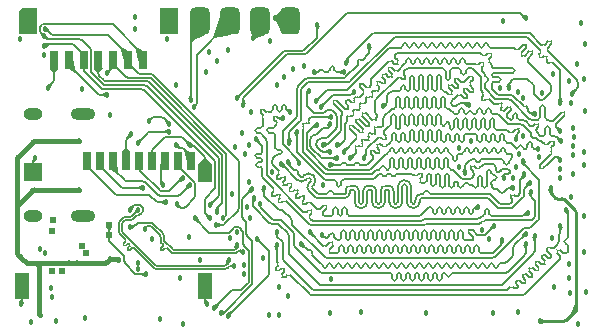
<source format=gbr>
%TF.GenerationSoftware,KiCad,Pcbnew,7.0.2-0*%
%TF.CreationDate,2023-05-15T12:10:58+08:00*%
%TF.ProjectId,slimarm_carambola,736c696d-6172-46d5-9f63-6172616d626f,rev?*%
%TF.SameCoordinates,Original*%
%TF.FileFunction,Copper,L4,Bot*%
%TF.FilePolarity,Positive*%
%FSLAX46Y46*%
G04 Gerber Fmt 4.6, Leading zero omitted, Abs format (unit mm)*
G04 Created by KiCad (PCBNEW 7.0.2-0) date 2023-05-15 12:10:58*
%MOMM*%
%LPD*%
G01*
G04 APERTURE LIST*
G04 Aperture macros list*
%AMRoundRect*
0 Rectangle with rounded corners*
0 $1 Rounding radius*
0 $2 $3 $4 $5 $6 $7 $8 $9 X,Y pos of 4 corners*
0 Add a 4 corners polygon primitive as box body*
4,1,4,$2,$3,$4,$5,$6,$7,$8,$9,$2,$3,0*
0 Add four circle primitives for the rounded corners*
1,1,$1+$1,$2,$3*
1,1,$1+$1,$4,$5*
1,1,$1+$1,$6,$7*
1,1,$1+$1,$8,$9*
0 Add four rect primitives between the rounded corners*
20,1,$1+$1,$2,$3,$4,$5,0*
20,1,$1+$1,$4,$5,$6,$7,0*
20,1,$1+$1,$6,$7,$8,$9,0*
20,1,$1+$1,$8,$9,$2,$3,0*%
%AMOutline5P*
0 Free polygon, 5 corners , with rotation*
0 The origin of the aperture is its center*
0 number of corners: always 5*
0 $1 to $10 corner X, Y*
0 $11 Rotation angle, in degrees counterclockwise*
0 create outline with 5 corners*
4,1,5,$1,$2,$3,$4,$5,$6,$7,$8,$9,$10,$1,$2,$11*%
%AMOutline6P*
0 Free polygon, 6 corners , with rotation*
0 The origin of the aperture is its center*
0 number of corners: always 6*
0 $1 to $12 corner X, Y*
0 $13 Rotation angle, in degrees counterclockwise*
0 create outline with 6 corners*
4,1,6,$1,$2,$3,$4,$5,$6,$7,$8,$9,$10,$11,$12,$1,$2,$13*%
%AMOutline7P*
0 Free polygon, 7 corners , with rotation*
0 The origin of the aperture is its center*
0 number of corners: always 7*
0 $1 to $14 corner X, Y*
0 $15 Rotation angle, in degrees counterclockwise*
0 create outline with 7 corners*
4,1,7,$1,$2,$3,$4,$5,$6,$7,$8,$9,$10,$11,$12,$13,$14,$1,$2,$15*%
%AMOutline8P*
0 Free polygon, 8 corners , with rotation*
0 The origin of the aperture is its center*
0 number of corners: always 8*
0 $1 to $16 corner X, Y*
0 $17 Rotation angle, in degrees counterclockwise*
0 create outline with 8 corners*
4,1,8,$1,$2,$3,$4,$5,$6,$7,$8,$9,$10,$11,$12,$13,$14,$15,$16,$1,$2,$17*%
G04 Aperture macros list end*
%TA.AperFunction,ComponentPad*%
%ADD10O,2.100000X1.000000*%
%TD*%
%TA.AperFunction,ComponentPad*%
%ADD11O,1.600000X1.000000*%
%TD*%
%TA.AperFunction,SMDPad,CuDef*%
%ADD12RoundRect,0.419100X0.419100X-0.723900X0.419100X0.723900X-0.419100X0.723900X-0.419100X-0.723900X0*%
%TD*%
%TA.AperFunction,SMDPad,CuDef*%
%ADD13R,1.200000X2.200000*%
%TD*%
%TA.AperFunction,SMDPad,CuDef*%
%ADD14R,1.200000X1.500000*%
%TD*%
%TA.AperFunction,SMDPad,CuDef*%
%ADD15R,1.600000X1.600000*%
%TD*%
%TA.AperFunction,SMDPad,CuDef*%
%ADD16R,0.700000X1.600000*%
%TD*%
%TA.AperFunction,SMDPad,CuDef*%
%ADD17R,0.711200X1.600000*%
%TD*%
%TA.AperFunction,SMDPad,CuDef*%
%ADD18Outline5P,-0.800100X0.784860X-0.480060X1.104900X0.800100X1.104900X0.800100X-1.104900X-0.800100X-1.104900X0.000000*%
%TD*%
%TA.AperFunction,SMDPad,CuDef*%
%ADD19R,1.600200X2.209800*%
%TD*%
%TA.AperFunction,ViaPad*%
%ADD20C,0.609600*%
%TD*%
%TA.AperFunction,ViaPad*%
%ADD21C,0.457200*%
%TD*%
%TA.AperFunction,Conductor*%
%ADD22C,0.127000*%
%TD*%
%TA.AperFunction,Conductor*%
%ADD23C,0.254000*%
%TD*%
%TA.AperFunction,Conductor*%
%ADD24C,0.457200*%
%TD*%
G04 APERTURE END LIST*
D10*
%TO.P,J1,S1,SHIELD*%
%TO.N,GND*%
X21861000Y-23000000D03*
D11*
X17681000Y-23000000D03*
D10*
X21861000Y-31640000D03*
D11*
X17681000Y-31640000D03*
%TD*%
D12*
%TO.P,J2,1,Pin_1*%
%TO.N,GND*%
X39430000Y-15110000D03*
%TO.P,J2,2,Pin_2*%
%TO.N,/3v3*%
X36890000Y-15110000D03*
%TO.P,J2,3,Pin_3*%
%TO.N,/DEBUG_RXD*%
X34350000Y-15110000D03*
%TO.P,J2,4,Pin_4*%
%TO.N,/DEBUG_TXD*%
X31810000Y-15110000D03*
%TD*%
D13*
%TO.P,U4,0,SHIELD*%
%TO.N,GND*%
X32250000Y-37570000D03*
D14*
X32250000Y-27970000D03*
D15*
X17650000Y-27920000D03*
D13*
X16750000Y-37570000D03*
D16*
%TO.P,U4,1,DAT2*%
%TO.N,/MCI0_DA2*%
X22250000Y-26970000D03*
%TO.P,U4,2,CD/DAT3*%
%TO.N,/MCI0_DA3*%
X23350000Y-26970000D03*
%TO.P,U4,3,CMD*%
%TO.N,/MCI0_CDA*%
X24450000Y-26970000D03*
%TO.P,U4,4,VDD*%
%TO.N,/3v3*%
X25550000Y-26970000D03*
%TO.P,U4,5,CLK*%
%TO.N,/MCI0_CK*%
X26650000Y-26970000D03*
%TO.P,U4,6,VSS*%
%TO.N,GND*%
X27750000Y-26970000D03*
%TO.P,U4,7,DAT0*%
%TO.N,/MCI0_DA0*%
X28850000Y-26970000D03*
%TO.P,U4,8,DAT1*%
%TO.N,/MCI0_DA1*%
X29950000Y-26970000D03*
%TO.P,U4,CD,CD*%
%TO.N,/SD_DET*%
X31050000Y-26970000D03*
%TD*%
D17*
%TO.P,J4,1,1*%
%TO.N,/JTAG_TDI*%
X26940000Y-18380000D03*
%TO.P,J4,2,2*%
%TO.N,/JTAG_TMS*%
X25690000Y-18380000D03*
%TO.P,J4,3,3*%
%TO.N,/JTAG_RST*%
X24440000Y-18380000D03*
%TO.P,J4,4,4*%
%TO.N,/JTAG_TDO*%
X23190000Y-18380000D03*
%TO.P,J4,5,5*%
%TO.N,/JTAG_TCK*%
X21940000Y-18380000D03*
%TO.P,J4,6,6*%
%TO.N,/3v3*%
X20690000Y-18380000D03*
%TO.P,J4,7,7*%
%TO.N,GND*%
X19440000Y-18380000D03*
D18*
%TO.P,J4,8*%
%TO.N,N/C*%
X17192900Y-15078000D03*
D19*
%TO.P,J4,9*%
X29187100Y-15078000D03*
%TD*%
D20*
%TO.N,/1v0_CPUCORE*%
X24090000Y-32330000D03*
X24110000Y-33190000D03*
D21*
%TO.N,GND*%
X21830000Y-20850000D03*
X18890000Y-20750000D03*
X29040000Y-16640000D03*
%TO.N,/JTAG_TDI*%
X18610000Y-16400000D03*
%TO.N,GND*%
X64060000Y-15260000D03*
X57490000Y-15080000D03*
%TO.N,Net-(U1A-PC1)*%
X59370000Y-14870000D03*
%TO.N,/DP*%
X34220700Y-35330700D03*
X25830000Y-31080000D03*
%TO.N,/DN*%
X26560000Y-31071900D03*
X34680000Y-35810000D03*
%TO.N,/USBD_FS_DP*%
X34910499Y-34084084D03*
X25830000Y-32560000D03*
%TO.N,/USBD_FS_DN*%
X35453018Y-34649522D03*
X27100000Y-32680000D03*
%TO.N,/SD_DET*%
X29807386Y-25587332D03*
%TO.N,Net-(U1C-PD5)*%
X34180000Y-40043900D03*
X36584389Y-33518151D03*
%TO.N,/DDR_CS*%
X39440371Y-22770529D03*
X59570000Y-31340000D03*
%TO.N,/DDR_DQM0*%
X42030000Y-22380000D03*
X44840000Y-21090000D03*
%TO.N,/DDR_WE*%
X57499750Y-28422114D03*
X42900000Y-23230000D03*
%TO.N,/DDR_D12*%
X54544202Y-22190000D03*
X47280000Y-22270000D03*
%TO.N,/DDR_D8*%
X44170000Y-18620000D03*
X63280000Y-21250000D03*
%TO.N,/DDR_D2*%
X45663159Y-26730338D03*
X58553460Y-25094167D03*
%TO.N,/DDR_DQM1*%
X57935000Y-20755000D03*
X41590000Y-21880000D03*
%TO.N,/DDR_RAS*%
X59810000Y-29550000D03*
X36510000Y-25100000D03*
%TO.N,/DDR_CKE*%
X41686782Y-23901499D03*
X54220000Y-27980000D03*
%TO.N,/DDR_D13*%
X62292313Y-24429649D03*
X43383837Y-25598555D03*
%TO.N,/DDR_D7*%
X43949522Y-26153018D03*
X62321847Y-25242510D03*
%TO.N,/DDR_D5*%
X62292313Y-26829950D03*
X44515207Y-26729926D03*
%TO.N,/DDR_A10*%
X55340000Y-30861400D03*
X38847130Y-23324591D03*
%TO.N,/DDR_CAS*%
X39978501Y-24455960D03*
X58291813Y-29230250D03*
%TO.N,/DDR_D15*%
X62300350Y-22021313D03*
X39350000Y-25390000D03*
%TO.N,/DDR_D11*%
X40210000Y-27120000D03*
X46130000Y-17210000D03*
%TO.N,/DDR_D6*%
X41445000Y-19445000D03*
X42818151Y-26153018D03*
X41024004Y-21024004D03*
X43970000Y-19420000D03*
%TO.N,/DDR_D9*%
X42820000Y-23850000D03*
X43383837Y-26718703D03*
%TO.N,/DDR_A11*%
X36390000Y-30100000D03*
X60120000Y-33330000D03*
%TO.N,/DDR_CLKP*%
X39250000Y-27050000D03*
X59250000Y-28060000D03*
%TO.N,/DDR_D10*%
X60140000Y-22960000D03*
X42241243Y-25598555D03*
%TO.N,/DDR_D1*%
X37175000Y-29205000D03*
X59130000Y-26950000D03*
%TO.N,Net-(U1A-PC1)*%
X35464241Y-22193220D03*
%TO.N,/DDR_A9*%
X59374202Y-33964202D03*
X36910000Y-30560000D03*
%TO.N,/DDR_A7*%
X41109870Y-32999870D03*
X57400000Y-33630000D03*
%TO.N,/DDR_A3*%
X56699649Y-32438686D03*
X42140000Y-33210000D03*
%TO.N,/DDR_A0*%
X62820339Y-31109661D03*
X38281445Y-34083837D03*
%TO.N,/DDR_A1*%
X40360000Y-33980000D03*
X59390000Y-33100000D03*
%TO.N,/DEBUG_TXD*%
X27440000Y-23600000D03*
X31810000Y-15110000D03*
X31010000Y-21780000D03*
X29207700Y-23820000D03*
%TO.N,/JTAG_TDI*%
X32635813Y-30678501D03*
%TO.N,/JTAG_TDO*%
X33201499Y-31244187D03*
%TO.N,/JTAG_RST*%
X23910000Y-19510000D03*
X33767184Y-31809872D03*
%TO.N,/DEBUG_RXD*%
X29207700Y-24470000D03*
X34294936Y-15054936D03*
X26510000Y-25430000D03*
X31270000Y-22410000D03*
%TO.N,/JTAG_TCK*%
X32629926Y-31809900D03*
X18620000Y-17200000D03*
%TO.N,/JTAG_TMS*%
X18705295Y-15738600D03*
X33190276Y-32375557D03*
%TO.N,/DDR_A8*%
X38281445Y-32952466D03*
X62308886Y-32431139D03*
%TO.N,Net-(U2-VREF)*%
X58550000Y-27430000D03*
X60560000Y-40510000D03*
X63620000Y-39580000D03*
X61500250Y-29238286D03*
%TO.N,Net-(U1A-PC2)*%
X41740000Y-15420000D03*
X34898555Y-21627534D03*
%TO.N,GND*%
X35620000Y-26350000D03*
X37910000Y-27920000D03*
X38130000Y-14830000D03*
X61639005Y-33459005D03*
X39430000Y-15110000D03*
X26560000Y-35550000D03*
X63380000Y-25650000D03*
X50960000Y-39850000D03*
X59130000Y-24850000D03*
X61800000Y-37650000D03*
X42840000Y-39860000D03*
X40640000Y-18930000D03*
X16660000Y-39100000D03*
X30938757Y-25598555D03*
X17870000Y-26680000D03*
X56620000Y-39860000D03*
X62300350Y-27638086D03*
X63010000Y-36850000D03*
X35970000Y-28720000D03*
X32533162Y-17743162D03*
X27730000Y-33590000D03*
X19250000Y-38460000D03*
X64510000Y-38050000D03*
X18270000Y-34370000D03*
X34330034Y-33506950D03*
X30938757Y-25598555D03*
X31830000Y-35310000D03*
X18640000Y-34760000D03*
X58310000Y-28420000D03*
X28370000Y-40350000D03*
X60740000Y-21180000D03*
X22090000Y-40260000D03*
X42890000Y-36970000D03*
X29773162Y-20503162D03*
X63730000Y-18720000D03*
X19220000Y-37745100D03*
X19595835Y-40533700D03*
X62304900Y-28434700D03*
X30130000Y-36820000D03*
X36090000Y-22840000D03*
X35540000Y-36480000D03*
X63380000Y-24120000D03*
X61670000Y-19620000D03*
X63810000Y-40720000D03*
X53730000Y-25820000D03*
X17524037Y-40597233D03*
X55650000Y-32800000D03*
X45470000Y-39720000D03*
X38950000Y-19840000D03*
X18630000Y-18020000D03*
X26550000Y-36110000D03*
X37620000Y-39950000D03*
X63050000Y-35670000D03*
X39266838Y-38376838D03*
X32391219Y-39025102D03*
X64380000Y-17070000D03*
X30890000Y-33380000D03*
X58730000Y-21110000D03*
%TO.N,+5V*%
X18160000Y-37150000D03*
X18230000Y-39950000D03*
X17110000Y-35610000D03*
X18160000Y-37820000D03*
X21550000Y-29390000D03*
X16620000Y-35120000D03*
X21420000Y-35610000D03*
X24840000Y-35300000D03*
X21530000Y-25260000D03*
X20740000Y-35610000D03*
X24150000Y-35290000D03*
%TO.N,/DDR_D0*%
X42818151Y-27284389D03*
X60450000Y-25910000D03*
%TO.N,/3v3*%
X34898556Y-32941243D03*
X33268676Y-18468676D03*
X26320000Y-14780000D03*
X38287056Y-20480000D03*
X23910000Y-21350000D03*
X38509000Y-40006400D03*
X16540000Y-16610000D03*
X34143676Y-17593676D03*
D20*
X20140000Y-36281829D03*
X19270000Y-36269900D03*
D21*
X32318676Y-19418676D03*
X36018703Y-31821095D03*
X35498426Y-35768283D03*
X37710000Y-16800000D03*
X36890000Y-15110000D03*
X36290000Y-16560000D03*
X26310000Y-15810000D03*
X34780000Y-25800000D03*
X25980000Y-24690000D03*
X35390000Y-24580000D03*
%TO.N,/1v8_CPUMEM*%
X33540000Y-39808600D03*
D20*
X19267500Y-32867710D03*
D21*
X35980000Y-25570000D03*
X42252468Y-28992668D03*
X39640000Y-19160000D03*
X36170000Y-29340000D03*
D20*
X19390000Y-31970000D03*
D21*
X24140000Y-23030000D03*
%TO.N,/1v8_DDR*%
X63440000Y-24900000D03*
X57220000Y-20790000D03*
X63137900Y-38130000D03*
X56280000Y-33560000D03*
X64330000Y-26210000D03*
X64300000Y-31570000D03*
X63200000Y-22080000D03*
X59180000Y-21610000D03*
X63360000Y-28020000D03*
X58740000Y-39700000D03*
D20*
X22150000Y-34763000D03*
D21*
X63030000Y-20200000D03*
X60520000Y-26600000D03*
D20*
X21810000Y-34140000D03*
D21*
X64280000Y-34640000D03*
X30380000Y-40780000D03*
X64280000Y-27330000D03*
X63200000Y-30030000D03*
X53690000Y-27460000D03*
X64280000Y-20000000D03*
X63410000Y-26430000D03*
X64390000Y-22730000D03*
X58790000Y-26350000D03*
X54750000Y-25290000D03*
%TO.N,/1v0_CPUCORE*%
X37150074Y-35203985D03*
X38503162Y-37633162D03*
X35800000Y-30850000D03*
X27260000Y-36560000D03*
X34540000Y-29710000D03*
%TO.N,/DDR_CLKN*%
X59720000Y-28810000D03*
X38688236Y-27208525D03*
%TO.N,Net-(SW1-A)*%
X33000000Y-39390000D03*
X31376337Y-31796342D03*
%TO.N,/MCI0_CDA*%
X30938757Y-28981445D03*
%TO.N,/MCI0_CK*%
X30361849Y-28426982D03*
%TO.N,/MCI0_DA2*%
X28920000Y-30439100D03*
%TO.N,/MCI0_DA0*%
X28669968Y-28981473D03*
%TO.N,/MCI0_DA1*%
X29810000Y-30600000D03*
%TO.N,/MCI0_DA3*%
X26970000Y-29220900D03*
%TD*%
D22*
%TO.N,/1v0_CPUCORE*%
X24194395Y-33824395D02*
X25325605Y-34955605D01*
X24121408Y-33695034D02*
G75*
G03*
X24194396Y-33824394I292092J79534D01*
G01*
X24121408Y-32608592D02*
X24121408Y-33695034D01*
X25400010Y-35447487D02*
G75*
G03*
X25474395Y-35627092I253990J-13D01*
G01*
X24250000Y-32480000D02*
X24121408Y-32608592D01*
X25399992Y-35135210D02*
G75*
G03*
X25325604Y-34955606I-253992J10D01*
G01*
X26332901Y-36485612D02*
G75*
G03*
X26512513Y-36560000I179599J179612D01*
G01*
X26512513Y-36560000D02*
X27260000Y-36560000D01*
X25400000Y-35135210D02*
X25400000Y-35447487D01*
X25474395Y-35627092D02*
X26332908Y-36485605D01*
%TO.N,GND*%
X18900000Y-20740000D02*
X18890000Y-20750000D01*
%TO.N,/JTAG_TMS*%
X19152297Y-16185608D02*
G75*
G03*
X19331905Y-16260000I179603J179608D01*
G01*
%TO.N,/JTAG_TDI*%
X18575210Y-15320008D02*
G75*
G03*
X18395606Y-15394396I-10J-253992D01*
G01*
X18230008Y-15914790D02*
G75*
G03*
X18304396Y-16094394I253992J-10D01*
G01*
X18304390Y-15485600D02*
G75*
G03*
X18230000Y-15665210I179610J-179600D01*
G01*
X18809087Y-16474377D02*
G75*
G03*
X18629464Y-16400000I-179587J-179623D01*
G01*
%TO.N,/JTAG_TCK*%
X18865210Y-17060008D02*
G75*
G03*
X18685606Y-17134396I-10J-253992D01*
G01*
%TO.N,/JTAG_TMS*%
X25689992Y-18040810D02*
G75*
G03*
X25615604Y-17861206I-253992J10D01*
G01*
X24088800Y-16334390D02*
G75*
G03*
X23909190Y-16260000I-179600J-179610D01*
G01*
X25690000Y-18380000D02*
X25690000Y-18040810D01*
X23909190Y-16260000D02*
X19331905Y-16260000D01*
X25615605Y-17861205D02*
X24088795Y-16334395D01*
X19152300Y-16185605D02*
X18705295Y-15738600D01*
%TO.N,/JTAG_TDI*%
X26939992Y-18040810D02*
G75*
G03*
X26865604Y-17861206I-253992J10D01*
G01*
X26940000Y-18380000D02*
X26940000Y-18040810D01*
X24398800Y-15394390D02*
G75*
G03*
X24219190Y-15320000I-179600J-179610D01*
G01*
X18230000Y-15665210D02*
X18230000Y-15914790D01*
X26865605Y-17861205D02*
X24398795Y-15394395D01*
X18304395Y-16094395D02*
X18610000Y-16400000D01*
X24219190Y-15320000D02*
X18575210Y-15320000D01*
X18395605Y-15394395D02*
X18304395Y-15485605D01*
X18954813Y-16620155D02*
G75*
G03*
X19097907Y-16660000I150287J262855D01*
G01*
X21831000Y-16734390D02*
G75*
G03*
X21651390Y-16660000I-179600J-179610D01*
G01*
X22559992Y-17568610D02*
G75*
G03*
X22485604Y-17389006I-253992J10D01*
G01*
X22560008Y-19339190D02*
G75*
G03*
X22634396Y-19518794I253992J-10D01*
G01*
X23587200Y-20471610D02*
G75*
G03*
X23766810Y-20546000I179600J179610D01*
G01*
X33319603Y-29994707D02*
G75*
G03*
X33394000Y-29815104I-179603J179607D01*
G01*
X18610000Y-16400000D02*
X18629464Y-16400000D01*
X27310400Y-20620390D02*
G75*
G03*
X27130790Y-20546000I-179600J-179610D01*
G01*
X33393992Y-26809210D02*
G75*
G03*
X33319604Y-26629606I-253992J10D01*
G01*
X33394000Y-26809210D02*
X33394000Y-29815104D01*
X18809069Y-16474395D02*
X18954819Y-16620145D01*
X19097907Y-16660000D02*
X21651390Y-16660000D01*
X21830995Y-16734395D02*
X22485605Y-17389005D01*
X22560000Y-17568610D02*
X22560000Y-19339190D01*
X22634395Y-19518795D02*
X23587205Y-20471605D01*
X23766810Y-20546000D02*
X27130790Y-20546000D01*
X27310395Y-20620395D02*
X33319605Y-26629605D01*
X33319605Y-29994709D02*
X32635813Y-30678501D01*
%TO.N,/JTAG_TCK*%
X21138800Y-17134390D02*
G75*
G03*
X20959190Y-17060000I-179600J-179610D01*
G01*
X18620000Y-17200000D02*
X18685605Y-17134395D01*
X21939992Y-18040810D02*
G75*
G03*
X21865604Y-17861206I-253992J10D01*
G01*
X18865210Y-17060000D02*
X20959190Y-17060000D01*
X21138795Y-17134395D02*
X21865605Y-17861205D01*
X21940000Y-18040810D02*
X21940000Y-18380000D01*
%TO.N,/DDR_D15*%
X40454390Y-20745600D02*
G75*
G03*
X40380000Y-20925210I179610J-179600D01*
G01*
X41015210Y-20290008D02*
G75*
G03*
X40835606Y-20364396I-10J-253992D01*
G01*
X40454395Y-20745605D02*
X40835605Y-20364395D01*
%TO.N,Net-(U1A-PC1)*%
X58910000Y-14410000D02*
X59370000Y-14870000D01*
X58580000Y-14410000D02*
X58910000Y-14410000D01*
X40864395Y-17825605D02*
X44280000Y-14410000D01*
X44280000Y-14410000D02*
X58580000Y-14410000D01*
%TO.N,/DEBUG_RXD*%
X34294936Y-15054936D02*
X34350000Y-15110000D01*
%TO.N,/DP*%
X26807992Y-30727195D02*
X26904705Y-30823908D01*
X28190420Y-35836000D02*
X33848790Y-35836000D01*
X25394815Y-32014395D02*
X25258395Y-32150815D01*
X25945900Y-31940000D02*
X25574420Y-31940000D01*
X25830000Y-31080000D02*
X26182805Y-30727195D01*
X26979100Y-31003513D02*
X26979100Y-31140287D01*
X25184000Y-32330420D02*
X25184000Y-32829580D01*
X26362410Y-30652800D02*
X26628387Y-30652800D01*
X26425715Y-31565395D02*
X26125505Y-31865605D01*
X26904705Y-31319892D02*
X26807992Y-31416605D01*
X34220700Y-35464090D02*
X34220700Y-35330700D01*
X26628387Y-31491000D02*
X26605320Y-31491000D01*
X25258395Y-33009185D02*
X28010815Y-35761605D01*
X34028395Y-35761605D02*
X34146305Y-35643695D01*
X25574420Y-31940015D02*
G75*
G03*
X25394815Y-32014395I-20J-253985D01*
G01*
X26807999Y-30727188D02*
G75*
G03*
X26628387Y-30652800I-179599J-179612D01*
G01*
X26979090Y-31003513D02*
G75*
G03*
X26904705Y-30823908I-253990J13D01*
G01*
X26605320Y-31491015D02*
G75*
G03*
X26425715Y-31565395I-20J-253985D01*
G01*
X26362410Y-30652808D02*
G75*
G03*
X26182806Y-30727196I-10J-253992D01*
G01*
X25945900Y-31939999D02*
G75*
G03*
X26125504Y-31865604I0J253999D01*
G01*
X26628387Y-31490990D02*
G75*
G03*
X26807992Y-31416605I13J253990D01*
G01*
X25258385Y-32150805D02*
G75*
G03*
X25184000Y-32330420I179615J-179595D01*
G01*
X26904712Y-31319899D02*
G75*
G03*
X26979100Y-31140287I-179612J179599D01*
G01*
X33848790Y-35835992D02*
G75*
G03*
X34028394Y-35761604I10J253992D01*
G01*
X28010805Y-35761615D02*
G75*
G03*
X28190420Y-35836000I179595J179615D01*
G01*
X25184015Y-32829580D02*
G75*
G03*
X25258395Y-33009185I253985J-20D01*
G01*
X34146310Y-35643700D02*
G75*
G03*
X34220700Y-35464090I-179610J179600D01*
G01*
%TO.N,/DN*%
X25840690Y-31686000D02*
X25469210Y-31686000D01*
X25004395Y-33114395D02*
X25485000Y-33595000D01*
X34133605Y-36015605D02*
X34264815Y-35884395D01*
X25524185Y-34094629D02*
X25664604Y-33954209D01*
X25883395Y-34453839D02*
X26023814Y-34313419D01*
X25344581Y-34094629D02*
X25344580Y-34094629D01*
X26560000Y-31071900D02*
X26020295Y-31611605D01*
X25484999Y-33774605D02*
X25485000Y-33774605D01*
X25883395Y-34453838D02*
X25883395Y-34453839D01*
X25289605Y-31760395D02*
X25004395Y-32045605D01*
X25524185Y-34094628D02*
X25524185Y-34094629D01*
X25703791Y-34453839D02*
X25703790Y-34453839D01*
X25844209Y-34133815D02*
X25844210Y-34133815D01*
X34444420Y-35810000D02*
X34680000Y-35810000D01*
X26203419Y-34313419D02*
X27905605Y-36015605D01*
X24930000Y-32225210D02*
X24930000Y-32934790D01*
X26203419Y-34313420D02*
X26203419Y-34313419D01*
X25485000Y-33774605D02*
X25344580Y-33915024D01*
X25844210Y-34133815D02*
X25703790Y-34274234D01*
X28085210Y-36090000D02*
X33954000Y-36090000D01*
X34444420Y-35810015D02*
G75*
G03*
X34264815Y-35884395I-20J-253985D01*
G01*
X26203403Y-34313436D02*
G75*
G03*
X26023814Y-34313419I-89803J-89764D01*
G01*
X25840690Y-31685992D02*
G75*
G03*
X26020294Y-31611604I10J253992D01*
G01*
X27905600Y-36015610D02*
G75*
G03*
X28085210Y-36090000I179600J179610D01*
G01*
X24930008Y-32934790D02*
G75*
G03*
X25004396Y-33114394I253992J-10D01*
G01*
X25484997Y-33774603D02*
G75*
G03*
X25485000Y-33595000I-89797J89803D01*
G01*
X25469210Y-31686008D02*
G75*
G03*
X25289606Y-31760396I-10J-253992D01*
G01*
X25844203Y-33954216D02*
G75*
G03*
X25664604Y-33954209I-89803J-89784D01*
G01*
X25344598Y-34094611D02*
G75*
G03*
X25524185Y-34094628I89802J89811D01*
G01*
X25703799Y-34453830D02*
G75*
G03*
X25883394Y-34453837I89801J89830D01*
G01*
X25703754Y-34274198D02*
G75*
G03*
X25703791Y-34453839I89846J-89802D01*
G01*
X25004390Y-32045600D02*
G75*
G03*
X24930000Y-32225210I179610J-179600D01*
G01*
X25344554Y-33914998D02*
G75*
G03*
X25344581Y-34094629I89846J-89802D01*
G01*
X33954000Y-36089999D02*
G75*
G03*
X34133604Y-36015604I0J253999D01*
G01*
X25844197Y-34133803D02*
G75*
G03*
X25844210Y-33954210I-89797J89803D01*
G01*
%TO.N,/USBD_FS_DP*%
X25830000Y-32560000D02*
X26054790Y-32560000D01*
X27805295Y-32255295D02*
X28635605Y-33085605D01*
X28710000Y-33265210D02*
X28710000Y-33574790D01*
X26644310Y-32180900D02*
X27625690Y-32180900D01*
X34910499Y-34234291D02*
X34910499Y-34084084D01*
X26234395Y-32485605D02*
X26464705Y-32255295D01*
X34804395Y-34445605D02*
X34836104Y-34413896D01*
X28784395Y-33754395D02*
X29475605Y-34445605D01*
X29655210Y-34520000D02*
X34624790Y-34520000D01*
X28709992Y-33265210D02*
G75*
G03*
X28635604Y-33085606I-253992J10D01*
G01*
X34624790Y-34519992D02*
G75*
G03*
X34804394Y-34445604I10J253992D01*
G01*
X26644310Y-32180908D02*
G75*
G03*
X26464706Y-32255296I-10J-253992D01*
G01*
X26054790Y-32559992D02*
G75*
G03*
X26234394Y-32485604I10J253992D01*
G01*
X29475600Y-34445610D02*
G75*
G03*
X29655210Y-34520000I179600J179610D01*
G01*
X34836108Y-34413900D02*
G75*
G03*
X34910499Y-34234291I-179608J179600D01*
G01*
X28710008Y-33574790D02*
G75*
G03*
X28784396Y-33754394I253992J-10D01*
G01*
X27805300Y-32255290D02*
G75*
G03*
X27625690Y-32180900I-179600J-179610D01*
G01*
%TO.N,/USBD_FS_DN*%
X28502941Y-34516269D02*
X28502941Y-34516268D01*
X28665394Y-34174210D02*
X28665395Y-34174210D01*
X29024604Y-34353814D02*
X29370395Y-34699605D01*
X27450310Y-32434900D02*
X27520480Y-32434900D01*
X28665395Y-34174210D02*
X28502941Y-34336663D01*
X34909605Y-34699605D02*
X35014815Y-34594395D01*
X29024605Y-34353814D02*
X29024604Y-34353814D01*
X29550000Y-34774000D02*
X34730000Y-34774000D01*
X27700085Y-32509295D02*
X28381605Y-33190815D01*
X28456000Y-33370420D02*
X28456000Y-33680000D01*
X35194420Y-34520000D02*
X35218286Y-34520000D01*
X35397891Y-34594395D02*
X35453018Y-34649522D01*
X28682546Y-34516267D02*
X28682546Y-34516268D01*
X28530395Y-33859605D02*
X28665395Y-33994605D01*
X27100000Y-32680000D02*
X27270705Y-32509295D01*
X28682546Y-34516268D02*
X28844999Y-34353814D01*
X34730000Y-34773999D02*
G75*
G03*
X34909604Y-34699604I0J253999D01*
G01*
X35397898Y-34594388D02*
G75*
G03*
X35218286Y-34520000I-179598J-179612D01*
G01*
X28502898Y-34516311D02*
G75*
G03*
X28682546Y-34516267I89802J89811D01*
G01*
X35194420Y-34520015D02*
G75*
G03*
X35014815Y-34594395I-20J-253985D01*
G01*
X28456001Y-33680000D02*
G75*
G03*
X28530396Y-33859604I253999J0D01*
G01*
X27450310Y-32434908D02*
G75*
G03*
X27270706Y-32509296I-10J-253992D01*
G01*
X29024604Y-34353815D02*
G75*
G03*
X28845000Y-34353815I-89802J-89801D01*
G01*
X28455985Y-33370420D02*
G75*
G03*
X28381605Y-33190815I-253985J20D01*
G01*
X28502975Y-34336697D02*
G75*
G03*
X28502941Y-34516269I89725J-89803D01*
G01*
X28665387Y-34174203D02*
G75*
G03*
X28665395Y-33994605I-89787J89803D01*
G01*
X29370395Y-34699605D02*
G75*
G03*
X29550000Y-34774000I179605J179605D01*
G01*
X27700095Y-32509285D02*
G75*
G03*
X27520480Y-32434900I-179595J-179615D01*
G01*
%TO.N,/SD_DET*%
X29855605Y-25775605D02*
X29807386Y-25727386D01*
X31050000Y-26970000D02*
X31050000Y-26644210D01*
X30975605Y-26464605D02*
X30435395Y-25924395D01*
X29807386Y-25727386D02*
X29807386Y-25587332D01*
X30255790Y-25850000D02*
X30035210Y-25850000D01*
X30435400Y-25924390D02*
G75*
G03*
X30255790Y-25850000I-179600J-179610D01*
G01*
X29855600Y-25775610D02*
G75*
G03*
X30035210Y-25850000I179600J179610D01*
G01*
X31049992Y-26644210D02*
G75*
G03*
X30975604Y-26464606I-253992J10D01*
G01*
%TO.N,Net-(U1C-PD5)*%
X36584389Y-33518151D02*
X37605605Y-34539367D01*
X37680000Y-34718972D02*
X37680000Y-36438690D01*
X37605605Y-36618295D02*
X34180000Y-40043900D01*
X37605610Y-36618300D02*
G75*
G03*
X37680000Y-36438690I-179610J179600D01*
G01*
X37680019Y-34718972D02*
G75*
G03*
X37605605Y-34539367I-254019J-28D01*
G01*
%TO.N,/DDR_CS*%
X37960500Y-22580029D02*
X37960500Y-22326029D01*
X50705605Y-31924395D02*
X50694395Y-31935605D01*
X38722500Y-22580029D02*
X38722500Y-22326029D01*
X59324848Y-31414395D02*
X59204638Y-31534605D01*
X37110000Y-23040115D02*
X37110001Y-23040113D01*
X41205605Y-31935605D02*
X41088814Y-31818814D01*
X37110001Y-23040113D02*
X36949844Y-22879956D01*
X55920500Y-31164500D02*
X55920500Y-31418500D01*
X59570000Y-31340000D02*
X59504453Y-31340000D01*
X55285974Y-31850000D02*
X50885210Y-31850000D01*
X38341500Y-22326029D02*
X38341500Y-22580029D01*
X37648817Y-22770705D02*
X37648992Y-22770529D01*
X41233065Y-31405158D02*
X41233063Y-31405157D01*
X40819408Y-31280001D02*
X40819407Y-31279999D01*
X36949844Y-22610548D02*
X36949844Y-22610549D01*
X37219252Y-22610549D02*
X37379410Y-22770707D01*
X36665500Y-24188500D02*
X36919500Y-24188500D01*
X39103500Y-22326029D02*
X39103500Y-22580029D01*
X56301500Y-31418500D02*
X56301500Y-31164500D01*
X39294000Y-22770529D02*
X39440371Y-22770529D01*
X59025033Y-31609000D02*
X56492000Y-31609000D01*
X40550000Y-31280000D02*
X37534395Y-28264395D01*
X41088814Y-31549406D02*
X41233065Y-31405158D01*
X37110000Y-23998000D02*
X37110000Y-23309521D01*
X55632184Y-31609000D02*
X55465579Y-31775605D01*
X37648992Y-22770529D02*
X37770000Y-22770529D01*
X40963656Y-31135750D02*
X40819408Y-31280001D01*
X37110000Y-24850000D02*
X37110000Y-24760000D01*
X37648818Y-22770707D02*
X37648817Y-22770705D01*
X37460000Y-28084790D02*
X37460000Y-25305210D01*
X55730000Y-31609000D02*
X55632184Y-31609000D01*
X50514790Y-32010000D02*
X41385210Y-32010000D01*
X37385605Y-25125605D02*
X37110000Y-24850000D01*
X36919500Y-24569500D02*
X36665500Y-24569500D01*
X37109981Y-23309502D02*
G75*
G03*
X37109999Y-23040116I-134681J134702D01*
G01*
X36475000Y-24379000D02*
G75*
G03*
X36665500Y-24569500I190500J0D01*
G01*
X55285974Y-31849981D02*
G75*
G03*
X55465579Y-31775605I26J253981D01*
G01*
X41088804Y-31549396D02*
G75*
G03*
X41088814Y-31818814I134696J-134704D01*
G01*
X37770000Y-22770500D02*
G75*
G03*
X37960500Y-22580029I0J190500D01*
G01*
X36665500Y-24188500D02*
G75*
G03*
X36475000Y-24379000I0J-190500D01*
G01*
X56301500Y-31164500D02*
G75*
G03*
X56111000Y-30974000I-190500J0D01*
G01*
X37379411Y-22770706D02*
G75*
G03*
X37648817Y-22770706I134703J134704D01*
G01*
X59504453Y-31339967D02*
G75*
G03*
X59324848Y-31414395I47J-254033D01*
G01*
X38532000Y-22770500D02*
G75*
G03*
X38722500Y-22580029I0J190500D01*
G01*
X36949892Y-22610596D02*
G75*
G03*
X36949844Y-22879956I134608J-134704D01*
G01*
X41205600Y-31935610D02*
G75*
G03*
X41385210Y-32010000I179600J179610D01*
G01*
X37460008Y-28084790D02*
G75*
G03*
X37534396Y-28264394I253992J-10D01*
G01*
X39103471Y-22580029D02*
G75*
G03*
X39294000Y-22770529I190529J29D01*
G01*
X50514790Y-32009992D02*
G75*
G03*
X50694394Y-31935604I10J253992D01*
G01*
X38341471Y-22580029D02*
G75*
G03*
X38532000Y-22770529I190529J29D01*
G01*
X41233110Y-31405204D02*
G75*
G03*
X41233064Y-31135750I-134710J134704D01*
G01*
X36919500Y-24188500D02*
G75*
G03*
X37110000Y-23998000I0J190500D01*
G01*
X38913000Y-22135500D02*
G75*
G03*
X38722500Y-22326029I0J-190500D01*
G01*
X37459992Y-25305210D02*
G75*
G03*
X37385604Y-25125606I-253992J10D01*
G01*
X40549998Y-31280002D02*
G75*
G03*
X40819406Y-31279998I134702J134702D01*
G01*
X56301500Y-31418500D02*
G75*
G03*
X56492000Y-31609000I190500J0D01*
G01*
X38151000Y-22135500D02*
G75*
G03*
X37960500Y-22326029I0J-190500D01*
G01*
X37219251Y-22610550D02*
G75*
G03*
X36949845Y-22610550I-134703J-134704D01*
G01*
X59025033Y-31609023D02*
G75*
G03*
X59204638Y-31534605I-33J254023D01*
G01*
X56111000Y-30974000D02*
G75*
G03*
X55920500Y-31164500I0J-190500D01*
G01*
X39103471Y-22326029D02*
G75*
G03*
X38913000Y-22135529I-190471J29D01*
G01*
X41233063Y-31135751D02*
G75*
G03*
X40963657Y-31135751I-134703J-134704D01*
G01*
X55730000Y-31609000D02*
G75*
G03*
X55920500Y-31418500I0J190500D01*
G01*
X50885210Y-31850008D02*
G75*
G03*
X50705606Y-31924396I-10J-253992D01*
G01*
X38341471Y-22326029D02*
G75*
G03*
X38151000Y-22135529I-190471J29D01*
G01*
X37110000Y-24760000D02*
G75*
G03*
X36919500Y-24569500I-190500J0D01*
G01*
%TO.N,/DDR_DQM0*%
X44654395Y-21275605D02*
X44840000Y-21090000D01*
X42030000Y-22380000D02*
X42985605Y-21424395D01*
X43165210Y-21350000D02*
X44474790Y-21350000D01*
X44474790Y-21349992D02*
G75*
G03*
X44654394Y-21275604I10J253992D01*
G01*
X43165210Y-21350008D02*
G75*
G03*
X42985606Y-21424396I-10J-253992D01*
G01*
%TO.N,/DDR_WE*%
X57260000Y-27770000D02*
X57254395Y-27775605D01*
X47692000Y-27680000D02*
X47669308Y-27680000D01*
X57510000Y-27590000D02*
X57465210Y-27590000D01*
X40480000Y-26034790D02*
X40480000Y-24310000D01*
X41236434Y-23260000D02*
X41430000Y-23260000D01*
X52454500Y-26852453D02*
X52454500Y-27489500D01*
X52835500Y-27489500D02*
X52835500Y-26852453D01*
X51311500Y-27489500D02*
X51311500Y-26852451D01*
X42872043Y-23257957D02*
X42900000Y-23230000D01*
X46264790Y-28070000D02*
X42515210Y-28070000D01*
X58050000Y-27760000D02*
X58024395Y-27734395D01*
X57074790Y-27850000D02*
X56970000Y-27850000D01*
X56970000Y-27850000D02*
X56914395Y-27794395D01*
X50549500Y-27489500D02*
X50549500Y-26852449D01*
X57580000Y-27660000D02*
X57510000Y-27590000D01*
X42335605Y-27995605D02*
X40554395Y-26214395D01*
X49406500Y-26852451D02*
X49406500Y-27489500D01*
X46930000Y-27680000D02*
X46865210Y-27680000D01*
X47490154Y-27500846D02*
X47490154Y-27500845D01*
X56554790Y-27210000D02*
X55925211Y-27210000D01*
X48263500Y-27489500D02*
X48263500Y-26852449D01*
X40554064Y-23832881D02*
X40621948Y-23764998D01*
X50930500Y-26852451D02*
X50930500Y-27489500D01*
X48644500Y-26852450D02*
X48644500Y-27489500D01*
X58050000Y-27940000D02*
X58050000Y-27760000D01*
X56765605Y-27315605D02*
X56734395Y-27284395D01*
X46685605Y-27754395D02*
X46444395Y-27995605D01*
X53054790Y-27680000D02*
X53026000Y-27680000D01*
X54960000Y-28005801D02*
X54960000Y-28144790D01*
X50168500Y-26852449D02*
X50168500Y-27489500D01*
X57499750Y-28120250D02*
X57515605Y-28104395D01*
X56840000Y-27614790D02*
X56840000Y-27495210D01*
X41430000Y-23260000D02*
X41432043Y-23257957D01*
X57844790Y-27660000D02*
X57580000Y-27660000D01*
X49025500Y-27489500D02*
X49025500Y-26852450D01*
X54730396Y-27670987D02*
X54885605Y-27826196D01*
X47882500Y-26852449D02*
X47882500Y-27489500D01*
X41013967Y-23377257D02*
X41056829Y-23334395D01*
X41432043Y-23257957D02*
X42872043Y-23257957D01*
X54885605Y-28324395D02*
X54814395Y-28395605D01*
X57499750Y-28422114D02*
X57499750Y-28120250D01*
X40480000Y-24310000D02*
X40554064Y-24235931D01*
X47311000Y-27321691D02*
X47288308Y-27321691D01*
X55179409Y-27581187D02*
X54999803Y-27401581D01*
X57285605Y-27664395D02*
X57260000Y-27690000D01*
X53875605Y-28395605D02*
X53234395Y-27754395D01*
X49787500Y-27489500D02*
X49787500Y-26852451D01*
X47109154Y-27500845D02*
X47109154Y-27500846D01*
X52073500Y-27489500D02*
X52073500Y-26852449D01*
X54634790Y-28470000D02*
X54055210Y-28470000D01*
X51692500Y-26852449D02*
X51692500Y-27489500D01*
X57260000Y-27690000D02*
X57260000Y-27770000D01*
X55745605Y-27284395D02*
X55448816Y-27581186D01*
X58034395Y-27955605D02*
X58050000Y-27940000D01*
X57695210Y-28030000D02*
X57854790Y-28030000D01*
X52835500Y-27489500D02*
G75*
G03*
X53026000Y-27680000I190500J0D01*
G01*
X57465210Y-27590008D02*
G75*
G03*
X57285606Y-27664396I-10J-253992D01*
G01*
X54885610Y-28324400D02*
G75*
G03*
X54960000Y-28144790I-179610J179600D01*
G01*
X40554021Y-23832838D02*
G75*
G03*
X40554065Y-24034406I100779J-100762D01*
G01*
X40823473Y-23764999D02*
G75*
G03*
X41024999Y-23764999I100763J100764D01*
G01*
X55925211Y-27210008D02*
G75*
G03*
X55745606Y-27284396I-11J-253992D01*
G01*
X49597000Y-26662000D02*
G75*
G03*
X49406500Y-26852451I0J-190500D01*
G01*
X56734400Y-27284390D02*
G75*
G03*
X56554790Y-27210000I-179600J-179610D01*
G01*
X51311500Y-27489500D02*
G75*
G03*
X51502000Y-27680000I190500J0D01*
G01*
X51883000Y-26661900D02*
G75*
G03*
X51692500Y-26852449I0J-190500D01*
G01*
X47490109Y-27500845D02*
G75*
G03*
X47311000Y-27321691I-179109J45D01*
G01*
X41236434Y-23260025D02*
G75*
G03*
X41056830Y-23334396I-34J-253975D01*
G01*
X41014015Y-23377282D02*
G75*
G03*
X41039266Y-23550805I133185J-69218D01*
G01*
X40823463Y-23765009D02*
G75*
G03*
X40621948Y-23764998I-100763J-100791D01*
G01*
X54999802Y-27401582D02*
G75*
G03*
X54730396Y-27401582I-134703J-134704D01*
G01*
X51502000Y-27680000D02*
G75*
G03*
X51692500Y-27489500I0J190500D01*
G01*
X42335600Y-27995610D02*
G75*
G03*
X42515210Y-28070000I179600J179610D01*
G01*
X54634790Y-28469992D02*
G75*
G03*
X54814394Y-28395604I10J253992D01*
G01*
X57854790Y-28029992D02*
G75*
G03*
X58034394Y-27955604I10J253992D01*
G01*
X49787549Y-26852451D02*
G75*
G03*
X49597000Y-26661951I-190549J-49D01*
G01*
X50549500Y-27489500D02*
G75*
G03*
X50740000Y-27680000I190500J0D01*
G01*
X56839992Y-27495210D02*
G75*
G03*
X56765604Y-27315606I-253992J10D01*
G01*
X54730412Y-27401598D02*
G75*
G03*
X54730396Y-27670987I134688J-134702D01*
G01*
X53875600Y-28395610D02*
G75*
G03*
X54055210Y-28470000I179600J179610D01*
G01*
X47490100Y-27500846D02*
G75*
G03*
X47669308Y-27680000I179200J46D01*
G01*
X53234400Y-27754390D02*
G75*
G03*
X53054790Y-27680000I-179600J-179610D01*
G01*
X52835547Y-26852453D02*
G75*
G03*
X52645000Y-26661953I-190547J-47D01*
G01*
X49978000Y-27680000D02*
G75*
G03*
X50168500Y-27489500I0J190500D01*
G01*
X47288308Y-27321654D02*
G75*
G03*
X47109154Y-27500845I-8J-179146D01*
G01*
X50740000Y-27680000D02*
G75*
G03*
X50930500Y-27489500I0J190500D01*
G01*
X56840008Y-27614790D02*
G75*
G03*
X56914396Y-27794394I253992J-10D01*
G01*
X48835000Y-26661900D02*
G75*
G03*
X48644500Y-26852450I0J-190500D01*
G01*
X55179398Y-27581198D02*
G75*
G03*
X55448815Y-27581185I134702J134698D01*
G01*
X46930000Y-27679954D02*
G75*
G03*
X47109154Y-27500846I0J179154D01*
G01*
X52645000Y-26662000D02*
G75*
G03*
X52454500Y-26852453I0J-190500D01*
G01*
X48073000Y-26661900D02*
G75*
G03*
X47882500Y-26852449I0J-190500D01*
G01*
X50549451Y-26852449D02*
G75*
G03*
X50359000Y-26661949I-190451J49D01*
G01*
X50359000Y-26661900D02*
G75*
G03*
X50168500Y-26852449I0J-190500D01*
G01*
X51121000Y-26662000D02*
G75*
G03*
X50930500Y-26852451I0J-190500D01*
G01*
X52264000Y-27680000D02*
G75*
G03*
X52454500Y-27489500I0J190500D01*
G01*
X48454000Y-27680000D02*
G75*
G03*
X48644500Y-27489500I0J190500D01*
G01*
X51311549Y-26852451D02*
G75*
G03*
X51121000Y-26661951I-190549J-49D01*
G01*
X40554095Y-24235962D02*
G75*
G03*
X40554064Y-24034407I-100795J100762D01*
G01*
X48263451Y-26852449D02*
G75*
G03*
X48073000Y-26661949I-190451J49D01*
G01*
X48263500Y-27489500D02*
G75*
G03*
X48454000Y-27680000I190500J0D01*
G01*
X57074790Y-27849992D02*
G75*
G03*
X57254394Y-27775604I10J253992D01*
G01*
X40480008Y-26034790D02*
G75*
G03*
X40554396Y-26214394I253992J-10D01*
G01*
X52073500Y-27489500D02*
G75*
G03*
X52264000Y-27680000I190500J0D01*
G01*
X46264790Y-28069992D02*
G75*
G03*
X46444394Y-27995604I10J253992D01*
G01*
X46865210Y-27680008D02*
G75*
G03*
X46685606Y-27754396I-10J-253992D01*
G01*
X52073451Y-26852449D02*
G75*
G03*
X51883000Y-26661949I-190451J49D01*
G01*
X58024400Y-27734390D02*
G75*
G03*
X57844790Y-27660000I-179600J-179610D01*
G01*
X41039295Y-23752362D02*
G75*
G03*
X41039264Y-23550807I-100795J100762D01*
G01*
X49216000Y-27680000D02*
G75*
G03*
X49406500Y-27489500I0J190500D01*
G01*
X49025450Y-26852450D02*
G75*
G03*
X48835000Y-26661950I-190450J50D01*
G01*
X49025500Y-27489500D02*
G75*
G03*
X49216000Y-27680000I190500J0D01*
G01*
X49787500Y-27489500D02*
G75*
G03*
X49978000Y-27680000I190500J0D01*
G01*
X47692000Y-27680000D02*
G75*
G03*
X47882500Y-27489500I0J190500D01*
G01*
X54959999Y-28005801D02*
G75*
G03*
X54885605Y-27826196I-253999J1D01*
G01*
X57695210Y-28030008D02*
G75*
G03*
X57515606Y-28104396I-10J-253992D01*
G01*
%TO.N,/DDR_D12*%
X54415157Y-21366935D02*
X54145749Y-21097527D01*
X53060000Y-22054790D02*
X53060000Y-22005210D01*
X48810500Y-20710500D02*
X48810500Y-20869500D01*
X53876342Y-21366935D02*
X54145749Y-21636342D01*
X54684564Y-20289304D02*
X54910108Y-20063764D01*
X54415156Y-21636343D02*
X54415157Y-21636343D01*
X53876341Y-21366935D02*
X53876342Y-21366935D01*
X54145749Y-20828119D02*
X54145750Y-20828120D01*
X51096500Y-19810500D02*
X51096500Y-20869500D01*
X53114058Y-21051594D02*
X53114057Y-21051595D01*
X53374722Y-22320000D02*
X53325210Y-22320000D01*
X54544202Y-22190000D02*
X54478597Y-22124395D01*
X47885605Y-21134395D02*
X47714395Y-21305605D01*
X53114057Y-21321001D02*
X53114056Y-21320999D01*
X54415156Y-20828120D02*
X54415157Y-20828120D01*
X53134395Y-21825605D02*
X53369594Y-21590406D01*
X52455974Y-21060000D02*
X52430000Y-21060000D01*
X52239500Y-20869500D02*
X52239500Y-19810500D01*
X53383466Y-20782187D02*
X53114058Y-20512779D01*
X54298992Y-22050000D02*
X53855142Y-22050000D01*
X49953500Y-20869500D02*
X49953500Y-19910500D01*
X53675537Y-22124395D02*
X53554327Y-22245605D01*
X51858500Y-19810500D02*
X51858500Y-20869500D01*
X53652873Y-20782187D02*
X53652873Y-20782188D01*
X53652872Y-19973963D02*
X53652871Y-19973963D01*
X54953971Y-21097528D02*
X54953972Y-21097528D01*
X53922280Y-20243371D02*
X53652872Y-19973963D01*
X53652871Y-20782185D02*
X53652873Y-20782187D01*
X54953972Y-20828120D02*
X54684564Y-20558712D01*
X53369594Y-21590406D02*
X53383463Y-21590406D01*
X53145605Y-22245605D02*
X53134395Y-22234395D01*
X50334500Y-19810500D02*
X50334500Y-20869500D01*
X47324790Y-22270000D02*
X47280000Y-22270000D01*
X54191685Y-20243369D02*
X54191687Y-20243372D01*
X53383463Y-20243371D02*
X53652872Y-20512778D01*
X51477500Y-20869500D02*
X51477500Y-19810500D01*
X54640699Y-19794356D02*
X54191685Y-20243369D01*
X52822184Y-21321000D02*
X52635579Y-21134395D01*
X49572500Y-19910500D02*
X49572500Y-20869500D01*
X52844649Y-21321000D02*
X52822184Y-21321000D01*
X54415157Y-20828120D02*
X54684564Y-21097527D01*
X53114058Y-20512779D02*
X53114057Y-20512779D01*
X54910108Y-20063764D02*
X54910106Y-20063763D01*
X53383463Y-21590406D02*
X53606935Y-21366935D01*
X50715500Y-20869500D02*
X50715500Y-19810500D01*
X48620000Y-21060000D02*
X48065210Y-21060000D01*
X49191500Y-20869500D02*
X49191500Y-20710500D01*
X47640000Y-21485210D02*
X47640000Y-21954790D01*
X47565605Y-22134395D02*
X47504395Y-22195605D01*
X52844649Y-20782187D02*
X53114058Y-21051594D01*
X53652872Y-20512778D02*
X53652871Y-20512779D01*
X53855142Y-22050030D02*
G75*
G03*
X53675537Y-22124395I-42J-253970D01*
G01*
X53114056Y-20512780D02*
G75*
G03*
X52844650Y-20512780I-134703J-134704D01*
G01*
X52239500Y-19810500D02*
G75*
G03*
X52049000Y-19620000I-190500J0D01*
G01*
X52049000Y-19620000D02*
G75*
G03*
X51858500Y-19810500I0J-190500D01*
G01*
X54684556Y-20289296D02*
G75*
G03*
X54684564Y-20558712I134744J-134704D01*
G01*
X54910147Y-20063804D02*
G75*
G03*
X54910107Y-19794356I-134747J134704D01*
G01*
X53134390Y-21825600D02*
G75*
G03*
X53060000Y-22005210I179610J-179600D01*
G01*
X52844698Y-21320951D02*
G75*
G03*
X53114055Y-21320998I134702J134651D01*
G01*
X53114059Y-21321003D02*
G75*
G03*
X53114057Y-21051595I-134659J134703D01*
G01*
X53374722Y-22320015D02*
G75*
G03*
X53554327Y-22245605I-22J254015D01*
G01*
X49953500Y-19910500D02*
G75*
G03*
X49763000Y-19720000I-190500J0D01*
G01*
X49382000Y-21060000D02*
G75*
G03*
X49572500Y-20869500I0J190500D01*
G01*
X53060008Y-22054790D02*
G75*
G03*
X53134396Y-22234394I253992J-10D01*
G01*
X49763000Y-19720000D02*
G75*
G03*
X49572500Y-19910500I0J-190500D01*
G01*
X53652870Y-19973964D02*
G75*
G03*
X53383464Y-19973964I-134703J-134704D01*
G01*
X53383496Y-19973996D02*
G75*
G03*
X53383463Y-20243371I134704J-134704D01*
G01*
X50906000Y-21060000D02*
G75*
G03*
X51096500Y-20869500I0J190500D01*
G01*
X54953948Y-21097504D02*
G75*
G03*
X54953972Y-20828120I-134648J134704D01*
G01*
X53383497Y-20782156D02*
G75*
G03*
X53652872Y-20782187I134703J134656D01*
G01*
X48620000Y-21060000D02*
G75*
G03*
X48810500Y-20869500I0J190500D01*
G01*
X49191500Y-20869500D02*
G75*
G03*
X49382000Y-21060000I190500J0D01*
G01*
X50715500Y-20869500D02*
G75*
G03*
X50906000Y-21060000I190500J0D01*
G01*
X54415118Y-21636304D02*
G75*
G03*
X54415157Y-21366935I-134618J134704D01*
G01*
X54145797Y-21636294D02*
G75*
G03*
X54415155Y-21636342I134703J134694D01*
G01*
X51668000Y-21060000D02*
G75*
G03*
X51858500Y-20869500I0J190500D01*
G01*
X47714390Y-21305600D02*
G75*
G03*
X47640000Y-21485210I179610J-179600D01*
G01*
X49191500Y-20710500D02*
G75*
G03*
X49001000Y-20520000I-190500J0D01*
G01*
X52635592Y-21134382D02*
G75*
G03*
X52455974Y-21060000I-179592J-179618D01*
G01*
X50715500Y-19810500D02*
G75*
G03*
X50525000Y-19620000I-190500J0D01*
G01*
X52239500Y-20869500D02*
G75*
G03*
X52430000Y-21060000I190500J0D01*
G01*
X49001000Y-20520000D02*
G75*
G03*
X48810500Y-20710500I0J-190500D01*
G01*
X53922296Y-20243355D02*
G75*
G03*
X54191687Y-20243372I134704J134655D01*
G01*
X51477500Y-20869500D02*
G75*
G03*
X51668000Y-21060000I190500J0D01*
G01*
X49953500Y-20869500D02*
G75*
G03*
X50144000Y-21060000I190500J0D01*
G01*
X53876341Y-21366935D02*
G75*
G03*
X53606935Y-21366935I-134703J-134702D01*
G01*
X54145727Y-20828097D02*
G75*
G03*
X54145750Y-21097526I134773J-134703D01*
G01*
X47565610Y-22134400D02*
G75*
G03*
X47640000Y-21954790I-179610J179600D01*
G01*
X54684597Y-21097494D02*
G75*
G03*
X54953970Y-21097527I134703J134694D01*
G01*
X51287000Y-19620000D02*
G75*
G03*
X51096500Y-19810500I0J-190500D01*
G01*
X50525000Y-19620000D02*
G75*
G03*
X50334500Y-19810500I0J-190500D01*
G01*
X54415156Y-20828120D02*
G75*
G03*
X54145750Y-20828120I-134703J-134702D01*
G01*
X54910106Y-19794357D02*
G75*
G03*
X54640700Y-19794357I-134703J-134704D01*
G01*
X47324790Y-22269992D02*
G75*
G03*
X47504394Y-22195604I10J253992D01*
G01*
X51477500Y-19810500D02*
G75*
G03*
X51287000Y-19620000I-190500J0D01*
G01*
X53145600Y-22245610D02*
G75*
G03*
X53325210Y-22320000I179600J179610D01*
G01*
X54478601Y-22124391D02*
G75*
G03*
X54298992Y-22050000I-179601J-179609D01*
G01*
X52844666Y-20512796D02*
G75*
G03*
X52844649Y-20782187I134734J-134704D01*
G01*
X48065210Y-21060008D02*
G75*
G03*
X47885606Y-21134396I-10J-253992D01*
G01*
X53652888Y-20782202D02*
G75*
G03*
X53652870Y-20512780I-134688J134702D01*
G01*
X50144000Y-21060000D02*
G75*
G03*
X50334500Y-20869500I0J190500D01*
G01*
%TO.N,/DDR_D8*%
X46413302Y-16154395D02*
X45583900Y-16983797D01*
X45583900Y-16983797D02*
X45583900Y-16996100D01*
X63280000Y-21250000D02*
X63695605Y-20834395D01*
X45583900Y-16996100D02*
X44244395Y-18335605D01*
X44170000Y-18515210D02*
X44170000Y-18620000D01*
X61239966Y-17368256D02*
X61533891Y-17074330D01*
X60701152Y-17098849D02*
X59756698Y-16154395D01*
X61264484Y-16804923D02*
X60970560Y-17098850D01*
X60970560Y-17098850D02*
X60970559Y-17098848D01*
X61533892Y-16804924D02*
X61533892Y-16804923D01*
X63695605Y-20093302D02*
X61239966Y-17637664D01*
X59577093Y-16080000D02*
X46592907Y-16080000D01*
X63770000Y-20654790D02*
X63770000Y-20272907D01*
X61533891Y-17074330D02*
X61533891Y-17074331D01*
X61240006Y-17368296D02*
G75*
G03*
X61239966Y-17637664I134694J-134704D01*
G01*
X60701197Y-17098804D02*
G75*
G03*
X60970559Y-17098848I134703J134704D01*
G01*
X46592907Y-16080006D02*
G75*
G03*
X46413303Y-16154396I-7J-253994D01*
G01*
X59756702Y-16154391D02*
G75*
G03*
X59577093Y-16080000I-179602J-179609D01*
G01*
X61533891Y-16804924D02*
G75*
G03*
X61264485Y-16804924I-134703J-134704D01*
G01*
X61533863Y-17074303D02*
G75*
G03*
X61533891Y-16804925I-134663J134703D01*
G01*
X44244390Y-18335600D02*
G75*
G03*
X44170000Y-18515210I179610J-179600D01*
G01*
X63769994Y-20272907D02*
G75*
G03*
X63695604Y-20093303I-253994J7D01*
G01*
X63695610Y-20834400D02*
G75*
G03*
X63770000Y-20654790I-179610J179600D01*
G01*
%TO.N,/DDR_D2*%
X48530012Y-24275027D02*
X48621986Y-24275027D01*
X52816902Y-23676902D02*
X52862462Y-23722462D01*
X47373814Y-24426183D02*
X47373815Y-24426184D01*
X55203121Y-23499678D02*
X55203121Y-24113500D01*
X48385499Y-23181691D02*
X48385499Y-24130514D01*
X53679121Y-23499678D02*
X53679121Y-24113500D01*
X58264054Y-24535354D02*
X58533460Y-24265945D01*
X52444000Y-23986000D02*
X52580000Y-23850000D01*
X58533460Y-25074167D02*
X58553460Y-25094167D01*
X47537156Y-24858933D02*
X47373814Y-24695591D01*
X52936857Y-23902067D02*
X52936857Y-24199198D01*
X54822121Y-24113500D02*
X54822121Y-23499678D01*
X47104407Y-24965000D02*
X47267748Y-25128341D01*
X54441121Y-23499678D02*
X54441121Y-24113500D01*
X52195499Y-23181678D02*
X52195499Y-23795500D01*
X54060121Y-24113500D02*
X54060121Y-23499678D01*
X45914395Y-25885605D02*
X46835000Y-24965000D01*
X49147499Y-23181691D02*
X49147499Y-23795500D01*
X45840000Y-26448287D02*
X45840000Y-26065210D01*
X56917621Y-24304000D02*
X57658083Y-24304000D01*
X51052499Y-23795500D02*
X51052499Y-23181678D01*
X52680827Y-23676902D02*
X52816902Y-23676902D01*
X50671499Y-23181678D02*
X50671499Y-23795500D01*
X52385999Y-23986000D02*
X52444000Y-23986000D01*
X51433499Y-23181678D02*
X51433499Y-23795500D01*
X50290499Y-23795500D02*
X50290499Y-23181678D01*
X58264053Y-24535352D02*
X58264054Y-24535354D01*
X47373815Y-24426184D02*
X47813999Y-23986000D01*
X53298121Y-24113500D02*
X53298121Y-23499678D01*
X48004499Y-23795500D02*
X48004499Y-23181691D01*
X47104406Y-24965000D02*
X47104407Y-24965000D01*
X55584121Y-24113500D02*
X55584121Y-23499678D01*
X56727121Y-23499691D02*
X56727121Y-24113500D01*
X58802869Y-24535353D02*
X58533460Y-24804759D01*
X55965121Y-23499678D02*
X55965121Y-24113500D01*
X58802867Y-24535352D02*
X58802869Y-24535353D01*
X56346121Y-24113500D02*
X56346121Y-23499691D01*
X49909499Y-23181678D02*
X49909499Y-23795500D01*
X45663159Y-26730338D02*
X45765605Y-26627892D01*
X49528499Y-23795500D02*
X49528499Y-23181678D01*
X57837688Y-24378395D02*
X57994646Y-24535353D01*
X51814499Y-23795500D02*
X51814499Y-23181678D01*
X48766499Y-24130514D02*
X48766499Y-23181691D01*
X58533497Y-24804796D02*
G75*
G03*
X58533460Y-25074167I134703J-134704D01*
G01*
X55203100Y-24113500D02*
G75*
G03*
X55393621Y-24304000I190500J0D01*
G01*
X50099999Y-23985999D02*
G75*
G03*
X50290499Y-23795500I1J190499D01*
G01*
X54631621Y-24304021D02*
G75*
G03*
X54822121Y-24113500I-21J190521D01*
G01*
X47813999Y-23985999D02*
G75*
G03*
X48004499Y-23795500I1J190499D01*
G01*
X55393621Y-24304021D02*
G75*
G03*
X55584121Y-24113500I-21J190521D01*
G01*
X49718999Y-22991199D02*
G75*
G03*
X49528499Y-23181678I1J-190501D01*
G01*
X47373827Y-24426196D02*
G75*
G03*
X47373814Y-24695591I134673J-134704D01*
G01*
X48621986Y-24274999D02*
G75*
G03*
X48766499Y-24130514I14J144499D01*
G01*
X50480999Y-22991199D02*
G75*
G03*
X50290499Y-23181678I1J-190501D01*
G01*
X51242999Y-22991199D02*
G75*
G03*
X51052499Y-23181678I1J-190501D01*
G01*
X49909522Y-23181678D02*
G75*
G03*
X49718999Y-22991178I-190522J-22D01*
G01*
X47104406Y-24965000D02*
G75*
G03*
X46835000Y-24965000I-134703J-134702D01*
G01*
X48385509Y-23181691D02*
G75*
G03*
X48194999Y-22991191I-190509J-9D01*
G01*
X51433500Y-23795500D02*
G75*
G03*
X51623999Y-23986000I190500J0D01*
G01*
X55965122Y-23499678D02*
G75*
G03*
X55774621Y-23309178I-190522J-22D01*
G01*
X58802867Y-24265946D02*
G75*
G03*
X58533461Y-24265946I-134703J-134704D01*
G01*
X56155621Y-24304021D02*
G75*
G03*
X56346121Y-24113500I-21J190521D01*
G01*
X56536621Y-23309221D02*
G75*
G03*
X56346121Y-23499691I-21J-190479D01*
G01*
X50671522Y-23181678D02*
G75*
G03*
X50480999Y-22991178I-190522J-22D01*
G01*
X52680824Y-23676896D02*
G75*
G03*
X52580001Y-23850000I107976J-178804D01*
G01*
X54441100Y-24113500D02*
G75*
G03*
X54631621Y-24304000I190500J0D01*
G01*
X50671500Y-23795500D02*
G75*
G03*
X50861999Y-23986000I190500J0D01*
G01*
X52004999Y-22991199D02*
G75*
G03*
X51814499Y-23181678I1J-190501D01*
G01*
X52195500Y-23795500D02*
G75*
G03*
X52385999Y-23986000I190500J0D01*
G01*
X51433522Y-23181678D02*
G75*
G03*
X51242999Y-22991178I-190522J-22D01*
G01*
X49337999Y-23985999D02*
G75*
G03*
X49528499Y-23795500I1J190499D01*
G01*
X55774621Y-23309221D02*
G75*
G03*
X55584121Y-23499678I-21J-190479D01*
G01*
X55965100Y-24113500D02*
G75*
G03*
X56155621Y-24304000I190500J0D01*
G01*
X53488621Y-23309221D02*
G75*
G03*
X53298121Y-23499678I-21J-190479D01*
G01*
X53107621Y-24304021D02*
G75*
G03*
X53298121Y-24113500I-21J190521D01*
G01*
X52936884Y-24199182D02*
G75*
G03*
X53110000Y-24300000I178916J108182D01*
G01*
X49909500Y-23795500D02*
G75*
G03*
X50099999Y-23986000I190500J0D01*
G01*
X54250621Y-23309221D02*
G75*
G03*
X54060121Y-23499678I-21J-190479D01*
G01*
X48956999Y-22991199D02*
G75*
G03*
X48766499Y-23181691I1J-190501D01*
G01*
X47537119Y-25128304D02*
G75*
G03*
X47537156Y-24858933I-134619J134704D01*
G01*
X53679100Y-24113500D02*
G75*
G03*
X53869621Y-24304000I190500J0D01*
G01*
X56727109Y-23499691D02*
G75*
G03*
X56536621Y-23309191I-190509J-9D01*
G01*
X52936892Y-23902067D02*
G75*
G03*
X52862461Y-23722463I-253992J-33D01*
G01*
X58802819Y-24535304D02*
G75*
G03*
X58802868Y-24265945I-134619J134704D01*
G01*
X45765612Y-26627899D02*
G75*
G03*
X45840000Y-26448287I-179612J179599D01*
G01*
X53679122Y-23499678D02*
G75*
G03*
X53488621Y-23309178I-190522J-22D01*
G01*
X48385473Y-24130514D02*
G75*
G03*
X48530012Y-24275027I144527J14D01*
G01*
X48194999Y-22991199D02*
G75*
G03*
X48004499Y-23181691I1J-190501D01*
G01*
X47267749Y-25128340D02*
G75*
G03*
X47537155Y-25128340I134703J134704D01*
G01*
X54441122Y-23499678D02*
G75*
G03*
X54250621Y-23309178I-190522J-22D01*
G01*
X57837697Y-24378386D02*
G75*
G03*
X57658083Y-24304000I-179597J-179614D01*
G01*
X49147509Y-23181691D02*
G75*
G03*
X48956999Y-22991191I-190509J-9D01*
G01*
X52195522Y-23181678D02*
G75*
G03*
X52004999Y-22991178I-190522J-22D01*
G01*
X45914390Y-25885600D02*
G75*
G03*
X45840000Y-26065210I179610J-179600D01*
G01*
X56727100Y-24113500D02*
G75*
G03*
X56917621Y-24304000I190500J0D01*
G01*
X57994597Y-24535402D02*
G75*
G03*
X58264053Y-24535352I134703J134702D01*
G01*
X53869621Y-24304021D02*
G75*
G03*
X54060121Y-24113500I-21J190521D01*
G01*
X55012621Y-23309221D02*
G75*
G03*
X54822121Y-23499678I-21J-190479D01*
G01*
X49147500Y-23795500D02*
G75*
G03*
X49337999Y-23986000I190500J0D01*
G01*
X55203122Y-23499678D02*
G75*
G03*
X55012621Y-23309178I-190522J-22D01*
G01*
X50861999Y-23985999D02*
G75*
G03*
X51052499Y-23795500I1J190499D01*
G01*
X51623999Y-23985999D02*
G75*
G03*
X51814499Y-23795500I1J190499D01*
G01*
%TO.N,/DDR_DQM1*%
X44144790Y-20960000D02*
X42615210Y-20960000D01*
X53542500Y-17100500D02*
X53542500Y-17159500D01*
X47785605Y-17424395D02*
X44324395Y-20885605D01*
X52018500Y-17100500D02*
X52018500Y-17159500D01*
X50875500Y-17159500D02*
X50875500Y-17100500D01*
X61435605Y-20425605D02*
X59577629Y-18567629D01*
X55828500Y-17100500D02*
X55828500Y-17159500D01*
X55447500Y-17159500D02*
X55447500Y-17100500D01*
X50113500Y-17159500D02*
X50113500Y-17100500D01*
X60924395Y-21725605D02*
X61435605Y-21214395D01*
X59577629Y-18298221D02*
X59948926Y-17926927D01*
X58254790Y-17350000D02*
X56400000Y-17350000D01*
X51637500Y-17159500D02*
X51637500Y-17100500D01*
X61510000Y-21034790D02*
X61510000Y-20605210D01*
X55066500Y-17100500D02*
X55066500Y-17159500D01*
X59948926Y-17926927D02*
X59948924Y-17926926D01*
X59308223Y-18028816D02*
X59308222Y-18028814D01*
X48780000Y-17350000D02*
X47965210Y-17350000D01*
X49732500Y-17100500D02*
X49732500Y-17159500D01*
X48970500Y-17100500D02*
X48970500Y-17159500D01*
X59679517Y-17657519D02*
X59308223Y-18028816D01*
X58769408Y-17490001D02*
X58769407Y-17489999D01*
X59038815Y-18028815D02*
X59038814Y-18028814D01*
X58500000Y-17490000D02*
X58434395Y-17424395D01*
X54685500Y-17159500D02*
X54685500Y-17100500D01*
X49351500Y-17159500D02*
X49351500Y-17100500D01*
X57935000Y-20755000D02*
X57935000Y-20490210D01*
X58425210Y-20000000D02*
X59424790Y-20000000D01*
X59604395Y-20074395D02*
X59995605Y-20465605D01*
X53161500Y-17159500D02*
X53161500Y-17100500D01*
X59410101Y-17388122D02*
X59410099Y-17388121D01*
X59038814Y-17759406D02*
X59410101Y-17388122D01*
X60645210Y-21800000D02*
X60744790Y-21800000D01*
X58009395Y-20310605D02*
X58245605Y-20074395D01*
X56209500Y-17159500D02*
X56209500Y-17100500D01*
X52399500Y-17159500D02*
X52399500Y-17100500D01*
X52780500Y-17100500D02*
X52780500Y-17159500D01*
X60070000Y-20645210D02*
X60070000Y-21224790D01*
X50494500Y-17100500D02*
X50494500Y-17159500D01*
X60144395Y-21404395D02*
X60465605Y-21725605D01*
X59140692Y-17118714D02*
X58769408Y-17490001D01*
X42435605Y-21034395D02*
X41590000Y-21880000D01*
X51256500Y-17100500D02*
X51256500Y-17159500D01*
X53923500Y-17159500D02*
X53923500Y-17100500D01*
X54304500Y-17100500D02*
X54304500Y-17159500D01*
X59948901Y-17926903D02*
G75*
G03*
X59948924Y-17657520I-134701J134703D01*
G01*
X49161000Y-16910000D02*
G75*
G03*
X48970500Y-17100500I0J-190500D01*
G01*
X56209500Y-17100500D02*
G75*
G03*
X56019000Y-16910000I-190500J0D01*
G01*
X56209500Y-17159500D02*
G75*
G03*
X56400000Y-17350000I190500J0D01*
G01*
X44144790Y-20959992D02*
G75*
G03*
X44324394Y-20885604I10J253992D01*
G01*
X55638000Y-17350000D02*
G75*
G03*
X55828500Y-17159500I0J190500D01*
G01*
X61509992Y-20605210D02*
G75*
G03*
X61435604Y-20425606I-253992J10D01*
G01*
X53352000Y-17350000D02*
G75*
G03*
X53542500Y-17159500I0J190500D01*
G01*
X55447500Y-17100500D02*
G75*
G03*
X55257000Y-16910000I-190500J0D01*
G01*
X58009390Y-20310600D02*
G75*
G03*
X57935000Y-20490210I179610J-179600D01*
G01*
X49542000Y-17350000D02*
G75*
G03*
X49732500Y-17159500I0J190500D01*
G01*
X58499998Y-17490002D02*
G75*
G03*
X58769406Y-17489998I134702J134702D01*
G01*
X48780000Y-17350000D02*
G75*
G03*
X48970500Y-17159500I0J190500D01*
G01*
X50304000Y-17350000D02*
G75*
G03*
X50494500Y-17159500I0J190500D01*
G01*
X58434400Y-17424390D02*
G75*
G03*
X58254790Y-17350000I-179600J-179610D01*
G01*
X53923500Y-17100500D02*
G75*
G03*
X53733000Y-16910000I-190500J0D01*
G01*
X52209000Y-16910000D02*
G75*
G03*
X52018500Y-17100500I0J-190500D01*
G01*
X60465600Y-21725610D02*
G75*
G03*
X60645210Y-21800000I179600J179610D01*
G01*
X52399500Y-17100500D02*
G75*
G03*
X52209000Y-16910000I-190500J0D01*
G01*
X59410099Y-17118715D02*
G75*
G03*
X59140693Y-17118715I-134703J-134704D01*
G01*
X59410082Y-17388104D02*
G75*
G03*
X59410100Y-17118714I-134682J134704D01*
G01*
X60069992Y-20645210D02*
G75*
G03*
X59995604Y-20465606I-253992J10D01*
G01*
X47965210Y-17350008D02*
G75*
G03*
X47785606Y-17424396I-10J-253992D01*
G01*
X55447500Y-17159500D02*
G75*
G03*
X55638000Y-17350000I190500J0D01*
G01*
X58425210Y-20000008D02*
G75*
G03*
X58245606Y-20074396I-10J-253992D01*
G01*
X52971000Y-16910000D02*
G75*
G03*
X52780500Y-17100500I0J-190500D01*
G01*
X56019000Y-16910000D02*
G75*
G03*
X55828500Y-17100500I0J-190500D01*
G01*
X54495000Y-16910000D02*
G75*
G03*
X54304500Y-17100500I0J-190500D01*
G01*
X60744790Y-21799992D02*
G75*
G03*
X60924394Y-21725604I10J253992D01*
G01*
X59038804Y-17759396D02*
G75*
G03*
X59038814Y-18028814I134696J-134704D01*
G01*
X52590000Y-17350000D02*
G75*
G03*
X52780500Y-17159500I0J190500D01*
G01*
X53161500Y-17159500D02*
G75*
G03*
X53352000Y-17350000I190500J0D01*
G01*
X50875500Y-17159500D02*
G75*
G03*
X51066000Y-17350000I190500J0D01*
G01*
X61435610Y-21214400D02*
G75*
G03*
X61510000Y-21034790I-179610J179600D01*
G01*
X54114000Y-17350000D02*
G75*
G03*
X54304500Y-17159500I0J190500D01*
G01*
X49923000Y-16910000D02*
G75*
G03*
X49732500Y-17100500I0J-190500D01*
G01*
X53923500Y-17159500D02*
G75*
G03*
X54114000Y-17350000I190500J0D01*
G01*
X49351500Y-17159500D02*
G75*
G03*
X49542000Y-17350000I190500J0D01*
G01*
X50113500Y-17100500D02*
G75*
G03*
X49923000Y-16910000I-190500J0D01*
G01*
X59577604Y-18298196D02*
G75*
G03*
X59577629Y-18567629I134696J-134704D01*
G01*
X54685500Y-17159500D02*
G75*
G03*
X54876000Y-17350000I190500J0D01*
G01*
X53733000Y-16910000D02*
G75*
G03*
X53542500Y-17100500I0J-190500D01*
G01*
X51828000Y-17350000D02*
G75*
G03*
X52018500Y-17159500I0J190500D01*
G01*
X55257000Y-16910000D02*
G75*
G03*
X55066500Y-17100500I0J-190500D01*
G01*
X52399500Y-17159500D02*
G75*
G03*
X52590000Y-17350000I190500J0D01*
G01*
X53161500Y-17100500D02*
G75*
G03*
X52971000Y-16910000I-190500J0D01*
G01*
X51066000Y-17350000D02*
G75*
G03*
X51256500Y-17159500I0J190500D01*
G01*
X42615210Y-20960008D02*
G75*
G03*
X42435606Y-21034396I-10J-253992D01*
G01*
X59038797Y-18028833D02*
G75*
G03*
X59308222Y-18028814I134703J134733D01*
G01*
X50113500Y-17159500D02*
G75*
G03*
X50304000Y-17350000I190500J0D01*
G01*
X59604400Y-20074390D02*
G75*
G03*
X59424790Y-20000000I-179600J-179610D01*
G01*
X54876000Y-17350000D02*
G75*
G03*
X55066500Y-17159500I0J190500D01*
G01*
X50875500Y-17100500D02*
G75*
G03*
X50685000Y-16910000I-190500J0D01*
G01*
X51637500Y-17159500D02*
G75*
G03*
X51828000Y-17350000I190500J0D01*
G01*
X49351500Y-17100500D02*
G75*
G03*
X49161000Y-16910000I-190500J0D01*
G01*
X51637500Y-17100500D02*
G75*
G03*
X51447000Y-16910000I-190500J0D01*
G01*
X59948924Y-17657520D02*
G75*
G03*
X59679518Y-17657520I-134703J-134704D01*
G01*
X50685000Y-16910000D02*
G75*
G03*
X50494500Y-17100500I0J-190500D01*
G01*
X51447000Y-16910000D02*
G75*
G03*
X51256500Y-17100500I0J-190500D01*
G01*
X54685500Y-17100500D02*
G75*
G03*
X54495000Y-16910000I-190500J0D01*
G01*
X60070008Y-21224790D02*
G75*
G03*
X60144396Y-21404394I253992J-10D01*
G01*
%TO.N,/DDR_RAS*%
X36963774Y-26320000D02*
X36650000Y-26320000D01*
X38717686Y-30448164D02*
X38717686Y-30448165D01*
X59924395Y-31915605D02*
X60125605Y-31714395D01*
X38178871Y-29909349D02*
X38178871Y-29909350D01*
X36843011Y-27476011D02*
X36961227Y-27476011D01*
X38544406Y-29813222D02*
X38544407Y-29813223D01*
X60125605Y-30322908D02*
X59884395Y-30081698D01*
X60200000Y-31534790D02*
X60200000Y-30502513D01*
X38717686Y-30448165D02*
X38813813Y-30352037D01*
X51024026Y-32250000D02*
X55424790Y-32250000D01*
X36650500Y-26701500D02*
X36650000Y-26701000D01*
X38544406Y-30082630D02*
X38544407Y-30082630D01*
X36827000Y-27460000D02*
X36700000Y-27460000D01*
X38005591Y-29543815D02*
X38005592Y-29543815D01*
X36510000Y-25100000D02*
X36995785Y-25585785D01*
X38544407Y-30082630D02*
X38448279Y-30178757D01*
X37004204Y-26279570D02*
X36963774Y-26320000D01*
X37145795Y-28414611D02*
X38005592Y-29274408D01*
X59810000Y-29902093D02*
X59810000Y-29550000D01*
X37070180Y-25765390D02*
X37070180Y-26167650D01*
X55604395Y-32175605D02*
X55715605Y-32064395D01*
X50777815Y-32391000D02*
X50844421Y-32324394D01*
X39083221Y-30352037D02*
X41047789Y-32316605D01*
X41227394Y-32391000D02*
X50777815Y-32391000D01*
X36880900Y-26701500D02*
X36650500Y-26701500D01*
X38005592Y-29543815D02*
X37909464Y-29639942D01*
X36831720Y-27464720D02*
X36827000Y-27460000D01*
X38178871Y-29909350D02*
X38274998Y-29813222D01*
X36843013Y-27069987D02*
X36961226Y-27069987D01*
X37071400Y-27654000D02*
X37071400Y-28235006D01*
X36834000Y-27079000D02*
X36843013Y-27069987D01*
X55895210Y-31990000D02*
X59744790Y-31990000D01*
X36700000Y-27079000D02*
X36834000Y-27079000D01*
X38448297Y-30448147D02*
G75*
G03*
X38717686Y-30448164I134703J134647D01*
G01*
X37071400Y-26892000D02*
G75*
G03*
X36880900Y-26701500I-190500J0D01*
G01*
X36650000Y-26320000D02*
G75*
G03*
X36459500Y-26510500I0J-190500D01*
G01*
X38448318Y-30178796D02*
G75*
G03*
X38448279Y-30448165I134682J-134704D01*
G01*
X36509500Y-27269500D02*
G75*
G03*
X36700000Y-27460000I190500J0D01*
G01*
X55895210Y-31990008D02*
G75*
G03*
X55715606Y-32064396I-10J-253992D01*
G01*
X60199990Y-30502513D02*
G75*
G03*
X60125605Y-30322908I-253990J13D01*
G01*
X55424790Y-32249992D02*
G75*
G03*
X55604394Y-32175604I10J253992D01*
G01*
X38544380Y-30082604D02*
G75*
G03*
X38544407Y-29813223I-134680J134704D01*
G01*
X59810006Y-29902093D02*
G75*
G03*
X59884396Y-30081697I253994J-7D01*
G01*
X39083220Y-30352038D02*
G75*
G03*
X38813814Y-30352038I-134703J-134704D01*
G01*
X37909418Y-29639896D02*
G75*
G03*
X37909464Y-29909350I134782J-134704D01*
G01*
X38544405Y-29813223D02*
G75*
G03*
X38274999Y-29813223I-134703J-134704D01*
G01*
X41047792Y-32316602D02*
G75*
G03*
X41227394Y-32391000I179608J179602D01*
G01*
X37071392Y-27654000D02*
G75*
G03*
X36961227Y-27476011I-207592J-5400D01*
G01*
X37909497Y-29909316D02*
G75*
G03*
X38178870Y-29909348I134703J134716D01*
G01*
X36459500Y-26510500D02*
G75*
G03*
X36650000Y-26701000I190500J0D01*
G01*
X38005580Y-29543804D02*
G75*
G03*
X38005592Y-29274408I-134680J134704D01*
G01*
X37070192Y-25765390D02*
G75*
G03*
X36995784Y-25585786I-253992J-10D01*
G01*
X60125610Y-31714400D02*
G75*
G03*
X60200000Y-31534790I-179610J179600D01*
G01*
X59744790Y-31989992D02*
G75*
G03*
X59924394Y-31915604I10J253992D01*
G01*
X51024026Y-32250018D02*
G75*
G03*
X50844421Y-32324394I-26J-253982D01*
G01*
X36700000Y-27079000D02*
G75*
G03*
X36509500Y-27269500I0J-190500D01*
G01*
X37004222Y-26279589D02*
G75*
G03*
X37070180Y-26167650I-158322J168689D01*
G01*
X36961231Y-27069996D02*
G75*
G03*
X37071400Y-26892000I-97431J183396D01*
G01*
X37071396Y-28235006D02*
G75*
G03*
X37145795Y-28414611I254004J6D01*
G01*
%TO.N,/DDR_CKE*%
X50527500Y-25970500D02*
X50527500Y-26129500D01*
X57830000Y-26320000D02*
X58130000Y-26320000D01*
X48241500Y-26020500D02*
X48241500Y-26129500D01*
X47860500Y-26129500D02*
X47860500Y-26020500D01*
X49765500Y-25970500D02*
X49765500Y-26129500D01*
X57639500Y-25970500D02*
X57639500Y-26129500D01*
X54210500Y-26129500D02*
X54210500Y-25970500D01*
X50908500Y-26129500D02*
X50908500Y-25970500D01*
X55734500Y-26129500D02*
X55734500Y-25970500D01*
X53575500Y-26819087D02*
X53575500Y-26510500D01*
X54591500Y-25970500D02*
X54591500Y-26129500D01*
X42668699Y-27703489D02*
X46091301Y-27703489D01*
X55444750Y-27009251D02*
X55253000Y-27009251D01*
X55634000Y-26820000D02*
X57358000Y-26820000D01*
X51670500Y-26129500D02*
X51670500Y-25970500D01*
X58145605Y-26794395D02*
X58120000Y-26820000D01*
X54220000Y-27425210D02*
X54220000Y-27980000D01*
X51289500Y-25970500D02*
X51289500Y-26129500D01*
X58220000Y-26515210D02*
X58220000Y-26614790D01*
X55539375Y-26914625D02*
X55539375Y-26914626D01*
X47580000Y-26320000D02*
X47670000Y-26320000D01*
X54825210Y-26820000D02*
X55063750Y-26820000D01*
X52051500Y-25970500D02*
X52051500Y-26129500D01*
X56877500Y-25970500D02*
X56877500Y-26129500D01*
X50146500Y-26129500D02*
X50146500Y-25970500D01*
X48622500Y-26129500D02*
X48622500Y-25970500D01*
X52813500Y-25970500D02*
X52813500Y-26129500D01*
X55158375Y-26914626D02*
X55158375Y-26914625D01*
X49384500Y-26129500D02*
X49384500Y-25970500D01*
X40904395Y-26044395D02*
X42489094Y-27629094D01*
X52432500Y-26129500D02*
X52432500Y-25970500D01*
X55353500Y-25970500D02*
X55353500Y-26129500D01*
X57548500Y-27119100D02*
X57548500Y-27010500D01*
X41434106Y-23975894D02*
X40904395Y-24505605D01*
X46270906Y-27629094D02*
X47580000Y-26320000D01*
X54972500Y-26129500D02*
X54972500Y-25970500D01*
X53766000Y-26320000D02*
X54020000Y-26320000D01*
X49003500Y-25970500D02*
X49003500Y-26129500D01*
X40830000Y-24685210D02*
X40830000Y-25864790D01*
X56496500Y-26129500D02*
X56496500Y-25970500D01*
X56115500Y-25970500D02*
X56115500Y-26129500D01*
X53194500Y-26510500D02*
X53194500Y-26819087D01*
X54645605Y-26894395D02*
X54294395Y-27245605D01*
X57258500Y-26129500D02*
X57258500Y-25970500D01*
X41686782Y-23901499D02*
X41613711Y-23901499D01*
X57929500Y-27010500D02*
X57929500Y-27119100D01*
X58130000Y-26320000D02*
X58145605Y-26335605D01*
X49765500Y-26129500D02*
G75*
G03*
X49956000Y-26320000I190500J0D01*
G01*
X53194513Y-26819087D02*
G75*
G03*
X53385000Y-27009587I190487J-13D01*
G01*
X55634000Y-26819975D02*
G75*
G03*
X55539375Y-26914625I0J-94625D01*
G01*
X56115500Y-25970500D02*
G75*
G03*
X55925000Y-25780000I-190500J0D01*
G01*
X52813500Y-26129500D02*
G75*
G03*
X53004000Y-26320000I190500J0D01*
G01*
X46091301Y-27703492D02*
G75*
G03*
X46270905Y-27629093I-1J253992D01*
G01*
X57639500Y-25970500D02*
G75*
G03*
X57449000Y-25780000I-190500J0D01*
G01*
X57449000Y-25780000D02*
G75*
G03*
X57258500Y-25970500I0J-190500D01*
G01*
X49956000Y-26320000D02*
G75*
G03*
X50146500Y-26129500I0J190500D01*
G01*
X52813500Y-25970500D02*
G75*
G03*
X52623000Y-25780000I-190500J0D01*
G01*
X50337000Y-25780000D02*
G75*
G03*
X50146500Y-25970500I0J-190500D01*
G01*
X40830008Y-25864790D02*
G75*
G03*
X40904396Y-26044394I253992J-10D01*
G01*
X48051000Y-25830000D02*
G75*
G03*
X47860500Y-26020500I0J-190500D01*
G01*
X58145610Y-26794400D02*
G75*
G03*
X58220000Y-26614790I-179610J179600D01*
G01*
X49003500Y-25970500D02*
G75*
G03*
X48813000Y-25780000I-190500J0D01*
G01*
X58219992Y-26515210D02*
G75*
G03*
X58145604Y-26335606I-253992J10D01*
G01*
X55444750Y-27009175D02*
G75*
G03*
X55539375Y-26914626I50J94575D01*
G01*
X56115500Y-26129500D02*
G75*
G03*
X56306000Y-26320000I190500J0D01*
G01*
X56877500Y-26129500D02*
G75*
G03*
X57068000Y-26320000I190500J0D01*
G01*
X48241500Y-26020500D02*
G75*
G03*
X48051000Y-25830000I-190500J0D01*
G01*
X55163000Y-25780000D02*
G75*
G03*
X54972500Y-25970500I0J-190500D01*
G01*
X55544000Y-26320000D02*
G75*
G03*
X55734500Y-26129500I0J190500D01*
G01*
X54020000Y-26320000D02*
G75*
G03*
X54210500Y-26129500I0J190500D01*
G01*
X57548500Y-27119100D02*
G75*
G03*
X57739000Y-27309600I190500J0D01*
G01*
X51099000Y-25780000D02*
G75*
G03*
X50908500Y-25970500I0J-190500D01*
G01*
X52242000Y-26320000D02*
G75*
G03*
X52432500Y-26129500I0J190500D01*
G01*
X40904390Y-24505600D02*
G75*
G03*
X40830000Y-24685210I179610J-179600D01*
G01*
X48813000Y-25780000D02*
G75*
G03*
X48622500Y-25970500I0J-190500D01*
G01*
X54591500Y-25970500D02*
G75*
G03*
X54401000Y-25780000I-190500J0D01*
G01*
X55353500Y-26129500D02*
G75*
G03*
X55544000Y-26320000I190500J0D01*
G01*
X50718000Y-26320000D02*
G75*
G03*
X50908500Y-26129500I0J190500D01*
G01*
X53766000Y-26320000D02*
G75*
G03*
X53575500Y-26510500I0J-190500D01*
G01*
X54825210Y-26820008D02*
G75*
G03*
X54645606Y-26894396I-10J-253992D01*
G01*
X49765500Y-25970500D02*
G75*
G03*
X49575000Y-25780000I-190500J0D01*
G01*
X51289500Y-26129500D02*
G75*
G03*
X51480000Y-26320000I190500J0D01*
G01*
X54782000Y-26320000D02*
G75*
G03*
X54972500Y-26129500I0J190500D01*
G01*
X57739000Y-27309600D02*
G75*
G03*
X57929500Y-27119100I0J190500D01*
G01*
X48432000Y-26320000D02*
G75*
G03*
X48622500Y-26129500I0J190500D01*
G01*
X52051500Y-26129500D02*
G75*
G03*
X52242000Y-26320000I190500J0D01*
G01*
X42489097Y-27629091D02*
G75*
G03*
X42668699Y-27703489I179603J179591D01*
G01*
X49003500Y-26129500D02*
G75*
G03*
X49194000Y-26320000I190500J0D01*
G01*
X53385000Y-27009600D02*
G75*
G03*
X53575500Y-26819087I0J190500D01*
G01*
X57639500Y-26129500D02*
G75*
G03*
X57830000Y-26320000I190500J0D01*
G01*
X47670000Y-26320000D02*
G75*
G03*
X47860500Y-26129500I0J190500D01*
G01*
X51289500Y-25970500D02*
G75*
G03*
X51099000Y-25780000I-190500J0D01*
G01*
X53194500Y-26510500D02*
G75*
G03*
X53004000Y-26320000I-190500J0D01*
G01*
X55158400Y-26914625D02*
G75*
G03*
X55063750Y-26820000I-94600J25D01*
G01*
X54591500Y-26129500D02*
G75*
G03*
X54782000Y-26320000I190500J0D01*
G01*
X52623000Y-25780000D02*
G75*
G03*
X52432500Y-25970500I0J-190500D01*
G01*
X55925000Y-25780000D02*
G75*
G03*
X55734500Y-25970500I0J-190500D01*
G01*
X57548500Y-27010500D02*
G75*
G03*
X57358000Y-26820000I-190500J0D01*
G01*
X50527500Y-25970500D02*
G75*
G03*
X50337000Y-25780000I-190500J0D01*
G01*
X55158349Y-26914626D02*
G75*
G03*
X55253000Y-27009251I94651J26D01*
G01*
X51861000Y-25780000D02*
G75*
G03*
X51670500Y-25970500I0J-190500D01*
G01*
X56687000Y-25780000D02*
G75*
G03*
X56496500Y-25970500I0J-190500D01*
G01*
X51480000Y-26320000D02*
G75*
G03*
X51670500Y-26129500I0J190500D01*
G01*
X50527500Y-26129500D02*
G75*
G03*
X50718000Y-26320000I190500J0D01*
G01*
X58120000Y-26820000D02*
G75*
G03*
X57929500Y-27010500I0J-190500D01*
G01*
X49575000Y-25780000D02*
G75*
G03*
X49384500Y-25970500I0J-190500D01*
G01*
X56306000Y-26320000D02*
G75*
G03*
X56496500Y-26129500I0J190500D01*
G01*
X57068000Y-26320000D02*
G75*
G03*
X57258500Y-26129500I0J190500D01*
G01*
X49194000Y-26320000D02*
G75*
G03*
X49384500Y-26129500I0J190500D01*
G01*
X52051500Y-25970500D02*
G75*
G03*
X51861000Y-25780000I-190500J0D01*
G01*
X48241500Y-26129500D02*
G75*
G03*
X48432000Y-26320000I190500J0D01*
G01*
X56877500Y-25970500D02*
G75*
G03*
X56687000Y-25780000I-190500J0D01*
G01*
X41613711Y-23901508D02*
G75*
G03*
X41434107Y-23975895I-11J-253992D01*
G01*
X55353500Y-25970500D02*
G75*
G03*
X55163000Y-25780000I-190500J0D01*
G01*
X54401000Y-25780000D02*
G75*
G03*
X54210500Y-25970500I0J-190500D01*
G01*
X54294390Y-27245600D02*
G75*
G03*
X54220000Y-27425210I179610J-179600D01*
G01*
%TO.N,/DDR_D13*%
X62610593Y-23139407D02*
X62660000Y-23090000D01*
X48554945Y-19293874D02*
X48554944Y-19293873D01*
X43745840Y-25524160D02*
X43975605Y-25294395D01*
X55668814Y-19298814D02*
X55835605Y-19465605D01*
X44783226Y-22689410D02*
X44864544Y-22608093D01*
X60981500Y-22376600D02*
X60981500Y-23265600D01*
X50422316Y-18434500D02*
X50422316Y-18569500D01*
X46938493Y-20640917D02*
X46938494Y-20640915D01*
X45322043Y-22150593D02*
X45403361Y-22069276D01*
X53851316Y-18569500D02*
X53851316Y-18434500D01*
X51565316Y-18569500D02*
X51565316Y-18434500D01*
X62292313Y-24429649D02*
X61940147Y-24077482D01*
X46938494Y-20640915D02*
X46807680Y-20510101D01*
X48016128Y-19832691D02*
X48016127Y-19832689D01*
X46318359Y-21530460D02*
X46318358Y-21530460D01*
X46857175Y-20991643D02*
X46938493Y-20910323D01*
X51184316Y-18434500D02*
X51184316Y-18569500D01*
X51946316Y-18434500D02*
X51946316Y-18569500D01*
X52708316Y-18434500D02*
X52708316Y-18569500D01*
X47077088Y-20240693D02*
X47207903Y-20371508D01*
X47477310Y-20102100D02*
X47477311Y-20102098D01*
X44701907Y-23146911D02*
X44783225Y-23065591D01*
X55910000Y-20409000D02*
X55910000Y-20674790D01*
X61643421Y-23564686D02*
X62338108Y-22869999D01*
X45240724Y-22608094D02*
X45322042Y-22526774D01*
X46318358Y-21530460D02*
X46399676Y-21449140D01*
X49279316Y-18569500D02*
X49279316Y-18434500D01*
X45860860Y-21611776D02*
X45942178Y-21530459D01*
X55984395Y-20854395D02*
X56795605Y-21665605D01*
X48016128Y-19563281D02*
X47779248Y-19326401D01*
X55399408Y-18760001D02*
X55530221Y-18629185D01*
X52327316Y-18569500D02*
X52327316Y-18434500D01*
X60600500Y-23265600D02*
X60600500Y-22376600D01*
X56975210Y-21740000D02*
X57942488Y-21740000D01*
X44244409Y-23228227D02*
X44325727Y-23146910D01*
X61172000Y-23456100D02*
X61213554Y-23456100D01*
X55799630Y-18898593D02*
X55668814Y-19029406D01*
X48048656Y-19056993D02*
X48285537Y-19293874D01*
X44050000Y-25114790D02*
X44050000Y-23904026D01*
X54232316Y-18434500D02*
X54232316Y-18569500D01*
X62341186Y-22869999D02*
X62390593Y-22820592D01*
X53089316Y-18569500D02*
X53089316Y-18434500D01*
X54422816Y-18760000D02*
X55130000Y-18760000D01*
X58122093Y-21814395D02*
X59689402Y-23381705D01*
X45779542Y-22069277D02*
X45779541Y-22069277D01*
X62338108Y-22869999D02*
X62341186Y-22869999D01*
X47509839Y-19595810D02*
X47746720Y-19832691D01*
X55910000Y-19645210D02*
X55910000Y-19720000D01*
X46857176Y-20991643D02*
X46857175Y-20991643D01*
X55799628Y-18898592D02*
X55799630Y-18898593D01*
X43383837Y-25598555D02*
X43566235Y-25598555D01*
X62609999Y-23141895D02*
X62609999Y-23139407D01*
X56218000Y-20028000D02*
X56218000Y-20101000D01*
X62609999Y-23139407D02*
X62610593Y-23139407D01*
X45779541Y-22069277D02*
X45860859Y-21987957D01*
X46399677Y-21072959D02*
X46480995Y-20991642D01*
X47477311Y-20371508D02*
X47477310Y-20371506D01*
X53470316Y-18434500D02*
X53470316Y-18569500D01*
X61906378Y-23845516D02*
X62609999Y-23141895D01*
X59869007Y-23456100D02*
X60410000Y-23456100D01*
X55399407Y-18759999D02*
X55399408Y-18760001D01*
X50803316Y-18569500D02*
X50803316Y-18434500D01*
X48016127Y-19563283D02*
X48016128Y-19563281D01*
X44701908Y-23146911D02*
X44701907Y-23146911D01*
X47477311Y-20102098D02*
X47240431Y-19865218D01*
X44124395Y-23724421D02*
X44244408Y-23604408D01*
X61393159Y-23530495D02*
X61401332Y-23538668D01*
X45240725Y-22608094D02*
X45240724Y-22608094D01*
X48554944Y-19293873D02*
X49088816Y-18760000D01*
X50041316Y-18569500D02*
X50041316Y-18434500D01*
X49660316Y-18434500D02*
X49660316Y-18569500D01*
X58122099Y-21814389D02*
G75*
G03*
X57942488Y-21740000I-179599J-179611D01*
G01*
X55668804Y-19029396D02*
G75*
G03*
X55668814Y-19298814I134696J-134704D01*
G01*
X55910008Y-20674790D02*
G75*
G03*
X55984396Y-20854394I253992J-10D01*
G01*
X53660816Y-18760016D02*
G75*
G03*
X53851316Y-18569500I-16J190516D01*
G01*
X61906351Y-23845502D02*
G75*
G03*
X61940147Y-24077482I178149J-92498D01*
G01*
X50612816Y-18760016D02*
G75*
G03*
X50803316Y-18569500I-16J190516D01*
G01*
X45322004Y-22150554D02*
G75*
G03*
X45322042Y-22338684I94096J-94046D01*
G01*
X46130268Y-21530459D02*
G75*
G03*
X45942178Y-21530459I-94045J-94044D01*
G01*
X47477307Y-20371503D02*
G75*
G03*
X47477310Y-20102100I-134707J134703D01*
G01*
X47746721Y-19832690D02*
G75*
G03*
X48016127Y-19832690I134703J134704D01*
G01*
X62660004Y-22820589D02*
G75*
G03*
X62390593Y-22820592I-134704J-134711D01*
G01*
X46399681Y-21449145D02*
G75*
G03*
X46399676Y-21261050I-94081J94045D01*
G01*
X47509838Y-19595811D02*
G75*
G03*
X47240432Y-19595811I-134703J-134704D01*
G01*
X51946300Y-18569500D02*
G75*
G03*
X52136816Y-18760000I190500J0D01*
G01*
X55910000Y-19720000D02*
G75*
G03*
X56064000Y-19874000I154000J0D01*
G01*
X46399672Y-21072954D02*
G75*
G03*
X46399676Y-21261050I94028J-94046D01*
G01*
X43975610Y-25294400D02*
G75*
G03*
X44050000Y-25114790I-179610J179600D01*
G01*
X53470300Y-18434500D02*
G75*
G03*
X53279816Y-18244000I-190500J0D01*
G01*
X45860838Y-21611754D02*
G75*
G03*
X45860859Y-21799867I94062J-94046D01*
G01*
X46669054Y-20991673D02*
G75*
G03*
X46857176Y-20991643I94046J94073D01*
G01*
X61401320Y-23538680D02*
G75*
G03*
X61643421Y-23564686I137580J140880D01*
G01*
X49850816Y-18760016D02*
G75*
G03*
X50041316Y-18569500I-16J190516D01*
G01*
X50422300Y-18434500D02*
G75*
G03*
X50231816Y-18244000I-190500J0D01*
G01*
X44244437Y-23228255D02*
G75*
G03*
X44244409Y-23416317I94063J-94045D01*
G01*
X47240417Y-19595796D02*
G75*
G03*
X47240431Y-19865218I134683J-134704D01*
G01*
X51184300Y-18569500D02*
G75*
G03*
X51374816Y-18760000I190500J0D01*
G01*
X52708300Y-18434500D02*
G75*
G03*
X52517816Y-18244000I-190500J0D01*
G01*
X55909992Y-19645210D02*
G75*
G03*
X55835604Y-19465606I-253992J10D01*
G01*
X54232300Y-18569500D02*
G75*
G03*
X54422816Y-18760000I190500J0D01*
G01*
X46669085Y-20991642D02*
G75*
G03*
X46480995Y-20991642I-94045J-94044D01*
G01*
X47207904Y-20371507D02*
G75*
G03*
X47477310Y-20371507I134703J134704D01*
G01*
X55129998Y-18760002D02*
G75*
G03*
X55399406Y-18759998I134702J134702D01*
G01*
X45052654Y-22608073D02*
G75*
G03*
X45240725Y-22608094I94046J94073D01*
G01*
X44513854Y-23146873D02*
G75*
G03*
X44701908Y-23146911I94046J93973D01*
G01*
X49660300Y-18434500D02*
G75*
G03*
X49469816Y-18244000I-190500J0D01*
G01*
X46807683Y-20240696D02*
G75*
G03*
X46807680Y-20510101I134717J-134704D01*
G01*
X55799640Y-18898604D02*
G75*
G03*
X55799629Y-18629185I-134740J134704D01*
G01*
X45591454Y-22069273D02*
G75*
G03*
X45779542Y-22069277I94046J94073D01*
G01*
X52517816Y-18244016D02*
G75*
G03*
X52327316Y-18434500I-16J-190484D01*
G01*
X50993816Y-18244016D02*
G75*
G03*
X50803316Y-18434500I-16J-190484D01*
G01*
X48016141Y-19832703D02*
G75*
G03*
X48016127Y-19563283I-134741J134703D01*
G01*
X44783179Y-23065545D02*
G75*
G03*
X44783225Y-22877501I-93979J94045D01*
G01*
X62660004Y-23090004D02*
G75*
G03*
X62660001Y-22820593I-134704J134704D01*
G01*
X52136816Y-18760016D02*
G75*
G03*
X52327316Y-18569500I-16J190516D01*
G01*
X54041816Y-18244016D02*
G75*
G03*
X53851316Y-18434500I-16J-190484D01*
G01*
X45052634Y-22608093D02*
G75*
G03*
X44864544Y-22608093I-94045J-94044D01*
G01*
X44783271Y-22689455D02*
G75*
G03*
X44783226Y-22877500I94029J-94045D01*
G01*
X56064000Y-20255000D02*
G75*
G03*
X55910000Y-20409000I0J-154000D01*
G01*
X47077087Y-20240694D02*
G75*
G03*
X46807681Y-20240694I-134703J-134704D01*
G01*
X45322013Y-22526745D02*
G75*
G03*
X45322042Y-22338684I-94013J94045D01*
G01*
X48048655Y-19056994D02*
G75*
G03*
X47779249Y-19056994I-134703J-134704D01*
G01*
X55799628Y-18629186D02*
G75*
G03*
X55530222Y-18629186I-134703J-134704D01*
G01*
X51755816Y-18244016D02*
G75*
G03*
X51565316Y-18434500I-16J-190484D01*
G01*
X45591451Y-22069276D02*
G75*
G03*
X45403361Y-22069276I-94045J-94044D01*
G01*
X49469816Y-18244016D02*
G75*
G03*
X49279316Y-18434500I-16J-190484D01*
G01*
X60791000Y-22186100D02*
G75*
G03*
X60600500Y-22376600I0J-190500D01*
G01*
X52898816Y-18760016D02*
G75*
G03*
X53089316Y-18569500I-16J190516D01*
G01*
X51184300Y-18434500D02*
G75*
G03*
X50993816Y-18244000I-190500J0D01*
G01*
X48285538Y-19293873D02*
G75*
G03*
X48554944Y-19293873I134703J134704D01*
G01*
X60981500Y-22376600D02*
G75*
G03*
X60791000Y-22186100I-190500J0D01*
G01*
X46938473Y-20910303D02*
G75*
G03*
X46938493Y-20640917I-134673J134703D01*
G01*
X44244444Y-23604444D02*
G75*
G03*
X44244407Y-23416319I-94044J94044D01*
G01*
X49660300Y-18569500D02*
G75*
G03*
X49850816Y-18760000I190500J0D01*
G01*
X56064000Y-20255000D02*
G75*
G03*
X56218000Y-20101000I0J154000D01*
G01*
X56795600Y-21665610D02*
G75*
G03*
X56975210Y-21740000I179600J179610D01*
G01*
X60410000Y-23456100D02*
G75*
G03*
X60600500Y-23265600I0J190500D01*
G01*
X44513817Y-23146910D02*
G75*
G03*
X44325727Y-23146910I-94045J-94044D01*
G01*
X61393182Y-23530472D02*
G75*
G03*
X61213554Y-23456100I-179582J-179628D01*
G01*
X59689398Y-23381709D02*
G75*
G03*
X59869007Y-23456100I179602J179609D01*
G01*
X50231816Y-18244016D02*
G75*
G03*
X50041316Y-18434500I-16J-190484D01*
G01*
X47779251Y-19056996D02*
G75*
G03*
X47779248Y-19326401I134749J-134704D01*
G01*
X51946300Y-18434500D02*
G75*
G03*
X51755816Y-18244000I-190500J0D01*
G01*
X50422300Y-18569500D02*
G75*
G03*
X50612816Y-18760000I190500J0D01*
G01*
X60981500Y-23265600D02*
G75*
G03*
X61172000Y-23456100I190500J0D01*
G01*
X51374816Y-18760016D02*
G75*
G03*
X51565316Y-18569500I-16J190516D01*
G01*
X53279816Y-18244016D02*
G75*
G03*
X53089316Y-18434500I-16J-190484D01*
G01*
X43566235Y-25598592D02*
G75*
G03*
X43745839Y-25524159I-35J253992D01*
G01*
X44124382Y-23724408D02*
G75*
G03*
X44050000Y-23904026I179618J-179592D01*
G01*
X49088816Y-18760016D02*
G75*
G03*
X49279316Y-18569500I-16J190516D01*
G01*
X52708300Y-18569500D02*
G75*
G03*
X52898816Y-18760000I190500J0D01*
G01*
X54232300Y-18434500D02*
G75*
G03*
X54041816Y-18244000I-190500J0D01*
G01*
X53470300Y-18569500D02*
G75*
G03*
X53660816Y-18760000I190500J0D01*
G01*
X56218000Y-20028000D02*
G75*
G03*
X56064000Y-19874000I-154000J0D01*
G01*
X45860847Y-21987945D02*
G75*
G03*
X45860859Y-21799867I-94047J94045D01*
G01*
X46130254Y-21530473D02*
G75*
G03*
X46318359Y-21530460I94046J94073D01*
G01*
%TO.N,/DDR_D7*%
X49148617Y-19720394D02*
X49058814Y-19630591D01*
X46657721Y-23444820D02*
X46675606Y-23426935D01*
X58298316Y-23329500D02*
X58298316Y-23094500D01*
X54311500Y-19485500D02*
X54311500Y-19300500D01*
X49058815Y-19361184D02*
X49235605Y-19184394D01*
X49058814Y-19361183D02*
X49058815Y-19361184D01*
X45277447Y-23411588D02*
X45849497Y-23983638D01*
X53162000Y-19110000D02*
X53740000Y-19110000D01*
X46750000Y-23040000D02*
X46684395Y-22974395D01*
X56998316Y-22141093D02*
X57058419Y-22080987D01*
X46750000Y-23247331D02*
X46750000Y-23040000D01*
X60288255Y-24519374D02*
X60564486Y-24795605D01*
X44738630Y-23950405D02*
X45310680Y-24522455D01*
X57327826Y-22350395D02*
X57327826Y-22350394D01*
X45816264Y-22872771D02*
X46388314Y-23444821D01*
X59363276Y-23594395D02*
X59749441Y-23980560D01*
X57537131Y-22679908D02*
X57844721Y-22372315D01*
X57537130Y-22679906D02*
X57537131Y-22679908D01*
X56998315Y-22141091D02*
X56998316Y-22141093D01*
X48789406Y-19900000D02*
X48789407Y-19900000D01*
X60449999Y-24088222D02*
X60449999Y-24092813D01*
X60744091Y-24870000D02*
X60850000Y-24870000D01*
X45041270Y-24791864D02*
X45041271Y-24791862D01*
X55942771Y-21815449D02*
X55942771Y-21815450D01*
X46118905Y-23983638D02*
X46118904Y-23983636D01*
X49415210Y-19110000D02*
X52400000Y-19110000D01*
X60178094Y-23820000D02*
X60180592Y-23820000D01*
X54502000Y-19110000D02*
X54773670Y-19110000D01*
X55768908Y-21450499D02*
X55673364Y-21546042D01*
X45041271Y-24791862D02*
X44469222Y-24219813D01*
X53930500Y-19300500D02*
X53930500Y-19485500D01*
X46118904Y-23714230D02*
X46118905Y-23714228D01*
X59991524Y-24006570D02*
X60178094Y-23820000D01*
X58114130Y-22641723D02*
X57806537Y-22949313D01*
X56307722Y-21719906D02*
X56728908Y-22141092D01*
X52590500Y-19300500D02*
X52590500Y-19935500D01*
X55942771Y-21815450D02*
X56038314Y-21719906D01*
X45580087Y-24253047D02*
X45580088Y-24253045D01*
X58869816Y-23520000D02*
X59183671Y-23520000D01*
X58114128Y-22641722D02*
X58114130Y-22641723D01*
X43949522Y-26153018D02*
X45041270Y-25061270D01*
X61612000Y-24870000D02*
X61844127Y-24870000D01*
X60449999Y-24092813D02*
X60255069Y-24287743D01*
X62023732Y-24944395D02*
X62321847Y-25242510D01*
X57327826Y-22080988D02*
X57327827Y-22080988D01*
X57327826Y-22350394D02*
X57267722Y-22410499D01*
X45580088Y-24253045D02*
X45008039Y-23680996D01*
X46684395Y-21735605D02*
X48520000Y-19900000D01*
X46610000Y-22794790D02*
X46610000Y-21915210D01*
X46118905Y-23714228D02*
X45546856Y-23142179D01*
X54953275Y-19184395D02*
X55535605Y-19766725D01*
X57806537Y-23218721D02*
X58107816Y-23520000D01*
X61040500Y-24679500D02*
X61040500Y-24194500D01*
X48789407Y-19900000D02*
X48879209Y-19989802D01*
X61421500Y-24194500D02*
X61421500Y-24679500D01*
X55768907Y-21450499D02*
X55768908Y-21450499D01*
X46657722Y-23444821D02*
X46657721Y-23444820D01*
X52971500Y-19935500D02*
X52971500Y-19300500D01*
X58679316Y-23094500D02*
X58679316Y-23329500D01*
X55684395Y-21096579D02*
X55768908Y-21181092D01*
X55610000Y-19946330D02*
X55610000Y-20916974D01*
X45580088Y-24522455D02*
X45580087Y-24522453D01*
X55673397Y-21815416D02*
G75*
G03*
X55942770Y-21815448I134703J134716D01*
G01*
X61421500Y-24679500D02*
G75*
G03*
X61612000Y-24870000I190500J0D01*
G01*
X54502000Y-19110000D02*
G75*
G03*
X54311500Y-19300500I0J-190500D01*
G01*
X52590500Y-19300500D02*
G75*
G03*
X52400000Y-19110000I-190500J0D01*
G01*
X58114110Y-22641704D02*
G75*
G03*
X58114129Y-22372315I-134710J134704D01*
G01*
X57267697Y-22679933D02*
G75*
G03*
X57537130Y-22679906I134703J134733D01*
G01*
X48879210Y-19989801D02*
G75*
G03*
X49148616Y-19989801I134703J134704D01*
G01*
X46610008Y-22794790D02*
G75*
G03*
X46684396Y-22974394I253992J-10D01*
G01*
X45310681Y-24522454D02*
G75*
G03*
X45580087Y-24522454I134703J134704D01*
G01*
X45008047Y-23411596D02*
G75*
G03*
X45008039Y-23680996I134653J-134704D01*
G01*
X44469213Y-23950396D02*
G75*
G03*
X44469222Y-24219813I134687J-134704D01*
G01*
X58488816Y-22904016D02*
G75*
G03*
X58298316Y-23094500I-16J-190484D01*
G01*
X55768911Y-21450503D02*
G75*
G03*
X55768907Y-21181093I-134711J134703D01*
G01*
X60564490Y-24795601D02*
G75*
G03*
X60744091Y-24870000I179610J179601D01*
G01*
X45816263Y-22872772D02*
G75*
G03*
X45546857Y-22872772I-134703J-134704D01*
G01*
X57806520Y-22949296D02*
G75*
G03*
X57806537Y-23218721I134680J-134704D01*
G01*
X60255054Y-24287735D02*
G75*
G03*
X60288256Y-24519373I176046J-92965D01*
G01*
X52590500Y-19935500D02*
G75*
G03*
X52781000Y-20126000I190500J0D01*
G01*
X58114128Y-22372316D02*
G75*
G03*
X57844722Y-22372316I-134703J-134704D01*
G01*
X54953290Y-19184380D02*
G75*
G03*
X54773670Y-19110000I-179590J-179620D01*
G01*
X53930500Y-19485500D02*
G75*
G03*
X54121000Y-19676000I190500J0D01*
G01*
X55610019Y-20916974D02*
G75*
G03*
X55684395Y-21096579I253981J-26D01*
G01*
X59749429Y-23980572D02*
G75*
G03*
X59991524Y-24006570I137571J140872D01*
G01*
X56728898Y-22141102D02*
G75*
G03*
X56998314Y-22141090I134702J134702D01*
G01*
X45546882Y-22872797D02*
G75*
G03*
X45546857Y-23142178I134718J-134703D01*
G01*
X57327804Y-22081010D02*
G75*
G03*
X57058419Y-22080987I-134704J-134690D01*
G01*
X45277446Y-23411589D02*
G75*
G03*
X45008040Y-23411589I-134703J-134704D01*
G01*
X60449996Y-24089404D02*
G75*
G03*
X60450000Y-23820000I-134696J134704D01*
G01*
X49415210Y-19110007D02*
G75*
G03*
X49235605Y-19184394I-10J-253993D01*
G01*
X57327835Y-22350404D02*
G75*
G03*
X57327827Y-22080988I-134735J134704D01*
G01*
X46388315Y-23444820D02*
G75*
G03*
X46657721Y-23444820I134703J134704D01*
G01*
X45580136Y-24522502D02*
G75*
G03*
X45580086Y-24253048I-134736J134702D01*
G01*
X61231000Y-24004000D02*
G75*
G03*
X61040500Y-24194500I0J-190500D01*
G01*
X48789406Y-19900000D02*
G75*
G03*
X48520000Y-19900000I-134703J-134702D01*
G01*
X45041302Y-25061302D02*
G75*
G03*
X45041269Y-24791865I-134702J134702D01*
G01*
X55609978Y-19946330D02*
G75*
G03*
X55535605Y-19766725I-253978J30D01*
G01*
X49148618Y-19989803D02*
G75*
G03*
X49148616Y-19720395I-134718J134703D01*
G01*
X46684390Y-21735600D02*
G75*
G03*
X46610000Y-21915210I179610J-179600D01*
G01*
X59363291Y-23594380D02*
G75*
G03*
X59183671Y-23520000I-179591J-179620D01*
G01*
X46118871Y-23983603D02*
G75*
G03*
X46118904Y-23714230I-134671J134703D01*
G01*
X54121000Y-19676000D02*
G75*
G03*
X54311500Y-19485500I0J190500D01*
G01*
X45849498Y-23983637D02*
G75*
G03*
X46118904Y-23983637I134703J134704D01*
G01*
X57267720Y-22410497D02*
G75*
G03*
X57267723Y-22679906I134680J-134703D01*
G01*
X53930500Y-19300500D02*
G75*
G03*
X53740000Y-19110000I-190500J0D01*
G01*
X58107816Y-23520016D02*
G75*
G03*
X58298316Y-23329500I-16J190516D01*
G01*
X52781000Y-20126000D02*
G75*
G03*
X52971500Y-19935500I0J190500D01*
G01*
X53162000Y-19110000D02*
G75*
G03*
X52971500Y-19300500I0J-190500D01*
G01*
X58679300Y-23094500D02*
G75*
G03*
X58488816Y-22904000I-190500J0D01*
G01*
X44738629Y-23950406D02*
G75*
G03*
X44469223Y-23950406I-134703J-134704D01*
G01*
X58679300Y-23329500D02*
G75*
G03*
X58869816Y-23520000I190500J0D01*
G01*
X46675591Y-23426920D02*
G75*
G03*
X46750000Y-23247331I-179591J179620D01*
G01*
X56307721Y-21719907D02*
G75*
G03*
X56038315Y-21719907I-134703J-134704D01*
G01*
X62023719Y-24944408D02*
G75*
G03*
X61844127Y-24870000I-179619J-179592D01*
G01*
X60850000Y-24870000D02*
G75*
G03*
X61040500Y-24679500I0J190500D01*
G01*
X49058827Y-19361196D02*
G75*
G03*
X49058814Y-19630591I134673J-134704D01*
G01*
X60449999Y-23820001D02*
G75*
G03*
X60180593Y-23820001I-134703J-134704D01*
G01*
X61421500Y-24194500D02*
G75*
G03*
X61231000Y-24004000I-190500J0D01*
G01*
X55673318Y-21545996D02*
G75*
G03*
X55673364Y-21815450I134782J-134704D01*
G01*
%TO.N,/DDR_D5*%
X46055454Y-24870777D02*
X46080202Y-24895525D01*
X49523500Y-22339500D02*
X49523500Y-21704500D01*
X61552366Y-26090003D02*
X61539995Y-26077632D01*
X46619019Y-24356708D02*
X46619018Y-24356710D01*
X52571500Y-22339500D02*
X52571500Y-21704500D01*
X56417500Y-22799500D02*
X56417500Y-22672500D01*
X53560000Y-22990000D02*
X53455210Y-22990000D01*
X58984854Y-23860000D02*
X58014210Y-23860000D01*
X54703000Y-22682000D02*
X54630000Y-22682000D01*
X46619018Y-24626116D02*
X46619019Y-24626118D01*
X61539995Y-25808224D02*
X61776877Y-25571345D01*
X45541384Y-25703750D02*
X45541385Y-25703752D01*
X45810794Y-25164935D02*
X45786045Y-25140186D01*
X53750500Y-22672500D02*
X53750500Y-22799500D01*
X45002568Y-25973159D02*
X45002567Y-25973161D01*
X61552364Y-26090002D02*
X61552366Y-26090003D01*
X45541385Y-25434342D02*
X45541384Y-25434344D01*
X48190000Y-22530000D02*
X48138343Y-22530000D01*
X47253174Y-23991962D02*
X47157836Y-24087301D01*
X60119439Y-24998026D02*
X60119440Y-24998026D01*
X60010788Y-24998026D02*
X59850032Y-24837270D01*
X49904500Y-21704500D02*
X49904500Y-22339500D01*
X48761500Y-22339500D02*
X48761500Y-21704500D01*
X56036500Y-22672500D02*
X56036500Y-22799500D01*
X62091182Y-26628819D02*
X62292313Y-26829950D01*
X61776877Y-25571345D02*
X61776875Y-25571344D01*
X45516637Y-25409594D02*
X45541385Y-25434342D01*
X60395669Y-25165606D02*
X60228089Y-24998026D01*
X61001181Y-25538818D02*
X60776758Y-25314395D01*
X45002567Y-26242567D02*
X44515207Y-26729926D01*
X49142500Y-21704500D02*
X49142500Y-22339500D01*
X60600593Y-27310594D02*
X61551778Y-26359409D01*
X59850032Y-24728619D02*
X59850031Y-24728619D01*
X61270589Y-25538819D02*
X61270588Y-25538817D01*
X57834605Y-23785605D02*
X57113395Y-23064395D01*
X47958738Y-22604395D02*
X47401962Y-23161171D01*
X46888428Y-24087301D02*
X46863679Y-24062552D01*
X61507468Y-25301937D02*
X61270589Y-25538819D01*
X55274500Y-22672500D02*
X55274500Y-22799500D01*
X48380500Y-21704500D02*
X48380500Y-22339500D01*
X59850032Y-24837270D02*
X59850032Y-24837269D01*
X46349611Y-24626118D02*
X46324862Y-24601369D01*
X56933790Y-22990000D02*
X56608000Y-22990000D01*
X55084000Y-22990000D02*
X55011000Y-22990000D01*
X44977820Y-25948411D02*
X45002568Y-25973159D01*
X61251828Y-27200000D02*
X61250000Y-27200000D01*
X52190500Y-21704500D02*
X52190500Y-22339500D01*
X59850032Y-24619968D02*
X59164459Y-23934395D01*
X51047500Y-22339500D02*
X51047500Y-21704500D01*
X51428500Y-21704500D02*
X51428500Y-22339500D01*
X55655500Y-22799500D02*
X55655500Y-22672500D01*
X61250000Y-27200000D02*
X60870000Y-27580000D01*
X51809500Y-22339500D02*
X51809500Y-21704500D01*
X53275605Y-22915605D02*
X52964395Y-22604395D01*
X46080201Y-25164933D02*
X46080202Y-25164935D01*
X60597153Y-25240000D02*
X60575274Y-25240000D01*
X46080202Y-24895525D02*
X46080201Y-24895527D01*
X46594271Y-24331960D02*
X46619019Y-24356708D01*
X54131500Y-22799500D02*
X54131500Y-22672500D01*
X50285500Y-22339500D02*
X50285500Y-21704500D01*
X47327567Y-23340776D02*
X47327567Y-23812358D01*
X61251828Y-27200000D02*
X61849066Y-26602762D01*
X52784790Y-22530000D02*
X52762000Y-22530000D01*
X45271977Y-25703752D02*
X45247228Y-25679003D01*
X50666500Y-21704500D02*
X50666500Y-22339500D01*
X61551778Y-26359409D02*
X61552365Y-26359409D01*
X48190000Y-22530000D02*
G75*
G03*
X48380500Y-22339500I0J190500D01*
G01*
X49523500Y-21704500D02*
G75*
G03*
X49333000Y-21514000I-190500J0D01*
G01*
X52571500Y-22339500D02*
G75*
G03*
X52762000Y-22530000I190500J0D01*
G01*
X49333000Y-21514000D02*
G75*
G03*
X49142500Y-21704500I0J-190500D01*
G01*
X55655500Y-22799500D02*
G75*
G03*
X55846000Y-22990000I190500J0D01*
G01*
X52571500Y-21704500D02*
G75*
G03*
X52381000Y-21514000I-190500J0D01*
G01*
X45002602Y-26242602D02*
G75*
G03*
X45002566Y-25973162I-134702J134702D01*
G01*
X53941000Y-22482000D02*
G75*
G03*
X53750500Y-22672500I0J-190500D01*
G01*
X46349612Y-24626117D02*
G75*
G03*
X46619018Y-24626117I134703J134704D01*
G01*
X52964400Y-22604390D02*
G75*
G03*
X52784790Y-22530000I-179600J-179610D01*
G01*
X46324861Y-24601370D02*
G75*
G03*
X46055455Y-24601370I-134703J-134704D01*
G01*
X51809500Y-22339500D02*
G75*
G03*
X52000000Y-22530000I190500J0D01*
G01*
X54131500Y-22672500D02*
G75*
G03*
X53941000Y-22482000I-190500J0D01*
G01*
X50857000Y-21514000D02*
G75*
G03*
X50666500Y-21704500I0J-190500D01*
G01*
X48761500Y-21704500D02*
G75*
G03*
X48571000Y-21514000I-190500J0D01*
G01*
X60600596Y-27310597D02*
G75*
G03*
X60600594Y-27580001I134704J-134703D01*
G01*
X48571000Y-21514000D02*
G75*
G03*
X48380500Y-21704500I0J-190500D01*
G01*
X59850038Y-24728626D02*
G75*
G03*
X59850032Y-24619968I-54338J54326D01*
G01*
X54857000Y-22836000D02*
G75*
G03*
X55011000Y-22990000I154000J0D01*
G01*
X47401967Y-23161176D02*
G75*
G03*
X47327567Y-23340776I179633J-179624D01*
G01*
X61552359Y-26359403D02*
G75*
G03*
X61552364Y-26090002I-134659J134703D01*
G01*
X55465000Y-22482000D02*
G75*
G03*
X55274500Y-22672500I0J-190500D01*
G01*
X46055482Y-24601397D02*
G75*
G03*
X46055455Y-24870776I134718J-134703D01*
G01*
X61776875Y-25301938D02*
G75*
G03*
X61507469Y-25301938I-134703J-134704D01*
G01*
X56417500Y-22799500D02*
G75*
G03*
X56608000Y-22990000I190500J0D01*
G01*
X51619000Y-21514000D02*
G75*
G03*
X51428500Y-21704500I0J-190500D01*
G01*
X61776835Y-25571304D02*
G75*
G03*
X61776876Y-25301937I-134635J134704D01*
G01*
X61001197Y-25538802D02*
G75*
G03*
X61270588Y-25538817I134703J134702D01*
G01*
X48138343Y-22530031D02*
G75*
G03*
X47958738Y-22604395I-43J-253969D01*
G01*
X60600596Y-27579996D02*
G75*
G03*
X60870000Y-27580000I134704J134696D01*
G01*
X49714000Y-22530000D02*
G75*
G03*
X49904500Y-22339500I0J190500D01*
G01*
X46594316Y-24062597D02*
G75*
G03*
X46594272Y-24331959I134684J-134703D01*
G01*
X51238000Y-22530000D02*
G75*
G03*
X51428500Y-22339500I0J190500D01*
G01*
X55846000Y-22990000D02*
G75*
G03*
X56036500Y-22799500I0J190500D01*
G01*
X52381000Y-21514000D02*
G75*
G03*
X52190500Y-21704500I0J-190500D01*
G01*
X54630000Y-22682000D02*
G75*
G03*
X54476000Y-22836000I0J-154000D01*
G01*
X61539968Y-25808197D02*
G75*
G03*
X61539996Y-26077631I134732J-134703D01*
G01*
X50285500Y-22339500D02*
G75*
G03*
X50476000Y-22530000I190500J0D01*
G01*
X57834600Y-23785610D02*
G75*
G03*
X58014210Y-23860000I179600J179610D01*
G01*
X60010789Y-24998025D02*
G75*
G03*
X60119439Y-24998025I54325J54324D01*
G01*
X51047500Y-21704500D02*
G75*
G03*
X50857000Y-21514000I-190500J0D01*
G01*
X46619005Y-24626103D02*
G75*
G03*
X46619018Y-24356710I-134705J134703D01*
G01*
X45810795Y-25164934D02*
G75*
G03*
X46080201Y-25164934I134703J134704D01*
G01*
X57113400Y-23064390D02*
G75*
G03*
X56933790Y-22990000I-179600J-179610D01*
G01*
X45541337Y-25703703D02*
G75*
G03*
X45541384Y-25434344I-134637J134703D01*
G01*
X56417500Y-22672500D02*
G75*
G03*
X56227000Y-22482000I-190500J0D01*
G01*
X46080171Y-25164903D02*
G75*
G03*
X46080201Y-24895527I-134671J134703D01*
G01*
X59164482Y-23934372D02*
G75*
G03*
X58984854Y-23860000I-179582J-179628D01*
G01*
X53560000Y-22990000D02*
G75*
G03*
X53750500Y-22799500I0J190500D01*
G01*
X48952000Y-22530000D02*
G75*
G03*
X49142500Y-22339500I0J190500D01*
G01*
X47253188Y-23991976D02*
G75*
G03*
X47327567Y-23812358I-179588J179576D01*
G01*
X53275600Y-22915610D02*
G75*
G03*
X53455210Y-22990000I179600J179610D01*
G01*
X56227000Y-22482000D02*
G75*
G03*
X56036500Y-22672500I0J-190500D01*
G01*
X62091216Y-26628784D02*
G75*
G03*
X61849066Y-26602762I-137616J-140916D01*
G01*
X60395682Y-25165593D02*
G75*
G03*
X60575274Y-25240000I179618J179593D01*
G01*
X45247227Y-25679004D02*
G75*
G03*
X44977821Y-25679004I-134703J-134704D01*
G01*
X54131500Y-22799500D02*
G75*
G03*
X54322000Y-22990000I190500J0D01*
G01*
X46888429Y-24087300D02*
G75*
G03*
X47157835Y-24087300I134703J134704D01*
G01*
X50095000Y-21514000D02*
G75*
G03*
X49904500Y-21704500I0J-190500D01*
G01*
X50285500Y-21704500D02*
G75*
G03*
X50095000Y-21514000I-190500J0D01*
G01*
X59849988Y-24728576D02*
G75*
G03*
X59850032Y-24837269I54412J-54324D01*
G01*
X60776782Y-25314371D02*
G75*
G03*
X60597153Y-25240000I-179582J-179629D01*
G01*
X54322000Y-22990000D02*
G75*
G03*
X54476000Y-22836000I0J154000D01*
G01*
X45516647Y-25140196D02*
G75*
G03*
X45516637Y-25409594I134653J-134704D01*
G01*
X52000000Y-22530000D02*
G75*
G03*
X52190500Y-22339500I0J190500D01*
G01*
X50476000Y-22530000D02*
G75*
G03*
X50666500Y-22339500I0J190500D01*
G01*
X55655500Y-22672500D02*
G75*
G03*
X55465000Y-22482000I-190500J0D01*
G01*
X48761500Y-22339500D02*
G75*
G03*
X48952000Y-22530000I190500J0D01*
G01*
X45786044Y-25140187D02*
G75*
G03*
X45516638Y-25140187I-134703J-134704D01*
G01*
X46863678Y-24062553D02*
G75*
G03*
X46594272Y-24062553I-134703J-134704D01*
G01*
X44977813Y-25678996D02*
G75*
G03*
X44977820Y-25948411I134687J-134704D01*
G01*
X60228088Y-24998027D02*
G75*
G03*
X60119440Y-24998027I-54324J-54325D01*
G01*
X51047500Y-22339500D02*
G75*
G03*
X51238000Y-22530000I190500J0D01*
G01*
X49523500Y-22339500D02*
G75*
G03*
X49714000Y-22530000I190500J0D01*
G01*
X54857000Y-22836000D02*
G75*
G03*
X54703000Y-22682000I-154000J0D01*
G01*
X45271978Y-25703751D02*
G75*
G03*
X45541384Y-25703751I134703J134704D01*
G01*
X51809500Y-21704500D02*
G75*
G03*
X51619000Y-21514000I-190500J0D01*
G01*
X55084000Y-22990000D02*
G75*
G03*
X55274500Y-22799500I0J190500D01*
G01*
%TO.N,/DDR_A10*%
X38060000Y-23459408D02*
X38060000Y-23464262D01*
X43481500Y-31058500D02*
X43481500Y-31439500D01*
X38060000Y-23464262D02*
X38284634Y-23688896D01*
X54538500Y-31051900D02*
X54538500Y-31305900D01*
X39130812Y-28995038D02*
X39268221Y-28857628D01*
X54919500Y-31305900D02*
X54919500Y-31051900D01*
X43862500Y-31439500D02*
X43862500Y-31058500D01*
X40208462Y-30072649D02*
X40345851Y-29935259D01*
X38847130Y-23324591D02*
X38789679Y-23382045D01*
X40076444Y-29396444D02*
X40076445Y-29396445D01*
X40615259Y-30204667D02*
X40615260Y-30204667D01*
X39537630Y-29127037D02*
X39400221Y-29264445D01*
X42415210Y-31630000D02*
X42910000Y-31630000D01*
X40615260Y-30204667D02*
X40477885Y-30342041D01*
X38591977Y-28456242D02*
X38591977Y-28456243D01*
X52252500Y-31051900D02*
X52252500Y-31305900D01*
X44243500Y-31058500D02*
X44243500Y-31439500D01*
X52633500Y-31305900D02*
X52633500Y-31051900D01*
X44434000Y-31630000D02*
X50314790Y-31630000D01*
X37999500Y-24172221D02*
X37618500Y-24172221D01*
X40615259Y-29935259D02*
X40615260Y-29935260D01*
X38591977Y-28456243D02*
X38729406Y-28318813D01*
X41954408Y-31005001D02*
X42223814Y-30735592D01*
X39130812Y-28995037D02*
X39130812Y-28995038D01*
X53395500Y-31305900D02*
X53395500Y-31051900D01*
X40208462Y-30072648D02*
X40208462Y-30072649D01*
X38547757Y-23407804D02*
X38329953Y-23190000D01*
X37974395Y-27294395D02*
X38460000Y-27780000D01*
X41954407Y-31004999D02*
X41954408Y-31005001D01*
X38861405Y-28995039D02*
X38861405Y-28995038D01*
X37900000Y-26915210D02*
X37900000Y-27114790D01*
X42223814Y-31543814D02*
X42235605Y-31555605D01*
X39537628Y-28857628D02*
X39537630Y-28857630D01*
X39537629Y-28857628D02*
X39537628Y-28857628D01*
X38998813Y-28318813D02*
X38998815Y-28318815D01*
X40747292Y-30611448D02*
X40747292Y-30611449D01*
X51293810Y-30861400D02*
X51300000Y-30861400D01*
X55110000Y-30861400D02*
X55340000Y-30861400D01*
X42493221Y-31004999D02*
X42493223Y-31005000D01*
X40076445Y-29665852D02*
X39939055Y-29803241D01*
X38250861Y-23920860D02*
X38190000Y-23981721D01*
X38244105Y-26465895D02*
X37974395Y-26735605D01*
X39669628Y-29533853D02*
X39807036Y-29396444D01*
X51871500Y-31305900D02*
X51871500Y-31051900D01*
X54157500Y-31305900D02*
X54157500Y-31051900D01*
X38190000Y-24743721D02*
X38190000Y-25820000D01*
X39669628Y-29533852D02*
X39669628Y-29533853D01*
X38329953Y-23190000D02*
X38329408Y-23190000D01*
X38998815Y-28588222D02*
X38861405Y-28725631D01*
X51490500Y-31051900D02*
X51490500Y-31305900D01*
X39537629Y-29127037D02*
X39537630Y-29127037D01*
X43100500Y-31439500D02*
X43100500Y-31058500D01*
X41154074Y-30474074D02*
X41685000Y-31005000D01*
X38998814Y-28588222D02*
X38998815Y-28588222D01*
X37618500Y-24553221D02*
X37999500Y-24553221D01*
X38459999Y-28049407D02*
X38460000Y-28049407D01*
X38611500Y-26391500D02*
X38423710Y-26391500D01*
X38460000Y-28049407D02*
X38322570Y-28186836D01*
X42493223Y-31005000D02*
X42223814Y-31274406D01*
X38322571Y-28456243D02*
X38322570Y-28456243D01*
X53776500Y-31051900D02*
X53776500Y-31305900D01*
X50494395Y-31555605D02*
X51114205Y-30935795D01*
X38998813Y-28318814D02*
X38998813Y-28318813D01*
X40076444Y-29665852D02*
X40076445Y-29665852D01*
X40747292Y-30611449D02*
X40884666Y-30474074D01*
X53014500Y-31051900D02*
X53014500Y-31305900D01*
X38380500Y-26010500D02*
X38611500Y-26010500D01*
X38329407Y-23190001D02*
G75*
G03*
X38060001Y-23190001I-134703J-134704D01*
G01*
X53776500Y-31051900D02*
G75*
G03*
X53586000Y-30861400I-190500J0D01*
G01*
X38189979Y-24743721D02*
G75*
G03*
X37999500Y-24553221I-190479J21D01*
G01*
X40076396Y-29665804D02*
G75*
G03*
X40076445Y-29396445I-134696J134704D01*
G01*
X44053000Y-30868000D02*
G75*
G03*
X43862500Y-31058500I0J-190500D01*
G01*
X51681000Y-31496400D02*
G75*
G03*
X51871500Y-31305900I0J190500D01*
G01*
X52443000Y-31496400D02*
G75*
G03*
X52633500Y-31305900I0J190500D01*
G01*
X41684998Y-31005002D02*
G75*
G03*
X41954406Y-31004998I134702J134702D01*
G01*
X38611500Y-26391500D02*
G75*
G03*
X38802000Y-26201000I0J190500D01*
G01*
X51293810Y-30861408D02*
G75*
G03*
X51114206Y-30935796I-10J-253992D01*
G01*
X53205000Y-31496400D02*
G75*
G03*
X53395500Y-31305900I0J190500D01*
G01*
X53014500Y-31051900D02*
G75*
G03*
X52824000Y-30861400I-190500J0D01*
G01*
X39939097Y-30072607D02*
G75*
G03*
X40208462Y-30072648I134703J134707D01*
G01*
X40615296Y-30204704D02*
G75*
G03*
X40615260Y-29935260I-134696J134704D01*
G01*
X42223804Y-31274396D02*
G75*
G03*
X42223814Y-31543814I134696J-134704D01*
G01*
X41154073Y-30474075D02*
G75*
G03*
X40884667Y-30474075I-134703J-134704D01*
G01*
X38059996Y-23189996D02*
G75*
G03*
X38060000Y-23459408I134704J-134704D01*
G01*
X38322597Y-28456216D02*
G75*
G03*
X38591977Y-28456242I134703J134716D01*
G01*
X43481500Y-31058500D02*
G75*
G03*
X43291000Y-30868000I-190500J0D01*
G01*
X51490500Y-31051900D02*
G75*
G03*
X51300000Y-30861400I-190500J0D01*
G01*
X53586000Y-30861400D02*
G75*
G03*
X53395500Y-31051900I0J-190500D01*
G01*
X53014500Y-31305900D02*
G75*
G03*
X53205000Y-31496400I190500J0D01*
G01*
X44243500Y-31439500D02*
G75*
G03*
X44434000Y-31630000I190500J0D01*
G01*
X44243500Y-31058500D02*
G75*
G03*
X44053000Y-30868000I-190500J0D01*
G01*
X37900008Y-27114790D02*
G75*
G03*
X37974396Y-27294394I253992J-10D01*
G01*
X40477898Y-30611436D02*
G75*
G03*
X40747291Y-30611447I134702J134736D01*
G01*
X53776500Y-31305900D02*
G75*
G03*
X53967000Y-31496400I190500J0D01*
G01*
X40477841Y-30341997D02*
G75*
G03*
X40477886Y-30611448I134759J-134703D01*
G01*
X37999500Y-24172200D02*
G75*
G03*
X38190000Y-23981721I0J190500D01*
G01*
X37974390Y-26735600D02*
G75*
G03*
X37900000Y-26915210I179610J-179600D01*
G01*
X43481500Y-31439500D02*
G75*
G03*
X43672000Y-31630000I190500J0D01*
G01*
X42493225Y-31005003D02*
G75*
G03*
X42493221Y-30735593I-134725J134703D01*
G01*
X43672000Y-31630000D02*
G75*
G03*
X43862500Y-31439500I0J190500D01*
G01*
X52824000Y-30861400D02*
G75*
G03*
X52633500Y-31051900I0J-190500D01*
G01*
X52252500Y-31305900D02*
G75*
G03*
X52443000Y-31496400I190500J0D01*
G01*
X51490500Y-31305900D02*
G75*
G03*
X51681000Y-31496400I190500J0D01*
G01*
X42910000Y-31630000D02*
G75*
G03*
X43100500Y-31439500I0J190500D01*
G01*
X53967000Y-31496400D02*
G75*
G03*
X54157500Y-31305900I0J190500D01*
G01*
X39537596Y-29127004D02*
G75*
G03*
X39537630Y-28857630I-134696J134704D01*
G01*
X42493221Y-30735593D02*
G75*
G03*
X42223815Y-30735593I-134703J-134704D01*
G01*
X54729000Y-31496400D02*
G75*
G03*
X54919500Y-31305900I0J190500D01*
G01*
X37427979Y-24362721D02*
G75*
G03*
X37618500Y-24553221I190521J21D01*
G01*
X38861370Y-28725596D02*
G75*
G03*
X38861405Y-28995039I134730J-134704D01*
G01*
X50314790Y-31629992D02*
G75*
G03*
X50494394Y-31555604I10J253992D01*
G01*
X39400172Y-29264396D02*
G75*
G03*
X39400221Y-29533853I134728J-134704D01*
G01*
X54348000Y-30861400D02*
G75*
G03*
X54157500Y-31051900I0J-190500D01*
G01*
X38322531Y-28186797D02*
G75*
G03*
X38322571Y-28456243I134769J-134703D01*
G01*
X39939010Y-29803196D02*
G75*
G03*
X39939055Y-30072649I134790J-134704D01*
G01*
X39400197Y-29533877D02*
G75*
G03*
X39669628Y-29533852I134703J134677D01*
G01*
X38459996Y-28049404D02*
G75*
G03*
X38460000Y-27780000I-134696J134704D01*
G01*
X40076443Y-29396445D02*
G75*
G03*
X39807037Y-29396445I-134703J-134704D01*
G01*
X38998804Y-28318823D02*
G75*
G03*
X38729406Y-28318813I-134704J-134677D01*
G01*
X43291000Y-30868000D02*
G75*
G03*
X43100500Y-31058500I0J-190500D01*
G01*
X39537628Y-28857629D02*
G75*
G03*
X39268222Y-28857629I-134703J-134704D01*
G01*
X38547734Y-23407840D02*
G75*
G03*
X38789679Y-23382045I104666J165840D01*
G01*
X38802000Y-26201000D02*
G75*
G03*
X38611500Y-26010500I-190500J0D01*
G01*
X54538500Y-31051900D02*
G75*
G03*
X54348000Y-30861400I-190500J0D01*
G01*
X38861397Y-28995046D02*
G75*
G03*
X39130812Y-28995037I134703J134746D01*
G01*
X52252500Y-31051900D02*
G75*
G03*
X52062000Y-30861400I-190500J0D01*
G01*
X52062000Y-30861400D02*
G75*
G03*
X51871500Y-31051900I0J-190500D01*
G01*
X38250860Y-23920859D02*
G75*
G03*
X38284634Y-23688896I-144360J139459D01*
G01*
X38998796Y-28588204D02*
G75*
G03*
X38998815Y-28318815I-134696J134704D01*
G01*
X40615258Y-29935260D02*
G75*
G03*
X40345852Y-29935260I-134703J-134704D01*
G01*
X54538500Y-31305900D02*
G75*
G03*
X54729000Y-31496400I190500J0D01*
G01*
X38423710Y-26391508D02*
G75*
G03*
X38244106Y-26465896I-10J-253992D01*
G01*
X37618500Y-24172200D02*
G75*
G03*
X37428000Y-24362721I0J-190500D01*
G01*
X38190000Y-25820000D02*
G75*
G03*
X38380500Y-26010500I190500J0D01*
G01*
X42235600Y-31555610D02*
G75*
G03*
X42415210Y-31630000I179600J179610D01*
G01*
X55110000Y-30861400D02*
G75*
G03*
X54919500Y-31051900I0J-190500D01*
G01*
%TO.N,/DDR_CAS*%
X55331500Y-29040714D02*
X55331500Y-28391714D01*
X56665000Y-28180500D02*
X56768351Y-28180500D01*
X49894395Y-28144395D02*
X49910000Y-28160000D01*
X44004000Y-28460000D02*
X46434790Y-28460000D01*
X56545000Y-29124604D02*
X56724605Y-29304209D01*
X40052896Y-26247896D02*
X42260605Y-28455605D01*
X56814408Y-29304208D02*
X56814407Y-29304209D01*
X54236214Y-28843000D02*
X54490214Y-28843000D01*
X54617214Y-28970000D02*
X54871214Y-28970000D01*
X52895500Y-28191714D02*
X52895500Y-29040714D01*
X53657500Y-28771214D02*
X53657500Y-29040714D01*
X57564395Y-29585605D02*
X57915605Y-29234395D01*
X58095210Y-29160000D02*
X58221563Y-29160000D01*
X43362500Y-28720500D02*
X43362500Y-28974500D01*
X54871214Y-28970000D02*
X54879786Y-28970000D01*
X51370625Y-28153994D02*
X51370625Y-28918375D01*
X43934000Y-28530000D02*
X44004000Y-28460000D01*
X56474500Y-28874500D02*
X56545000Y-28945000D01*
X54950500Y-29031714D02*
X54950500Y-29040714D01*
X50990500Y-28650714D02*
X50990500Y-28191714D01*
X50179407Y-28159999D02*
X50179408Y-28160001D01*
X57365210Y-29660000D02*
X57384790Y-29660000D01*
X39978501Y-24455960D02*
X39978501Y-26068291D01*
X42440210Y-28530000D02*
X43172000Y-28530000D01*
X50696424Y-28841214D02*
X50800000Y-28841214D01*
X50179408Y-28160001D02*
X50327192Y-28012214D01*
X56093500Y-29040714D02*
X56093500Y-27841714D01*
X51750500Y-28919500D02*
X51753389Y-28916611D01*
X58221563Y-29160000D02*
X58291813Y-29230250D01*
X56474500Y-28752000D02*
X56474500Y-28874500D01*
X51753389Y-28916611D02*
X51753389Y-28153997D01*
X56768351Y-28561500D02*
X56665000Y-28561500D01*
X55712500Y-28391714D02*
X55712500Y-29040714D01*
X50596599Y-28281621D02*
X50596601Y-28281622D01*
X48420000Y-28070000D02*
X49714790Y-28070000D01*
X52514500Y-29040714D02*
X52514500Y-28191714D01*
X47277000Y-28197000D02*
X47531000Y-28197000D01*
X54879786Y-28970000D02*
X54950500Y-29040714D01*
X56474500Y-27841714D02*
X56474500Y-27990000D01*
X43743500Y-28974500D02*
X43743500Y-28720500D01*
X53276500Y-29040714D02*
X53276500Y-28771214D01*
X56904209Y-29304209D02*
X57185605Y-29585605D01*
X54038500Y-29040714D02*
X54109214Y-28970000D01*
X52133500Y-28191714D02*
X52133500Y-29040714D01*
X53346500Y-28701214D02*
X53587500Y-28701214D01*
X50448814Y-28698814D02*
X50516819Y-28766819D01*
X48039000Y-28197000D02*
X48293000Y-28197000D01*
X50596601Y-28281622D02*
X50448814Y-28429406D01*
X51370625Y-28918375D02*
X51369500Y-28919500D01*
X47035210Y-28070000D02*
X47150000Y-28070000D01*
X46614395Y-28385605D02*
X46855605Y-28144395D01*
X47658000Y-28070000D02*
X47912000Y-28070000D01*
X56544999Y-29034803D02*
X56545000Y-29034802D01*
X56724599Y-29304215D02*
G75*
G03*
X56814408Y-29304208I44901J44915D01*
G01*
X51943000Y-28001200D02*
G75*
G03*
X51753389Y-28153997I2300J-196900D01*
G01*
X55522000Y-28201200D02*
G75*
G03*
X55331500Y-28391714I0J-190500D01*
G01*
X56544998Y-29034802D02*
G75*
G03*
X56545000Y-28945000I-44898J44902D01*
G01*
X47035210Y-28070008D02*
G75*
G03*
X46855606Y-28144396I-10J-253992D01*
G01*
X56958900Y-28371000D02*
G75*
G03*
X56768351Y-28180500I-190500J0D01*
G01*
X56474500Y-27990000D02*
G75*
G03*
X56665000Y-28180500I190500J0D01*
G01*
X57384790Y-29659992D02*
G75*
G03*
X57564394Y-29585604I10J253992D01*
G01*
X56904208Y-29304210D02*
G75*
G03*
X56814408Y-29304210I-44900J-44899D01*
G01*
X55712486Y-28391714D02*
G75*
G03*
X55522000Y-28201214I-190486J14D01*
G01*
X50516804Y-28766834D02*
G75*
G03*
X50696424Y-28841214I179596J179634D01*
G01*
X52895486Y-29040714D02*
G75*
G03*
X53086000Y-29231214I190514J14D01*
G01*
X54109214Y-28970014D02*
G75*
G03*
X54172714Y-28906500I-14J63514D01*
G01*
X58095210Y-29160008D02*
G75*
G03*
X57915606Y-29234396I-10J-253992D01*
G01*
X46434790Y-28459992D02*
G75*
G03*
X46614394Y-28385604I10J253992D01*
G01*
X47975500Y-28133500D02*
G75*
G03*
X48039000Y-28197000I63500J0D01*
G01*
X52133486Y-29040714D02*
G75*
G03*
X52324000Y-29231214I190514J14D01*
G01*
X43553000Y-29165000D02*
G75*
G03*
X43743500Y-28974500I0J190500D01*
G01*
X52895486Y-28191714D02*
G75*
G03*
X52705000Y-28001214I-190486J14D01*
G01*
X39978508Y-26068291D02*
G75*
G03*
X40052897Y-26247895I253992J-9D01*
G01*
X47658000Y-28070000D02*
G75*
G03*
X47594500Y-28133500I0J-63500D01*
G01*
X47213500Y-28133500D02*
G75*
G03*
X47150000Y-28070000I-63500J0D01*
G01*
X42260600Y-28455610D02*
G75*
G03*
X42440210Y-28530000I179600J179610D01*
G01*
X50800000Y-28841200D02*
G75*
G03*
X50990500Y-28650714I0J190500D01*
G01*
X53086000Y-29231200D02*
G75*
G03*
X53276500Y-29040714I0J190500D01*
G01*
X50596582Y-28281604D02*
G75*
G03*
X50596600Y-28012214I-134682J134704D01*
G01*
X43362500Y-28974500D02*
G75*
G03*
X43553000Y-29165000I190500J0D01*
G01*
X55903000Y-29231200D02*
G75*
G03*
X56093500Y-29040714I0J190500D01*
G01*
X50448804Y-28429396D02*
G75*
G03*
X50448814Y-28698814I134696J-134704D01*
G01*
X51181000Y-28001200D02*
G75*
G03*
X50990500Y-28191714I0J-190500D01*
G01*
X50596599Y-28012215D02*
G75*
G03*
X50327193Y-28012215I-134703J-134704D01*
G01*
X52705000Y-28001200D02*
G75*
G03*
X52514500Y-28191714I0J-190500D01*
G01*
X53657486Y-28771214D02*
G75*
G03*
X53587500Y-28701214I-69986J14D01*
G01*
X49894400Y-28144390D02*
G75*
G03*
X49714790Y-28070000I-179600J-179610D01*
G01*
X48293000Y-28197000D02*
G75*
G03*
X48356500Y-28133500I0J63500D01*
G01*
X56768351Y-28561451D02*
G75*
G03*
X56958851Y-28371000I49J190451D01*
G01*
X49909998Y-28160002D02*
G75*
G03*
X50179406Y-28159998I134702J134702D01*
G01*
X51370597Y-28154000D02*
G75*
G03*
X51181000Y-28001214I-191897J-44100D01*
G01*
X47531000Y-28197000D02*
G75*
G03*
X47594500Y-28133500I0J63500D01*
G01*
X47213500Y-28133500D02*
G75*
G03*
X47277000Y-28197000I63500J0D01*
G01*
X54950486Y-29040714D02*
G75*
G03*
X55141000Y-29231214I190514J14D01*
G01*
X53657486Y-29040714D02*
G75*
G03*
X53848000Y-29231214I190514J14D01*
G01*
X57185600Y-29585610D02*
G75*
G03*
X57365210Y-29660000I179600J179610D01*
G01*
X56474486Y-27841714D02*
G75*
G03*
X56284000Y-27651214I-190486J14D01*
G01*
X47975500Y-28133500D02*
G75*
G03*
X47912000Y-28070000I-63500J0D01*
G01*
X55141000Y-29231200D02*
G75*
G03*
X55331500Y-29040714I0J190500D01*
G01*
X53346500Y-28701200D02*
G75*
G03*
X53276500Y-28771214I0J-70000D01*
G01*
X56544997Y-29034799D02*
G75*
G03*
X56545000Y-29124604I44903J-44901D01*
G01*
X43934000Y-28530000D02*
G75*
G03*
X43743500Y-28720500I0J-190500D01*
G01*
X51369500Y-28919500D02*
G75*
G03*
X51560000Y-29110000I190500J0D01*
G01*
X51560000Y-29110000D02*
G75*
G03*
X51750500Y-28919500I0J190500D01*
G01*
X52133486Y-28191714D02*
G75*
G03*
X51943000Y-28001214I-190486J14D01*
G01*
X54553700Y-28906500D02*
G75*
G03*
X54490214Y-28843000I-63500J0D01*
G01*
X53848000Y-29231200D02*
G75*
G03*
X54038500Y-29040714I0J190500D01*
G01*
X52324000Y-29231200D02*
G75*
G03*
X52514500Y-29040714I0J190500D01*
G01*
X55712486Y-29040714D02*
G75*
G03*
X55903000Y-29231214I190514J14D01*
G01*
X56665000Y-28561500D02*
G75*
G03*
X56474500Y-28752000I0J-190500D01*
G01*
X56284000Y-27651200D02*
G75*
G03*
X56093500Y-27841714I0J-190500D01*
G01*
X54553700Y-28906500D02*
G75*
G03*
X54617214Y-28970000I63500J0D01*
G01*
X48420000Y-28070000D02*
G75*
G03*
X48356500Y-28133500I0J-63500D01*
G01*
X43362500Y-28720500D02*
G75*
G03*
X43172000Y-28530000I-190500J0D01*
G01*
X54236214Y-28843014D02*
G75*
G03*
X54172714Y-28906500I-14J-63486D01*
G01*
%TO.N,/DDR_D15*%
X62300350Y-19345560D02*
X62300350Y-22021313D01*
X61697628Y-18637628D02*
X62225955Y-19165955D01*
X60619999Y-17829407D02*
X60619999Y-17830593D01*
X59595395Y-16535395D02*
X60620000Y-17560000D01*
X61158813Y-18098813D02*
X61158815Y-18098815D01*
X41015210Y-20290000D02*
X44334790Y-20290000D01*
X40380000Y-23356554D02*
X40380000Y-20925210D01*
X60619999Y-17830593D02*
X60540000Y-17910592D01*
X60889406Y-18100000D02*
X60809407Y-18179999D01*
X39350000Y-25390000D02*
X39350000Y-24596974D01*
X39424395Y-24417369D02*
X40305605Y-23536159D01*
X44514395Y-20215605D02*
X48194605Y-16535395D01*
X60889406Y-18098814D02*
X60889406Y-18100000D01*
X48374210Y-16461000D02*
X59415790Y-16461000D01*
X61169998Y-18630002D02*
G75*
G03*
X61439406Y-18629998I134702J134702D01*
G01*
X39424408Y-24417382D02*
G75*
G03*
X39350000Y-24596974I179592J-179618D01*
G01*
X61697608Y-18637649D02*
G75*
G03*
X61455510Y-18611581I-137608J-140751D01*
G01*
X60619996Y-17829404D02*
G75*
G03*
X60620000Y-17560000I-134696J134704D01*
G01*
X61158803Y-18098823D02*
G75*
G03*
X60889406Y-18098814I-134703J-134677D01*
G01*
X61158796Y-18368204D02*
G75*
G03*
X61158815Y-18098815I-134696J134704D01*
G01*
X40305628Y-23536182D02*
G75*
G03*
X40380000Y-23356554I-179628J179582D01*
G01*
X60539998Y-18180002D02*
G75*
G03*
X60809406Y-18179998I134702J134702D01*
G01*
X61170004Y-18360596D02*
G75*
G03*
X61169999Y-18629999I134696J-134704D01*
G01*
X60540004Y-17910596D02*
G75*
G03*
X60539999Y-18179999I134696J-134704D01*
G01*
X44334790Y-20289992D02*
G75*
G03*
X44514394Y-20215604I10J253992D01*
G01*
X59595400Y-16535390D02*
G75*
G03*
X59415790Y-16461000I-179600J-179610D01*
G01*
X62300363Y-19345560D02*
G75*
G03*
X62225955Y-19165955I-254063J-40D01*
G01*
X48374210Y-16461008D02*
G75*
G03*
X48194606Y-16535396I-10J-253992D01*
G01*
%TO.N,/DDR_D11*%
X38800000Y-25454790D02*
X38800000Y-24525210D01*
X46130000Y-17747487D02*
X46130000Y-17210000D01*
X44107092Y-19875605D02*
X45171349Y-18811348D01*
X40135605Y-26895605D02*
X38874395Y-25634395D01*
X40124395Y-20585605D02*
X40685605Y-20024395D01*
X45171349Y-18631744D02*
X45171350Y-18631742D01*
X38874395Y-24345605D02*
X39975605Y-23244395D01*
X45171349Y-18452138D02*
X45261153Y-18362335D01*
X45620363Y-18362336D02*
X46055605Y-17927092D01*
X40210000Y-27120000D02*
X40210000Y-27075210D01*
X45171351Y-18452137D02*
X45171349Y-18452138D01*
X45620362Y-18362337D02*
X45620363Y-18362336D01*
X40865210Y-19950000D02*
X43927487Y-19950000D01*
X40050000Y-23064790D02*
X40050000Y-20765210D01*
X45440758Y-18362334D02*
X45440757Y-18362336D01*
X38800008Y-25454790D02*
G75*
G03*
X38874396Y-25634394I253992J-10D01*
G01*
X45440801Y-18362291D02*
G75*
G03*
X45261154Y-18362336I-89801J-89809D01*
G01*
X43927487Y-19949990D02*
G75*
G03*
X44107092Y-19875605I13J253990D01*
G01*
X45440797Y-18362296D02*
G75*
G03*
X45620362Y-18362337I89803J89796D01*
G01*
X46055612Y-17927099D02*
G75*
G03*
X46130000Y-17747487I-179612J179599D01*
G01*
X39975610Y-23244400D02*
G75*
G03*
X40050000Y-23064790I-179610J179600D01*
G01*
X45171302Y-18811301D02*
G75*
G03*
X45171348Y-18631745I-89802J89801D01*
G01*
X38874390Y-24345600D02*
G75*
G03*
X38800000Y-24525210I179610J-179600D01*
G01*
X40209992Y-27075210D02*
G75*
G03*
X40135604Y-26895606I-253992J10D01*
G01*
X40124390Y-20585600D02*
G75*
G03*
X40050000Y-20765210I179610J-179600D01*
G01*
X45171311Y-18452097D02*
G75*
G03*
X45171350Y-18631742I89889J-89803D01*
G01*
X40865210Y-19950008D02*
G75*
G03*
X40685606Y-20024396I-10J-253992D01*
G01*
%TO.N,/DDR_D6*%
X41905605Y-25094395D02*
X41734395Y-25265605D01*
X42645210Y-22640900D02*
X42875690Y-22640900D01*
X41024004Y-21024004D02*
X40820000Y-21228008D01*
X42367248Y-19420000D02*
X42600000Y-19420000D01*
X41883124Y-19316876D02*
X41883124Y-19316875D01*
X43055295Y-22715295D02*
X43285605Y-22945605D01*
X41734395Y-25804395D02*
X42008623Y-26078623D01*
X42188228Y-26153018D02*
X42818151Y-26153018D01*
X43362000Y-19420000D02*
X43970000Y-19420000D01*
X41660000Y-25445210D02*
X41660000Y-25624790D01*
X43171500Y-19102500D02*
X43171500Y-19229500D01*
X43285605Y-24264395D02*
X42604395Y-24945605D01*
X41986248Y-19213751D02*
X42161000Y-19213751D01*
X41525210Y-22900000D02*
X42175690Y-22900000D01*
X42424790Y-25020000D02*
X42085210Y-25020000D01*
X43360000Y-23125210D02*
X43360000Y-24084790D01*
X40820000Y-21228008D02*
X40820000Y-22300000D01*
X41445000Y-19445000D02*
X41470000Y-19420000D01*
X42355295Y-22825605D02*
X42465605Y-22715295D01*
X42790500Y-19229500D02*
X42790500Y-19102500D01*
X41470000Y-19420000D02*
X41780000Y-19420000D01*
X40820000Y-22300000D02*
X41345605Y-22825605D01*
X42264124Y-19316875D02*
X42264124Y-19316876D01*
X43285610Y-24264400D02*
G75*
G03*
X43360000Y-24084790I-179610J179600D01*
G01*
X41660008Y-25624790D02*
G75*
G03*
X41734396Y-25804394I253992J-10D01*
G01*
X43171500Y-19102500D02*
G75*
G03*
X42981000Y-18912000I-190500J0D01*
G01*
X42085210Y-25020008D02*
G75*
G03*
X41905606Y-25094396I-10J-253992D01*
G01*
X41345600Y-22825610D02*
G75*
G03*
X41525210Y-22900000I179600J179610D01*
G01*
X42175690Y-22899992D02*
G75*
G03*
X42355294Y-22825604I10J253992D01*
G01*
X42600000Y-19420000D02*
G75*
G03*
X42790500Y-19229500I0J190500D01*
G01*
X42424790Y-25019992D02*
G75*
G03*
X42604394Y-24945604I10J253992D01*
G01*
X41734390Y-25265600D02*
G75*
G03*
X41660000Y-25445210I179610J-179600D01*
G01*
X41780000Y-19420024D02*
G75*
G03*
X41883124Y-19316876I0J103124D01*
G01*
X43171500Y-19229500D02*
G75*
G03*
X43362000Y-19420000I190500J0D01*
G01*
X43055300Y-22715290D02*
G75*
G03*
X42875690Y-22640900I-179600J-179610D01*
G01*
X42645210Y-22640908D02*
G75*
G03*
X42465606Y-22715296I-10J-253992D01*
G01*
X42981000Y-18912000D02*
G75*
G03*
X42790500Y-19102500I0J-190500D01*
G01*
X42264100Y-19316876D02*
G75*
G03*
X42367248Y-19420000I103100J-24D01*
G01*
X42008605Y-26078641D02*
G75*
G03*
X42188228Y-26153018I179595J179641D01*
G01*
X42264149Y-19316875D02*
G75*
G03*
X42161000Y-19213751I-103149J-25D01*
G01*
X43359992Y-23125210D02*
G75*
G03*
X43285604Y-22945606I-253992J10D01*
G01*
X41986248Y-19213824D02*
G75*
G03*
X41883124Y-19316875I-48J-103076D01*
G01*
%TO.N,/DDR_D9*%
X42275210Y-24180000D02*
X42564790Y-24180000D01*
X41140000Y-25664790D02*
X41140000Y-25095210D01*
X42744395Y-24105605D02*
X42745605Y-24104395D01*
X43383837Y-26718703D02*
X42193913Y-26718703D01*
X42820000Y-23924790D02*
X42820000Y-23850000D01*
X42014308Y-26644308D02*
X41214395Y-25844395D01*
X41684395Y-24665605D02*
X42095605Y-24254395D01*
X41214395Y-24915605D02*
X41315605Y-24814395D01*
X41495210Y-24740000D02*
X41504790Y-24740000D01*
X41495210Y-24740008D02*
G75*
G03*
X41315606Y-24814396I-10J-253992D01*
G01*
X41504790Y-24739992D02*
G75*
G03*
X41684394Y-24665604I10J253992D01*
G01*
X41140008Y-25664790D02*
G75*
G03*
X41214396Y-25844394I253992J-10D01*
G01*
X42014301Y-26644315D02*
G75*
G03*
X42193913Y-26718703I179599J179615D01*
G01*
X42275210Y-24180008D02*
G75*
G03*
X42095606Y-24254396I-10J-253992D01*
G01*
X42745610Y-24104400D02*
G75*
G03*
X42820000Y-23924790I-179610J179600D01*
G01*
X41214390Y-24915600D02*
G75*
G03*
X41140000Y-25095210I179610J-179600D01*
G01*
X42564790Y-24179992D02*
G75*
G03*
X42744394Y-24105604I10J253992D01*
G01*
%TO.N,/DDR_A11*%
X60120000Y-34554790D02*
X60120000Y-33330000D01*
X42155210Y-37490000D02*
X57184790Y-37490000D01*
X39300000Y-33235210D02*
X39300000Y-34634790D01*
X38524395Y-32354395D02*
X39225605Y-33055605D01*
X36390000Y-30100000D02*
X36334395Y-30155605D01*
X39374395Y-34814395D02*
X41975605Y-37415605D01*
X36260000Y-30335210D02*
X36260000Y-30684790D01*
X57364395Y-37415605D02*
X60045605Y-34734395D01*
X36334395Y-30864395D02*
X37675605Y-32205605D01*
X37855210Y-32280000D02*
X38344790Y-32280000D01*
X37675600Y-32205610D02*
G75*
G03*
X37855210Y-32280000I179600J179610D01*
G01*
X36260008Y-30684790D02*
G75*
G03*
X36334396Y-30864394I253992J-10D01*
G01*
X38524400Y-32354390D02*
G75*
G03*
X38344790Y-32280000I-179600J-179610D01*
G01*
X60045610Y-34734400D02*
G75*
G03*
X60120000Y-34554790I-179610J179600D01*
G01*
X39299992Y-33235210D02*
G75*
G03*
X39225604Y-33055606I-253992J10D01*
G01*
X36334390Y-30155600D02*
G75*
G03*
X36260000Y-30335210I179610J-179600D01*
G01*
X41975600Y-37415610D02*
G75*
G03*
X42155210Y-37490000I179600J179610D01*
G01*
X57184790Y-37489992D02*
G75*
G03*
X57364394Y-37415604I10J253992D01*
G01*
X39300008Y-34634790D02*
G75*
G03*
X39374396Y-34814394I253992J-10D01*
G01*
%TO.N,/DDR_CLKP*%
X46710600Y-29466557D02*
X46710600Y-30417569D01*
X48183800Y-29466557D02*
X48183800Y-30417569D01*
X50038000Y-30413936D02*
X50038000Y-30236135D01*
X39342801Y-27248011D02*
X39342801Y-27300626D01*
X50948000Y-29468762D02*
X51071000Y-29468762D01*
X45237400Y-29470171D02*
X45237400Y-30417569D01*
X44553182Y-29035780D02*
X44803009Y-29035780D01*
X58738094Y-29910461D02*
X58738093Y-29910460D01*
X58391611Y-29833386D02*
X58468686Y-29910461D01*
X50547373Y-29726762D02*
X50690000Y-29726762D01*
X58738093Y-29910460D02*
X58777806Y-29870747D01*
X41430183Y-28952432D02*
X41295480Y-29087136D01*
X39250000Y-27050000D02*
X39268406Y-27068406D01*
X41295480Y-29253306D02*
X41694542Y-29652367D01*
X39866598Y-27708912D02*
X39866597Y-27708913D01*
X40136005Y-27978320D02*
X40136003Y-27978319D01*
X43125000Y-29726762D02*
X44040000Y-29726762D01*
X46056405Y-29028552D02*
X46272595Y-29028552D01*
X47091600Y-30417569D02*
X47091600Y-29466557D01*
X40289902Y-28247728D02*
X40321086Y-28278912D01*
X46868006Y-30574975D02*
X46934194Y-30574975D01*
X58852200Y-29691142D02*
X58852200Y-28771562D01*
X45618400Y-30417569D02*
X45618400Y-29466557D01*
X40487258Y-28278914D02*
X40621960Y-28144209D01*
X58199276Y-30179870D02*
X58199277Y-30179868D01*
X49810773Y-30567709D02*
X49884227Y-30567709D01*
X59250000Y-28163342D02*
X59250000Y-28060000D01*
X49657000Y-29114875D02*
X49657000Y-30413936D01*
X39866597Y-27708913D02*
X39866598Y-27708913D01*
X58199277Y-30179868D02*
X58122203Y-30102794D01*
X48564800Y-30417569D02*
X48564800Y-29114875D01*
X39342801Y-27300626D02*
X39751087Y-27708913D01*
X40136003Y-28093829D02*
X40289902Y-28247728D01*
X45394806Y-30574975D02*
X45460994Y-30574975D01*
X47529605Y-29028552D02*
X47745795Y-29028552D01*
X58926595Y-28591957D02*
X59175605Y-28342947D01*
X42744000Y-29472762D02*
X42871000Y-29472762D01*
X41874147Y-29726762D02*
X42490000Y-29726762D01*
X58140747Y-30507805D02*
X58199276Y-30449276D01*
X44118791Y-29647971D02*
X44118791Y-29470171D01*
X39982108Y-27708913D02*
X40136005Y-27862810D01*
X41326945Y-28144208D02*
X41430183Y-28247446D01*
X56422605Y-29801157D02*
X57129253Y-30507805D01*
X51329000Y-29726762D02*
X56243000Y-29726762D01*
X48341206Y-30574975D02*
X48407394Y-30574975D01*
X57308858Y-30582200D02*
X57961142Y-30582200D01*
X46710648Y-29466557D02*
G75*
G03*
X46272595Y-29028552I-438048J-43D01*
G01*
X49657025Y-29114875D02*
G75*
G03*
X49110900Y-28568775I-546125J-25D01*
G01*
X41326992Y-28144161D02*
G75*
G03*
X40621960Y-28144209I-352492J-352539D01*
G01*
X48183825Y-30417569D02*
G75*
G03*
X48341206Y-30574975I157375J-31D01*
G01*
X44553182Y-29035791D02*
G75*
G03*
X44118791Y-29470171I18J-434409D01*
G01*
X57129274Y-30507784D02*
G75*
G03*
X57308858Y-30582200I179626J179584D01*
G01*
X45237425Y-30417569D02*
G75*
G03*
X45394806Y-30574975I157375J-31D01*
G01*
X41694526Y-29652383D02*
G75*
G03*
X41874147Y-29726762I179574J179583D01*
G01*
X50547373Y-29726700D02*
G75*
G03*
X50038000Y-30236135I27J-509400D01*
G01*
X44040000Y-29726791D02*
G75*
G03*
X44118791Y-29647971I0J78791D01*
G01*
X58199302Y-30449302D02*
G75*
G03*
X58199275Y-30179871I-134702J134702D01*
G01*
X46710625Y-30417569D02*
G75*
G03*
X46868006Y-30574975I157375J-31D01*
G01*
X39342792Y-27248011D02*
G75*
G03*
X39268405Y-27068407I-253992J11D01*
G01*
X51200038Y-29597762D02*
G75*
G03*
X51071000Y-29468762I-129038J-38D01*
G01*
X42998038Y-29599762D02*
G75*
G03*
X42871000Y-29472762I-127038J-38D01*
G01*
X39751046Y-27708954D02*
G75*
G03*
X39866597Y-27708911I57754J57754D01*
G01*
X58122213Y-29833396D02*
G75*
G03*
X58122203Y-30102794I134687J-134704D01*
G01*
X41295459Y-29087115D02*
G75*
G03*
X41295480Y-29253306I83141J-83085D01*
G01*
X45460994Y-30575000D02*
G75*
G03*
X45618400Y-30417569I6J157400D01*
G01*
X58468687Y-29910460D02*
G75*
G03*
X58738093Y-29910460I134703J134704D01*
G01*
X58391610Y-29833387D02*
G75*
G03*
X58122204Y-29833387I-134703J-134704D01*
G01*
X46056405Y-29028600D02*
G75*
G03*
X45618400Y-29466557I-5J-438000D01*
G01*
X46934194Y-30575000D02*
G75*
G03*
X47091600Y-30417569I6J157400D01*
G01*
X58926614Y-28591976D02*
G75*
G03*
X58852200Y-28771562I179586J-179624D01*
G01*
X51200038Y-29597762D02*
G75*
G03*
X51329000Y-29726762I128962J-38D01*
G01*
X56422613Y-29801149D02*
G75*
G03*
X56243000Y-29726762I-179613J-179651D01*
G01*
X45237420Y-29470171D02*
G75*
G03*
X44803009Y-29035780I-434420J-29D01*
G01*
X57961142Y-30582229D02*
G75*
G03*
X58140747Y-30507805I-42J254029D01*
G01*
X40321113Y-28278885D02*
G75*
G03*
X40487258Y-28278914I83087J83085D01*
G01*
X59175584Y-28342926D02*
G75*
G03*
X59250000Y-28163342I-179584J179626D01*
G01*
X42490000Y-29726800D02*
G75*
G03*
X42617000Y-29599762I0J127000D01*
G01*
X49884227Y-30567700D02*
G75*
G03*
X50038000Y-30413936I-27J153800D01*
G01*
X47529605Y-29028600D02*
G75*
G03*
X47091600Y-29466557I-5J-438000D01*
G01*
X40136040Y-27978355D02*
G75*
G03*
X40136005Y-27862810I-57740J57755D01*
G01*
X58777785Y-29870726D02*
G75*
G03*
X58852200Y-29691142I-179585J179626D01*
G01*
X49110900Y-28568800D02*
G75*
G03*
X48564800Y-29114875I0J-546100D01*
G01*
X41430143Y-28952392D02*
G75*
G03*
X41430182Y-28247447I-352443J352492D01*
G01*
X48183848Y-29466557D02*
G75*
G03*
X47745795Y-29028552I-438048J-43D01*
G01*
X39982107Y-27708914D02*
G75*
G03*
X39866599Y-27708914I-57754J-57754D01*
G01*
X40136029Y-27978345D02*
G75*
G03*
X40136003Y-28093829I57771J-57755D01*
G01*
X42998038Y-29599762D02*
G75*
G03*
X43125000Y-29726762I126962J-38D01*
G01*
X50690000Y-29726800D02*
G75*
G03*
X50819000Y-29597762I0J129000D01*
G01*
X42744000Y-29472800D02*
G75*
G03*
X42617000Y-29599762I0J-127000D01*
G01*
X50948000Y-29468800D02*
G75*
G03*
X50819000Y-29597762I0J-129000D01*
G01*
X48407394Y-30575000D02*
G75*
G03*
X48564800Y-30417569I6J157400D01*
G01*
X49656991Y-30413936D02*
G75*
G03*
X49810773Y-30567709I153809J36D01*
G01*
%TO.N,/DDR_D10*%
X43800000Y-23070000D02*
X43784395Y-23085605D01*
X45620000Y-21250000D02*
X45316748Y-21553254D01*
X44214395Y-22137352D02*
X44338818Y-22261775D01*
X56020593Y-18019999D02*
X56019407Y-18019999D01*
X43800001Y-22800592D02*
X43800000Y-22800594D01*
X56480000Y-20704790D02*
X56480000Y-20424000D01*
X56290000Y-18289406D02*
X56459999Y-18119407D01*
X45147042Y-21553254D02*
X45147043Y-21553254D01*
X46175605Y-20694398D02*
X46158818Y-20711185D01*
X44877634Y-21992369D02*
X44877633Y-21992369D01*
X56190592Y-17850000D02*
X56020593Y-18019999D01*
X59200000Y-22330000D02*
X58303395Y-21433395D01*
X44185605Y-21864395D02*
X44140000Y-21910000D01*
X55414790Y-17790000D02*
X48585207Y-17790000D01*
X48262902Y-18713495D02*
X48044407Y-18495000D01*
X56954605Y-21284605D02*
X56554395Y-20884395D01*
X57038780Y-20234720D02*
X57098280Y-20234720D01*
X56019408Y-18020001D02*
X56019407Y-18019999D01*
X55750000Y-18020000D02*
X55594395Y-17864395D01*
X59755605Y-22885605D02*
X59559209Y-22689209D01*
X45620001Y-20980592D02*
X45620000Y-20980594D01*
X58284143Y-19073143D02*
X56580802Y-19073143D01*
X56288814Y-18289406D02*
X56290000Y-18289406D01*
X48313814Y-18225591D02*
X48532310Y-18444087D01*
X45330795Y-20691386D02*
X45620001Y-20980592D01*
X44877634Y-21992366D02*
X44877634Y-21992369D01*
X44977338Y-21553253D02*
X44877634Y-21652956D01*
X43635605Y-24524395D02*
X42635840Y-25524160D01*
X58123790Y-21359000D02*
X57134210Y-21359000D01*
X47775000Y-18495000D02*
X46324395Y-19945605D01*
X56480000Y-18900000D02*
X56480000Y-18855210D01*
X60140000Y-22960000D02*
X59935210Y-22960000D01*
X57098280Y-20234720D02*
X57099500Y-20233500D01*
X44877634Y-21652956D02*
X44877636Y-21652955D01*
X44877635Y-21822660D02*
X44877634Y-21822662D01*
X48532310Y-18713495D02*
X48532309Y-18713496D01*
X43121886Y-22122477D02*
X43800001Y-22800592D01*
X59559209Y-22509605D02*
X59379604Y-22330000D01*
X44608226Y-21992370D02*
X44405856Y-21790000D01*
X44405856Y-21790000D02*
X44365210Y-21790000D01*
X44338817Y-22531183D02*
X44338818Y-22531185D01*
X56632850Y-20234720D02*
X57038780Y-20234720D01*
X44140000Y-21910000D02*
X44140000Y-21957747D01*
X45889410Y-20711185D02*
X45600203Y-20421978D01*
X57038780Y-19851280D02*
X57098280Y-19851280D01*
X46250000Y-20125210D02*
X46250000Y-20514793D01*
X44069410Y-22531185D02*
X43391294Y-21853069D01*
X59559209Y-22599407D02*
X59559208Y-22599408D01*
X56405605Y-18675605D02*
X56288814Y-18558814D01*
X43710000Y-23265210D02*
X43710000Y-24344790D01*
X48405602Y-17864395D02*
X48313813Y-17956184D01*
X45316748Y-21553254D02*
X45316747Y-21553255D01*
X57038780Y-19851280D02*
X56632850Y-19851280D01*
X59289802Y-22330000D02*
X59289803Y-22329999D01*
X44338818Y-22261775D02*
X44338817Y-22261777D01*
X48044407Y-18495000D02*
X48044406Y-18495000D01*
X56670500Y-19471500D02*
X58298500Y-19471500D01*
X42456235Y-25598555D02*
X42241243Y-25598555D01*
X44877628Y-21652947D02*
G75*
G03*
X44877635Y-21822660I84872J-84853D01*
G01*
X45889411Y-20711184D02*
G75*
G03*
X46158817Y-20711184I134703J134704D01*
G01*
X56459999Y-17850001D02*
G75*
G03*
X56190593Y-17850001I-134703J-134704D01*
G01*
X48044406Y-18495000D02*
G75*
G03*
X47775000Y-18495000I-134703J-134702D01*
G01*
X43800002Y-23070002D02*
G75*
G03*
X43799999Y-22800595I-134702J134702D01*
G01*
X45600202Y-20421979D02*
G75*
G03*
X45330796Y-20421979I-134703J-134704D01*
G01*
X59379603Y-22330001D02*
G75*
G03*
X59289803Y-22330001I-44900J-44899D01*
G01*
X44608198Y-21992398D02*
G75*
G03*
X44877632Y-21992368I134702J134698D01*
G01*
X45330813Y-20421996D02*
G75*
G03*
X45330795Y-20691386I134687J-134704D01*
G01*
X44365210Y-21790008D02*
G75*
G03*
X44185606Y-21864396I-10J-253992D01*
G01*
X45147047Y-21553249D02*
G75*
G03*
X45316747Y-21553255I84853J84849D01*
G01*
X44069411Y-22531184D02*
G75*
G03*
X44338817Y-22531184I134703J134704D01*
G01*
X48262896Y-18713501D02*
G75*
G03*
X48532309Y-18713496I134704J134701D01*
G01*
X43391293Y-21853070D02*
G75*
G03*
X43121887Y-21853070I-134703J-134704D01*
G01*
X42456235Y-25598592D02*
G75*
G03*
X42635839Y-25524159I-35J253992D01*
G01*
X46175609Y-20694402D02*
G75*
G03*
X46250000Y-20514793I-179609J179602D01*
G01*
X58269500Y-19470000D02*
G75*
G03*
X58460000Y-19279500I0J190500D01*
G01*
X56479970Y-18900001D02*
G75*
G03*
X56580803Y-19073142I209030J5801D01*
G01*
X56479992Y-18855210D02*
G75*
G03*
X56405604Y-18675606I-253992J10D01*
G01*
X43784390Y-23085600D02*
G75*
G03*
X43710000Y-23265210I179610J-179600D01*
G01*
X57099500Y-20233500D02*
G75*
G03*
X57290000Y-20043000I0J190500D01*
G01*
X59559202Y-22599402D02*
G75*
G03*
X59559209Y-22509605I-44902J44902D01*
G01*
X58303400Y-21433390D02*
G75*
G03*
X58123790Y-21359000I-179600J-179610D01*
G01*
X58460000Y-19279500D02*
G75*
G03*
X58269500Y-19089000I-190500J0D01*
G01*
X48532318Y-18713503D02*
G75*
G03*
X48532309Y-18444088I-134718J134703D01*
G01*
X56480002Y-19662000D02*
G75*
G03*
X56632850Y-19851279I196098J2000D01*
G01*
X44338836Y-22531202D02*
G75*
G03*
X44338816Y-22261778I-134736J134702D01*
G01*
X56632850Y-20234719D02*
G75*
G03*
X56480000Y-20424000I43250J-191281D01*
G01*
X56954600Y-21284610D02*
G75*
G03*
X57134210Y-21359000I179600J179610D01*
G01*
X56459996Y-18119404D02*
G75*
G03*
X56460000Y-17850000I-134696J134704D01*
G01*
X55594400Y-17864390D02*
G75*
G03*
X55414790Y-17790000I-179600J-179610D01*
G01*
X59559201Y-22599399D02*
G75*
G03*
X59559209Y-22689209I44899J-44901D01*
G01*
X43121913Y-21853096D02*
G75*
G03*
X43121886Y-22122477I134687J-134704D01*
G01*
X45620002Y-21250002D02*
G75*
G03*
X45619999Y-20980595I-134702J134702D01*
G01*
X59199999Y-22330001D02*
G75*
G03*
X59289803Y-22329999I44901J44901D01*
G01*
X56480008Y-20704790D02*
G75*
G03*
X56554396Y-20884394I253992J-10D01*
G01*
X55749998Y-18020002D02*
G75*
G03*
X56019406Y-18019998I134702J134702D01*
G01*
X43635610Y-24524400D02*
G75*
G03*
X43710000Y-24344790I-179610J179600D01*
G01*
X56670500Y-19471500D02*
G75*
G03*
X56480000Y-19662000I0J-190500D01*
G01*
X48585207Y-17790006D02*
G75*
G03*
X48405603Y-17864396I-7J-253994D01*
G01*
X56288804Y-18289396D02*
G75*
G03*
X56288814Y-18558814I134696J-134704D01*
G01*
X44139967Y-21957747D02*
G75*
G03*
X44214395Y-22137352I254033J47D01*
G01*
X45147053Y-21553244D02*
G75*
G03*
X44977338Y-21553253I-84853J-84856D01*
G01*
X48313826Y-17956197D02*
G75*
G03*
X48313814Y-18225591I134674J-134703D01*
G01*
X57290000Y-20043000D02*
G75*
G03*
X57099500Y-19852500I-190500J0D01*
G01*
X59755600Y-22885610D02*
G75*
G03*
X59935210Y-22960000I179600J179610D01*
G01*
X44877620Y-21992352D02*
G75*
G03*
X44877634Y-21822662I-84820J84852D01*
G01*
X46324390Y-19945600D02*
G75*
G03*
X46250000Y-20125210I179610J-179600D01*
G01*
%TO.N,/DDR_D1*%
X38844395Y-31154395D02*
X39475605Y-31785605D01*
X38555210Y-31080000D02*
X38664790Y-31080000D01*
X59130000Y-27064790D02*
X59130000Y-26950000D01*
X42535210Y-35150000D02*
X56554790Y-35150000D01*
X37249395Y-29879395D02*
X38375605Y-31005605D01*
X37175000Y-29205000D02*
X37175000Y-29699790D01*
X39550000Y-31965210D02*
X39550000Y-32164790D01*
X59285210Y-32630000D02*
X59664790Y-32630000D01*
X56734395Y-35075605D02*
X59105605Y-32704395D01*
X59844395Y-32555605D02*
X60455605Y-31944395D01*
X60530000Y-31764790D02*
X60530000Y-28675210D01*
X39624395Y-32344395D02*
X42355605Y-35075605D01*
X60455605Y-28495605D02*
X59204395Y-27244395D01*
X59664790Y-32629992D02*
G75*
G03*
X59844394Y-32555604I10J253992D01*
G01*
X60455610Y-31944400D02*
G75*
G03*
X60530000Y-31764790I-179610J179600D01*
G01*
X56554790Y-35149992D02*
G75*
G03*
X56734394Y-35075604I10J253992D01*
G01*
X59285210Y-32630008D02*
G75*
G03*
X59105606Y-32704396I-10J-253992D01*
G01*
X39549992Y-31965210D02*
G75*
G03*
X39475604Y-31785606I-253992J10D01*
G01*
X37175008Y-29699790D02*
G75*
G03*
X37249396Y-29879394I253992J-10D01*
G01*
X39550008Y-32164790D02*
G75*
G03*
X39624396Y-32344394I253992J-10D01*
G01*
X60529992Y-28675210D02*
G75*
G03*
X60455604Y-28495606I-253992J10D01*
G01*
X42355600Y-35075610D02*
G75*
G03*
X42535210Y-35150000I179600J179610D01*
G01*
X38844400Y-31154390D02*
G75*
G03*
X38664790Y-31080000I-179600J-179610D01*
G01*
X59130008Y-27064790D02*
G75*
G03*
X59204396Y-27244394I253992J-10D01*
G01*
X38375600Y-31005610D02*
G75*
G03*
X38555210Y-31080000I179600J179610D01*
G01*
%TO.N,Net-(U1A-PC1)*%
X35538636Y-21501364D02*
X39065605Y-17974395D01*
X35464241Y-22193220D02*
X35464241Y-21680969D01*
X39245210Y-17900000D02*
X40684790Y-17900000D01*
X40684790Y-17899992D02*
G75*
G03*
X40864394Y-17825604I10J253992D01*
G01*
X35538660Y-21501388D02*
G75*
G03*
X35464241Y-21680969I179540J-179612D01*
G01*
X39245210Y-17900008D02*
G75*
G03*
X39065606Y-17974396I-10J-253992D01*
G01*
%TO.N,/DDR_A9*%
X51880500Y-36610500D02*
X51880500Y-36896823D01*
X38724395Y-31994395D02*
X39695605Y-32965605D01*
X57844395Y-36345605D02*
X59299807Y-34890193D01*
X39770000Y-33145210D02*
X39770000Y-34054790D01*
X49594500Y-36610500D02*
X49594500Y-36896823D01*
X49213500Y-36896841D02*
X49213500Y-36610500D01*
X50737500Y-36896823D02*
X50737500Y-36610500D01*
X50356500Y-36610500D02*
X50356500Y-36896823D01*
X42135210Y-36420000D02*
X47880000Y-36420000D01*
X52261500Y-36896823D02*
X52261500Y-36610500D01*
X59374202Y-34710588D02*
X59374202Y-33964202D01*
X51499500Y-36896841D02*
X51499500Y-36610500D01*
X39844395Y-34234395D02*
X41955605Y-36345605D01*
X49975500Y-36896823D02*
X49975500Y-36610500D01*
X36984395Y-30974395D02*
X37855605Y-31845605D01*
X38035210Y-31920000D02*
X38544790Y-31920000D01*
X36910000Y-30560000D02*
X36910000Y-30794790D01*
X51118500Y-36610500D02*
X51118500Y-36896841D01*
X48070500Y-36610500D02*
X48070500Y-36896841D01*
X53214000Y-36420000D02*
X57664790Y-36420000D01*
X48832500Y-36610500D02*
X48832500Y-36896841D01*
X48451500Y-36896841D02*
X48451500Y-36610500D01*
X52642500Y-36610500D02*
G75*
G03*
X52452000Y-36420000I-190500J0D01*
G01*
X52642500Y-36589500D02*
G75*
G03*
X52833000Y-36780000I190500J0D01*
G01*
X49404000Y-36420000D02*
G75*
G03*
X49213500Y-36610500I0J-190500D01*
G01*
X48832459Y-36896841D02*
G75*
G03*
X49023000Y-37087341I190541J41D01*
G01*
X51118459Y-36896841D02*
G75*
G03*
X51309000Y-37087341I190541J41D01*
G01*
X48261000Y-37087300D02*
G75*
G03*
X48451500Y-36896841I0J190500D01*
G01*
X51690000Y-36420000D02*
G75*
G03*
X51499500Y-36610500I0J-190500D01*
G01*
X49785000Y-37087300D02*
G75*
G03*
X49975500Y-36896823I0J190500D01*
G01*
X36910008Y-30794790D02*
G75*
G03*
X36984396Y-30974394I253992J-10D01*
G01*
X39770008Y-34054790D02*
G75*
G03*
X39844396Y-34234394I253992J-10D01*
G01*
X57664790Y-36419992D02*
G75*
G03*
X57844394Y-36345604I10J253992D01*
G01*
X50928000Y-36420000D02*
G75*
G03*
X50737500Y-36610500I0J-190500D01*
G01*
X48070500Y-36610500D02*
G75*
G03*
X47880000Y-36420000I-190500J0D01*
G01*
X50166000Y-36420000D02*
G75*
G03*
X49975500Y-36610500I0J-190500D01*
G01*
X38724400Y-31994390D02*
G75*
G03*
X38544790Y-31920000I-179600J-179610D01*
G01*
X50547000Y-37087300D02*
G75*
G03*
X50737500Y-36896823I0J190500D01*
G01*
X52452000Y-36420000D02*
G75*
G03*
X52261500Y-36610500I0J-190500D01*
G01*
X51118500Y-36610500D02*
G75*
G03*
X50928000Y-36420000I-190500J0D01*
G01*
X50356477Y-36896823D02*
G75*
G03*
X50547000Y-37087323I190523J23D01*
G01*
X50356500Y-36610500D02*
G75*
G03*
X50166000Y-36420000I-190500J0D01*
G01*
X51880500Y-36610500D02*
G75*
G03*
X51690000Y-36420000I-190500J0D01*
G01*
X48642000Y-36420000D02*
G75*
G03*
X48451500Y-36610500I0J-190500D01*
G01*
X51309000Y-37087300D02*
G75*
G03*
X51499500Y-36896841I0J190500D01*
G01*
X49023000Y-37087300D02*
G75*
G03*
X49213500Y-36896841I0J190500D01*
G01*
X48070459Y-36896841D02*
G75*
G03*
X48261000Y-37087341I190541J41D01*
G01*
X59299814Y-34890200D02*
G75*
G03*
X59374202Y-34710588I-179614J179600D01*
G01*
X37855600Y-31845610D02*
G75*
G03*
X38035210Y-31920000I179600J179610D01*
G01*
X49594477Y-36896823D02*
G75*
G03*
X49785000Y-37087323I190523J23D01*
G01*
X51880477Y-36896823D02*
G75*
G03*
X52071000Y-37087323I190523J23D01*
G01*
X52833000Y-36780000D02*
G75*
G03*
X53023500Y-36589500I0J190500D01*
G01*
X39769992Y-33145210D02*
G75*
G03*
X39695604Y-32965606I-253992J10D01*
G01*
X48832500Y-36610500D02*
G75*
G03*
X48642000Y-36420000I-190500J0D01*
G01*
X49594500Y-36610500D02*
G75*
G03*
X49404000Y-36420000I-190500J0D01*
G01*
X52071000Y-37087300D02*
G75*
G03*
X52261500Y-36896823I0J190500D01*
G01*
X41955600Y-36345610D02*
G75*
G03*
X42135210Y-36420000I179600J179610D01*
G01*
X53214000Y-36420000D02*
G75*
G03*
X53023500Y-36610500I0J-190500D01*
G01*
%TO.N,/DDR_A7*%
X50428500Y-34267682D02*
X50428500Y-34589500D01*
X49666500Y-34267682D02*
X49666500Y-34589500D01*
X54619500Y-34589500D02*
X54619500Y-34267664D01*
X44332500Y-34267682D02*
X44332500Y-34589500D01*
X55381500Y-34589500D02*
X55381500Y-34267682D01*
X53476500Y-34267664D02*
X53476500Y-34589500D01*
X51571500Y-34589500D02*
X51571500Y-34267664D01*
X45475500Y-34589500D02*
X45475500Y-34267682D01*
X57325605Y-33994395D02*
X56614395Y-34705605D01*
X45856500Y-34267682D02*
X45856500Y-34589500D01*
X53095500Y-34589500D02*
X53095500Y-34267682D01*
X53857500Y-34589500D02*
X53857500Y-34267664D01*
X46618500Y-34267682D02*
X46618500Y-34589500D01*
X45094500Y-34267682D02*
X45094500Y-34589500D01*
X52714500Y-34267682D02*
X52714500Y-34589500D01*
X42763814Y-34384406D02*
X43033223Y-34115000D01*
X54238500Y-34267664D02*
X54238500Y-34589500D01*
X56434790Y-34780000D02*
X55572000Y-34780000D01*
X43951500Y-34589500D02*
X43951500Y-34267682D01*
X43570500Y-34267682D02*
X43570500Y-34589500D01*
X43033223Y-34115000D02*
X43033221Y-34114999D01*
X47761500Y-34589500D02*
X47761500Y-34267682D01*
X55000500Y-34267682D02*
X55000500Y-34589500D01*
X48523500Y-34589500D02*
X48523500Y-34267682D01*
X48142500Y-34267682D02*
X48142500Y-34589500D01*
X42763814Y-33845592D02*
X42494408Y-34115001D01*
X43380000Y-34780000D02*
X42995210Y-34780000D01*
X50047500Y-34589500D02*
X50047500Y-34267682D01*
X42815605Y-34705605D02*
X42763814Y-34653814D01*
X44713500Y-34589500D02*
X44713500Y-34267682D01*
X50809500Y-34589500D02*
X50809500Y-34267682D01*
X46999500Y-34589500D02*
X46999500Y-34267682D01*
X42225000Y-34115000D02*
X41109870Y-32999870D01*
X52333500Y-34589500D02*
X52333500Y-34267664D01*
X51952500Y-34267664D02*
X51952500Y-34589500D01*
X57400000Y-33630000D02*
X57400000Y-33814790D01*
X42494408Y-34115001D02*
X42494407Y-34114999D01*
X48904500Y-34267682D02*
X48904500Y-34589500D01*
X51190500Y-34267664D02*
X51190500Y-34589500D01*
X49285500Y-34589500D02*
X49285500Y-34267682D01*
X47380500Y-34267682D02*
X47380500Y-34589500D01*
X46237500Y-34589500D02*
X46237500Y-34267682D01*
X43951518Y-34267682D02*
G75*
G03*
X43761000Y-34077182I-190518J-18D01*
G01*
X50047518Y-34267682D02*
G75*
G03*
X49857000Y-34077182I-190518J-18D01*
G01*
X51381000Y-34077200D02*
G75*
G03*
X51190500Y-34267664I0J-190500D01*
G01*
X51000000Y-34780000D02*
G75*
G03*
X51190500Y-34589500I0J190500D01*
G01*
X47761518Y-34267682D02*
G75*
G03*
X47571000Y-34077182I-190518J-18D01*
G01*
X50809518Y-34267682D02*
G75*
G03*
X50619000Y-34077182I-190518J-18D01*
G01*
X44523000Y-34077200D02*
G75*
G03*
X44332500Y-34267682I0J-190500D01*
G01*
X56434790Y-34779992D02*
G75*
G03*
X56614394Y-34705604I10J253992D01*
G01*
X43761000Y-34077200D02*
G75*
G03*
X43570500Y-34267682I0J-190500D01*
G01*
X44904000Y-34780000D02*
G75*
G03*
X45094500Y-34589500I0J190500D01*
G01*
X54048000Y-34780000D02*
G75*
G03*
X54238500Y-34589500I0J190500D01*
G01*
X47761500Y-34589500D02*
G75*
G03*
X47952000Y-34780000I190500J0D01*
G01*
X49476000Y-34780000D02*
G75*
G03*
X49666500Y-34589500I0J190500D01*
G01*
X42224998Y-34115002D02*
G75*
G03*
X42494406Y-34114998I134702J134702D01*
G01*
X49285500Y-34589500D02*
G75*
G03*
X49476000Y-34780000I190500J0D01*
G01*
X52333500Y-34589500D02*
G75*
G03*
X52524000Y-34780000I190500J0D01*
G01*
X46428000Y-34780000D02*
G75*
G03*
X46618500Y-34589500I0J190500D01*
G01*
X50619000Y-34077200D02*
G75*
G03*
X50428500Y-34267682I0J-190500D01*
G01*
X53857536Y-34267664D02*
G75*
G03*
X53667000Y-34077164I-190536J-36D01*
G01*
X53667000Y-34077200D02*
G75*
G03*
X53476500Y-34267664I0J-190500D01*
G01*
X44142000Y-34780000D02*
G75*
G03*
X44332500Y-34589500I0J190500D01*
G01*
X48714000Y-34780000D02*
G75*
G03*
X48904500Y-34589500I0J190500D01*
G01*
X57325610Y-33994400D02*
G75*
G03*
X57400000Y-33814790I-179610J179600D01*
G01*
X52143000Y-34077200D02*
G75*
G03*
X51952500Y-34267664I0J-190500D01*
G01*
X55381518Y-34267682D02*
G75*
G03*
X55191000Y-34077182I-190518J-18D01*
G01*
X45475518Y-34267682D02*
G75*
G03*
X45285000Y-34077182I-190518J-18D01*
G01*
X45666000Y-34780000D02*
G75*
G03*
X45856500Y-34589500I0J190500D01*
G01*
X54619500Y-34589500D02*
G75*
G03*
X54810000Y-34780000I190500J0D01*
G01*
X53095500Y-34589500D02*
G75*
G03*
X53286000Y-34780000I190500J0D01*
G01*
X50047500Y-34589500D02*
G75*
G03*
X50238000Y-34780000I190500J0D01*
G01*
X49857000Y-34077200D02*
G75*
G03*
X49666500Y-34267682I0J-190500D01*
G01*
X55191000Y-34077200D02*
G75*
G03*
X55000500Y-34267682I0J-190500D01*
G01*
X51571536Y-34267664D02*
G75*
G03*
X51381000Y-34077164I-190536J-36D01*
G01*
X47190000Y-34780000D02*
G75*
G03*
X47380500Y-34589500I0J190500D01*
G01*
X52524000Y-34780000D02*
G75*
G03*
X52714500Y-34589500I0J190500D01*
G01*
X47952000Y-34780000D02*
G75*
G03*
X48142500Y-34589500I0J190500D01*
G01*
X51762000Y-34780000D02*
G75*
G03*
X51952500Y-34589500I0J190500D01*
G01*
X48523500Y-34589500D02*
G75*
G03*
X48714000Y-34780000I190500J0D01*
G01*
X46047000Y-34077200D02*
G75*
G03*
X45856500Y-34267682I0J-190500D01*
G01*
X42815600Y-34705610D02*
G75*
G03*
X42995210Y-34780000I179600J179610D01*
G01*
X46999500Y-34589500D02*
G75*
G03*
X47190000Y-34780000I190500J0D01*
G01*
X46999518Y-34267682D02*
G75*
G03*
X46809000Y-34077182I-190518J-18D01*
G01*
X54810000Y-34780000D02*
G75*
G03*
X55000500Y-34589500I0J190500D01*
G01*
X52333536Y-34267664D02*
G75*
G03*
X52143000Y-34077164I-190536J-36D01*
G01*
X45285000Y-34077200D02*
G75*
G03*
X45094500Y-34267682I0J-190500D01*
G01*
X43033225Y-34115003D02*
G75*
G03*
X43033221Y-33845593I-134725J134703D01*
G01*
X53286000Y-34780000D02*
G75*
G03*
X53476500Y-34589500I0J190500D01*
G01*
X43033221Y-33845593D02*
G75*
G03*
X42763815Y-33845593I-134703J-134704D01*
G01*
X49095000Y-34077200D02*
G75*
G03*
X48904500Y-34267682I0J-190500D01*
G01*
X55381500Y-34589500D02*
G75*
G03*
X55572000Y-34780000I190500J0D01*
G01*
X50238000Y-34780000D02*
G75*
G03*
X50428500Y-34589500I0J190500D01*
G01*
X54619536Y-34267664D02*
G75*
G03*
X54429000Y-34077164I-190536J-36D01*
G01*
X43951500Y-34589500D02*
G75*
G03*
X44142000Y-34780000I190500J0D01*
G01*
X46237500Y-34589500D02*
G75*
G03*
X46428000Y-34780000I190500J0D01*
G01*
X49285518Y-34267682D02*
G75*
G03*
X49095000Y-34077182I-190518J-18D01*
G01*
X53095518Y-34267682D02*
G75*
G03*
X52905000Y-34077182I-190518J-18D01*
G01*
X42763804Y-34384396D02*
G75*
G03*
X42763814Y-34653814I134696J-134704D01*
G01*
X43380000Y-34780000D02*
G75*
G03*
X43570500Y-34589500I0J190500D01*
G01*
X45475500Y-34589500D02*
G75*
G03*
X45666000Y-34780000I190500J0D01*
G01*
X53857500Y-34589500D02*
G75*
G03*
X54048000Y-34780000I190500J0D01*
G01*
X46237518Y-34267682D02*
G75*
G03*
X46047000Y-34077182I-190518J-18D01*
G01*
X48523518Y-34267682D02*
G75*
G03*
X48333000Y-34077182I-190518J-18D01*
G01*
X54429000Y-34077200D02*
G75*
G03*
X54238500Y-34267664I0J-190500D01*
G01*
X47571000Y-34077200D02*
G75*
G03*
X47380500Y-34267682I0J-190500D01*
G01*
X46809000Y-34077200D02*
G75*
G03*
X46618500Y-34267682I0J-190500D01*
G01*
X52905000Y-34077200D02*
G75*
G03*
X52714500Y-34267682I0J-190500D01*
G01*
X51571500Y-34589500D02*
G75*
G03*
X51762000Y-34780000I190500J0D01*
G01*
X48333000Y-34077200D02*
G75*
G03*
X48142500Y-34267682I0J-190500D01*
G01*
X44713518Y-34267682D02*
G75*
G03*
X44523000Y-34077182I-190518J-18D01*
G01*
X50809500Y-34589500D02*
G75*
G03*
X51000000Y-34780000I190500J0D01*
G01*
X44713500Y-34589500D02*
G75*
G03*
X44904000Y-34780000I190500J0D01*
G01*
%TO.N,/DDR_A3*%
X51751500Y-33459500D02*
X51751500Y-32961594D01*
X42560000Y-33450000D02*
X42485210Y-33450000D01*
X54897465Y-33380592D02*
X54897464Y-33380594D01*
X44893500Y-33459500D02*
X44893500Y-32961571D01*
X53656500Y-32961571D02*
X53656500Y-33459500D01*
X49465500Y-33459500D02*
X49465500Y-32961594D01*
X43750500Y-32961571D02*
X43750500Y-33459500D01*
X53275500Y-33459500D02*
X53275500Y-32961594D01*
X44512500Y-32961571D02*
X44512500Y-33459500D01*
X42740000Y-33270000D02*
X42560000Y-33450000D01*
X56699649Y-32438686D02*
X55952730Y-33185605D01*
X50989500Y-33459500D02*
X50989500Y-32961571D01*
X46417500Y-33459500D02*
X46417500Y-32961594D01*
X43560000Y-33650000D02*
X43495210Y-33650000D01*
X54545425Y-33028552D02*
X54897465Y-33380592D01*
X47941500Y-33459500D02*
X47941500Y-32961594D01*
X54753935Y-32759145D02*
X54545426Y-32759145D01*
X46036500Y-32961594D02*
X46036500Y-33459500D01*
X52894500Y-32961594D02*
X52894500Y-33459500D01*
X43020000Y-33090000D02*
X42935210Y-33090000D01*
X45655500Y-33459500D02*
X45655500Y-32961571D01*
X55285605Y-33185605D02*
X54933540Y-32833540D01*
X50608500Y-32961571D02*
X50608500Y-33459500D01*
X42755605Y-33164395D02*
X42740000Y-33180000D01*
X48703500Y-33459500D02*
X48703500Y-32961571D01*
X46798500Y-32961571D02*
X46798500Y-33459500D01*
X50227500Y-33459500D02*
X50227500Y-32961571D01*
X55773125Y-33260000D02*
X55465210Y-33260000D01*
X43120000Y-33274790D02*
X43120000Y-33190000D01*
X52132500Y-32961571D02*
X52132500Y-33459500D01*
X45274500Y-32961571D02*
X45274500Y-33459500D01*
X48322500Y-32961571D02*
X48322500Y-33459500D01*
X44131500Y-33459500D02*
X44131500Y-32961571D01*
X42740000Y-33180000D02*
X42740000Y-33270000D01*
X52513500Y-33459500D02*
X52513500Y-32961571D01*
X47560500Y-32961594D02*
X47560500Y-33459500D01*
X47179500Y-33459500D02*
X47179500Y-32961571D01*
X42305605Y-33375605D02*
X42140000Y-33210000D01*
X54037500Y-33459500D02*
X54037500Y-32961571D01*
X54897464Y-33650000D02*
X54228000Y-33650000D01*
X43120000Y-33190000D02*
X43020000Y-33090000D01*
X49084500Y-32961594D02*
X49084500Y-33459500D01*
X51370500Y-32961594D02*
X51370500Y-33459500D01*
X43315605Y-33575605D02*
X43194395Y-33454395D01*
X49846500Y-32961571D02*
X49846500Y-33459500D01*
X47179529Y-32961571D02*
G75*
G03*
X46989000Y-32771071I-190529J-29D01*
G01*
X45655500Y-33459500D02*
G75*
G03*
X45846000Y-33650000I190500J0D01*
G01*
X45465000Y-32771100D02*
G75*
G03*
X45274500Y-32961571I0J-190500D01*
G01*
X44703000Y-32771100D02*
G75*
G03*
X44512500Y-32961571I0J-190500D01*
G01*
X46989000Y-32771100D02*
G75*
G03*
X46798500Y-32961571I0J-190500D01*
G01*
X43315600Y-33575610D02*
G75*
G03*
X43495210Y-33650000I179600J179610D01*
G01*
X42935210Y-33090008D02*
G75*
G03*
X42755606Y-33164396I-10J-253992D01*
G01*
X48703500Y-33459500D02*
G75*
G03*
X48894000Y-33650000I190500J0D01*
G01*
X50037000Y-32771100D02*
G75*
G03*
X49846500Y-32961571I0J-190500D01*
G01*
X53466000Y-33650000D02*
G75*
G03*
X53656500Y-33459500I0J190500D01*
G01*
X44131529Y-32961571D02*
G75*
G03*
X43941000Y-32771071I-190529J-29D01*
G01*
X48703529Y-32961571D02*
G75*
G03*
X48513000Y-32771071I-190529J-29D01*
G01*
X43941000Y-32771100D02*
G75*
G03*
X43750500Y-32961571I0J-190500D01*
G01*
X47179500Y-33459500D02*
G75*
G03*
X47370000Y-33650000I190500J0D01*
G01*
X45655529Y-32961571D02*
G75*
G03*
X45465000Y-32771071I-190529J-29D01*
G01*
X53275506Y-32961594D02*
G75*
G03*
X53085000Y-32771094I-190506J-6D01*
G01*
X55773125Y-33260017D02*
G75*
G03*
X55952730Y-33185605I-25J254017D01*
G01*
X46417500Y-33459500D02*
G75*
G03*
X46608000Y-33650000I190500J0D01*
G01*
X51751506Y-32961594D02*
G75*
G03*
X51561000Y-32771094I-190506J-6D01*
G01*
X54037500Y-33459500D02*
G75*
G03*
X54228000Y-33650000I190500J0D01*
G01*
X54545377Y-32759096D02*
G75*
G03*
X54545425Y-33028552I134723J-134704D01*
G01*
X49275000Y-32771100D02*
G75*
G03*
X49084500Y-32961594I0J-190500D01*
G01*
X53275500Y-33459500D02*
G75*
G03*
X53466000Y-33650000I190500J0D01*
G01*
X49465500Y-33459500D02*
G75*
G03*
X49656000Y-33650000I190500J0D01*
G01*
X51561000Y-32771100D02*
G75*
G03*
X51370500Y-32961594I0J-190500D01*
G01*
X53847000Y-32771100D02*
G75*
G03*
X53656500Y-32961571I0J-190500D01*
G01*
X47751000Y-32771100D02*
G75*
G03*
X47560500Y-32961594I0J-190500D01*
G01*
X50418000Y-33650000D02*
G75*
G03*
X50608500Y-33459500I0J190500D01*
G01*
X52513529Y-32961571D02*
G75*
G03*
X52323000Y-32771071I-190529J-29D01*
G01*
X51942000Y-33650000D02*
G75*
G03*
X52132500Y-33459500I0J190500D01*
G01*
X45846000Y-33650000D02*
G75*
G03*
X46036500Y-33459500I0J190500D01*
G01*
X54897467Y-33650003D02*
G75*
G03*
X54897464Y-33380594I-134667J134703D01*
G01*
X50989529Y-32961571D02*
G75*
G03*
X50799000Y-32771071I-190529J-29D01*
G01*
X52513500Y-33459500D02*
G75*
G03*
X52704000Y-33650000I190500J0D01*
G01*
X55285600Y-33185610D02*
G75*
G03*
X55465210Y-33260000I179600J179610D01*
G01*
X48513000Y-32771100D02*
G75*
G03*
X48322500Y-32961571I0J-190500D01*
G01*
X44322000Y-33650000D02*
G75*
G03*
X44512500Y-33459500I0J190500D01*
G01*
X53085000Y-32771100D02*
G75*
G03*
X52894500Y-32961594I0J-190500D01*
G01*
X46417506Y-32961594D02*
G75*
G03*
X46227000Y-32771094I-190506J-6D01*
G01*
X42305600Y-33375610D02*
G75*
G03*
X42485210Y-33450000I179600J179610D01*
G01*
X50227529Y-32961571D02*
G75*
G03*
X50037000Y-32771071I-190529J-29D01*
G01*
X50799000Y-32771100D02*
G75*
G03*
X50608500Y-32961571I0J-190500D01*
G01*
X54037529Y-32961571D02*
G75*
G03*
X53847000Y-32771071I-190529J-29D01*
G01*
X46608000Y-33650000D02*
G75*
G03*
X46798500Y-33459500I0J190500D01*
G01*
X50227500Y-33459500D02*
G75*
G03*
X50418000Y-33650000I190500J0D01*
G01*
X44893529Y-32961571D02*
G75*
G03*
X44703000Y-32771071I-190529J-29D01*
G01*
X51751500Y-33459500D02*
G75*
G03*
X51942000Y-33650000I190500J0D01*
G01*
X44893500Y-33459500D02*
G75*
G03*
X45084000Y-33650000I190500J0D01*
G01*
X47370000Y-33650000D02*
G75*
G03*
X47560500Y-33459500I0J190500D01*
G01*
X45084000Y-33650000D02*
G75*
G03*
X45274500Y-33459500I0J190500D01*
G01*
X52323000Y-32771100D02*
G75*
G03*
X52132500Y-32961571I0J-190500D01*
G01*
X51180000Y-33650000D02*
G75*
G03*
X51370500Y-33459500I0J190500D01*
G01*
X44131500Y-33459500D02*
G75*
G03*
X44322000Y-33650000I190500J0D01*
G01*
X48132000Y-33650000D02*
G75*
G03*
X48322500Y-33459500I0J190500D01*
G01*
X52704000Y-33650000D02*
G75*
G03*
X52894500Y-33459500I0J190500D01*
G01*
X47941500Y-33459500D02*
G75*
G03*
X48132000Y-33650000I190500J0D01*
G01*
X43120008Y-33274790D02*
G75*
G03*
X43194396Y-33454394I253992J-10D01*
G01*
X43560000Y-33650000D02*
G75*
G03*
X43750500Y-33459500I0J190500D01*
G01*
X46227000Y-32771100D02*
G75*
G03*
X46036500Y-32961594I0J-190500D01*
G01*
X47941506Y-32961594D02*
G75*
G03*
X47751000Y-32771094I-190506J-6D01*
G01*
X50989500Y-33459500D02*
G75*
G03*
X51180000Y-33650000I190500J0D01*
G01*
X49465506Y-32961594D02*
G75*
G03*
X49275000Y-32771094I-190506J-6D01*
G01*
X54933513Y-32833567D02*
G75*
G03*
X54753935Y-32759145I-179613J-179533D01*
G01*
X49656000Y-33650000D02*
G75*
G03*
X49846500Y-33459500I0J190500D01*
G01*
X48894000Y-33650000D02*
G75*
G03*
X49084500Y-33459500I0J190500D01*
G01*
%TO.N,/DDR_A0*%
X39041486Y-36754363D02*
X39041486Y-36754364D01*
X38355840Y-35515840D02*
X38375000Y-35535000D01*
X41255210Y-38310000D02*
X59124790Y-38310000D01*
X38374999Y-35804407D02*
X38375000Y-35804407D01*
X59304395Y-38235605D02*
X62275000Y-35265000D01*
X62310923Y-34492698D02*
X62544410Y-34726185D01*
X62915605Y-31204927D02*
X62820339Y-31109661D01*
X38913814Y-36343222D02*
X38913815Y-36343222D01*
X38913813Y-36073813D02*
X38913814Y-36073814D01*
X62799500Y-33961500D02*
X62769300Y-33961500D01*
X38913814Y-36073814D02*
X38913815Y-36073815D01*
X62813818Y-34726185D02*
X62915607Y-34624395D01*
X62275001Y-34995592D02*
X62041515Y-34762106D01*
X62275000Y-34995594D02*
X62275001Y-34995592D01*
X39041486Y-36754364D02*
X39183221Y-36612628D01*
X38502668Y-36215553D02*
X38644406Y-36073814D01*
X62990000Y-33390000D02*
X62990000Y-31384532D01*
X38772079Y-36754365D02*
X38772079Y-36754364D01*
X62769300Y-33580500D02*
X62799500Y-33580500D01*
X38913815Y-36343222D02*
X38772079Y-36484957D01*
X39452629Y-36612628D02*
X39452628Y-36612628D01*
X38281445Y-34083837D02*
X38281445Y-35336235D01*
X39452628Y-36612628D02*
X41075605Y-38235605D01*
X62990000Y-34444791D02*
X62990000Y-34152000D01*
X38233260Y-36215552D02*
X38233261Y-36215553D01*
X38502668Y-36215552D02*
X38502668Y-36215553D01*
X38375000Y-35804407D02*
X38233261Y-35946145D01*
X38913796Y-36343204D02*
G75*
G03*
X38913815Y-36073815I-134696J134704D01*
G01*
X38233212Y-35946096D02*
G75*
G03*
X38233260Y-36215552I134788J-134704D01*
G01*
X41075600Y-38235610D02*
G75*
G03*
X41255210Y-38310000I179600J179610D01*
G01*
X38772118Y-36484996D02*
G75*
G03*
X38772079Y-36754365I134682J-134704D01*
G01*
X62915611Y-34624399D02*
G75*
G03*
X62990000Y-34444791I-179611J179599D01*
G01*
X38374996Y-35804404D02*
G75*
G03*
X38375000Y-35535000I-134696J134704D01*
G01*
X62544411Y-34726184D02*
G75*
G03*
X62813817Y-34726184I134703J134704D01*
G01*
X62310922Y-34492699D02*
G75*
G03*
X62041516Y-34492699I-134703J-134704D01*
G01*
X62578800Y-33771000D02*
G75*
G03*
X62769300Y-33961500I190500J0D01*
G01*
X38281408Y-35336235D02*
G75*
G03*
X38355841Y-35515839I253992J35D01*
G01*
X38233298Y-36215516D02*
G75*
G03*
X38502667Y-36215551I134702J134616D01*
G01*
X39452628Y-36612629D02*
G75*
G03*
X39183222Y-36612629I-134703J-134704D01*
G01*
X62990000Y-34152000D02*
G75*
G03*
X62799500Y-33961500I-190500J0D01*
G01*
X38772097Y-36754346D02*
G75*
G03*
X39041486Y-36754363I134703J134646D01*
G01*
X62989977Y-31384532D02*
G75*
G03*
X62915605Y-31204927I-253977J32D01*
G01*
X38913803Y-36073823D02*
G75*
G03*
X38644406Y-36073814I-134703J-134677D01*
G01*
X62799500Y-33580500D02*
G75*
G03*
X62990000Y-33390000I0J190500D01*
G01*
X62041513Y-34492696D02*
G75*
G03*
X62041515Y-34762106I134687J-134704D01*
G01*
X62275002Y-35265002D02*
G75*
G03*
X62274999Y-34995595I-134702J134702D01*
G01*
X59124790Y-38309992D02*
G75*
G03*
X59304394Y-38235604I10J253992D01*
G01*
X62769300Y-33580500D02*
G75*
G03*
X62578800Y-33771000I0J-190500D01*
G01*
%TO.N,/DDR_A1*%
X56648500Y-35760500D02*
X56648500Y-35882349D01*
X46361500Y-35882347D02*
X46361500Y-35760500D01*
X44837500Y-35882347D02*
X44837500Y-35760500D01*
X41315083Y-34905085D02*
X41315085Y-34905086D01*
X44456500Y-35760500D02*
X44456500Y-35882347D01*
X56267500Y-35882353D02*
X56267500Y-35760500D01*
X49409500Y-35882347D02*
X49409500Y-35760500D01*
X55124500Y-35760500D02*
X55124500Y-35882349D01*
X54362500Y-35760500D02*
X54362500Y-35882350D01*
X48266500Y-35760500D02*
X48266500Y-35882347D01*
X53219500Y-35882349D02*
X53219500Y-35760500D01*
X57029500Y-35882349D02*
X57029500Y-35760500D01*
X53981500Y-35882349D02*
X53981500Y-35760500D01*
X40390000Y-33980000D02*
X40905000Y-34495000D01*
X43694500Y-35760500D02*
X43694500Y-35882347D01*
X50552500Y-35760500D02*
X50552500Y-35882347D01*
X41045679Y-34494999D02*
X41045679Y-34495000D01*
X52076500Y-35760500D02*
X52076500Y-35882348D01*
X45218500Y-35760500D02*
X45218500Y-35882347D01*
X51314500Y-35760500D02*
X51314500Y-35882347D01*
X49028500Y-35760500D02*
X49028500Y-35882347D01*
X45599500Y-35882347D02*
X45599500Y-35760500D01*
X47504500Y-35760500D02*
X47504500Y-35882347D01*
X48647500Y-35882347D02*
X48647500Y-35760500D01*
X55505500Y-35882349D02*
X55505500Y-35760500D01*
X52838500Y-35760500D02*
X52838500Y-35882349D01*
X49790500Y-35760500D02*
X49790500Y-35882347D01*
X41315085Y-34905086D02*
X41980000Y-35570000D01*
X51695500Y-35882347D02*
X51695500Y-35760500D01*
X57220000Y-35570000D02*
X57604790Y-35570000D01*
X47885500Y-35882347D02*
X47885500Y-35760500D01*
X50171500Y-35882347D02*
X50171500Y-35760500D01*
X55886500Y-35760500D02*
X55886500Y-35882353D01*
X44075500Y-35882347D02*
X44075500Y-35760500D01*
X46742500Y-35760500D02*
X46742500Y-35882347D01*
X42932500Y-35760500D02*
X42932500Y-35882347D01*
X45980500Y-35760500D02*
X45980500Y-35882347D01*
X43313500Y-35882347D02*
X43313500Y-35760500D01*
X47123500Y-35882347D02*
X47123500Y-35760500D01*
X54743500Y-35882350D02*
X54743500Y-35760500D01*
X53600500Y-35760500D02*
X53600500Y-35882349D01*
X58414395Y-34075605D02*
X59390000Y-33100000D01*
X40360000Y-33980000D02*
X40390000Y-33980000D01*
X50933500Y-35882347D02*
X50933500Y-35760500D01*
X57784395Y-35495605D02*
X58265605Y-35014395D01*
X42551500Y-35882347D02*
X42551500Y-35760500D01*
X52457500Y-35882348D02*
X52457500Y-35760500D01*
X58340000Y-34834790D02*
X58340000Y-34255210D01*
X42170500Y-35760500D02*
X42170500Y-35882347D01*
X41186357Y-34494999D02*
X41315085Y-34623727D01*
X41315086Y-34764406D02*
X41315086Y-34764407D01*
X41186358Y-34494999D02*
X41186357Y-34494999D01*
X41315086Y-34764407D02*
X41315084Y-34764406D01*
X52076452Y-35882348D02*
G75*
G03*
X52267000Y-36072848I190548J48D01*
G01*
X45218500Y-35760500D02*
G75*
G03*
X45028000Y-35570000I-190500J0D01*
G01*
X58414390Y-34075600D02*
G75*
G03*
X58340000Y-34255210I179610J-179600D01*
G01*
X51124000Y-35570000D02*
G75*
G03*
X50933500Y-35760500I0J-190500D01*
G01*
X48266453Y-35882347D02*
G75*
G03*
X48457000Y-36072847I190547J47D01*
G01*
X55696000Y-35570000D02*
G75*
G03*
X55505500Y-35760500I0J-190500D01*
G01*
X56648451Y-35882349D02*
G75*
G03*
X56839000Y-36072849I190549J49D01*
G01*
X47504500Y-35760500D02*
G75*
G03*
X47314000Y-35570000I-190500J0D01*
G01*
X53410000Y-35570000D02*
G75*
G03*
X53219500Y-35760500I0J-190500D01*
G01*
X45028000Y-35570000D02*
G75*
G03*
X44837500Y-35760500I0J-190500D01*
G01*
X43504000Y-35570000D02*
G75*
G03*
X43313500Y-35760500I0J-190500D01*
G01*
X53791000Y-36072800D02*
G75*
G03*
X53981500Y-35882349I0J190500D01*
G01*
X45980500Y-35760500D02*
G75*
G03*
X45790000Y-35570000I-190500J0D01*
G01*
X45980453Y-35882347D02*
G75*
G03*
X46171000Y-36072847I190547J47D01*
G01*
X49790453Y-35882347D02*
G75*
G03*
X49981000Y-36072847I190547J47D01*
G01*
X50362000Y-35570000D02*
G75*
G03*
X50171500Y-35760500I0J-190500D01*
G01*
X47504453Y-35882347D02*
G75*
G03*
X47695000Y-36072847I190547J47D01*
G01*
X48457000Y-36072800D02*
G75*
G03*
X48647500Y-35882347I0J190500D01*
G01*
X49028453Y-35882347D02*
G75*
G03*
X49219000Y-36072847I190547J47D01*
G01*
X44456453Y-35882347D02*
G75*
G03*
X44647000Y-36072847I190547J47D01*
G01*
X46933000Y-36072800D02*
G75*
G03*
X47123500Y-35882347I0J190500D01*
G01*
X52838500Y-35760500D02*
G75*
G03*
X52648000Y-35570000I-190500J0D01*
G01*
X53029000Y-36072800D02*
G75*
G03*
X53219500Y-35882349I0J190500D01*
G01*
X42170500Y-35760500D02*
G75*
G03*
X41980000Y-35570000I-190500J0D01*
G01*
X57220000Y-35570000D02*
G75*
G03*
X57029500Y-35760500I0J-190500D01*
G01*
X51314453Y-35882347D02*
G75*
G03*
X51505000Y-36072847I190547J47D01*
G01*
X41186339Y-34495018D02*
G75*
G03*
X41045679Y-34495000I-70339J-70282D01*
G01*
X50552453Y-35882347D02*
G75*
G03*
X50743000Y-36072847I190547J47D01*
G01*
X56839000Y-36072800D02*
G75*
G03*
X57029500Y-35882349I0J190500D01*
G01*
X52267000Y-36072800D02*
G75*
G03*
X52457500Y-35882348I0J190500D01*
G01*
X55124451Y-35882349D02*
G75*
G03*
X55315000Y-36072849I190549J49D01*
G01*
X49219000Y-36072800D02*
G75*
G03*
X49409500Y-35882347I0J190500D01*
G01*
X44456500Y-35760500D02*
G75*
G03*
X44266000Y-35570000I-190500J0D01*
G01*
X54172000Y-35570000D02*
G75*
G03*
X53981500Y-35760500I0J-190500D01*
G01*
X43694453Y-35882347D02*
G75*
G03*
X43885000Y-36072847I190547J47D01*
G01*
X43885000Y-36072800D02*
G75*
G03*
X44075500Y-35882347I0J190500D01*
G01*
X49028500Y-35760500D02*
G75*
G03*
X48838000Y-35570000I-190500J0D01*
G01*
X45790000Y-35570000D02*
G75*
G03*
X45599500Y-35760500I0J-190500D01*
G01*
X54553000Y-36072900D02*
G75*
G03*
X54743500Y-35882350I0J190500D01*
G01*
X46171000Y-36072800D02*
G75*
G03*
X46361500Y-35882347I0J190500D01*
G01*
X51505000Y-36072800D02*
G75*
G03*
X51695500Y-35882347I0J190500D01*
G01*
X42742000Y-35570000D02*
G75*
G03*
X42551500Y-35760500I0J-190500D01*
G01*
X55886547Y-35882353D02*
G75*
G03*
X56077000Y-36072853I190453J-47D01*
G01*
X43123000Y-36072800D02*
G75*
G03*
X43313500Y-35882347I0J190500D01*
G01*
X46552000Y-35570000D02*
G75*
G03*
X46361500Y-35760500I0J-190500D01*
G01*
X47314000Y-35570000D02*
G75*
G03*
X47123500Y-35760500I0J-190500D01*
G01*
X51314500Y-35760500D02*
G75*
G03*
X51124000Y-35570000I-190500J0D01*
G01*
X42170453Y-35882347D02*
G75*
G03*
X42361000Y-36072847I190547J47D01*
G01*
X55315000Y-36072800D02*
G75*
G03*
X55505500Y-35882349I0J190500D01*
G01*
X46742500Y-35760500D02*
G75*
G03*
X46552000Y-35570000I-190500J0D01*
G01*
X44647000Y-36072800D02*
G75*
G03*
X44837500Y-35882347I0J190500D01*
G01*
X52648000Y-35570000D02*
G75*
G03*
X52457500Y-35760500I0J-190500D01*
G01*
X54362550Y-35882350D02*
G75*
G03*
X54553000Y-36072850I190450J-50D01*
G01*
X52838451Y-35882349D02*
G75*
G03*
X53029000Y-36072849I190549J49D01*
G01*
X48838000Y-35570000D02*
G75*
G03*
X48647500Y-35760500I0J-190500D01*
G01*
X42932453Y-35882347D02*
G75*
G03*
X43123000Y-36072847I190547J47D01*
G01*
X47695000Y-36072800D02*
G75*
G03*
X47885500Y-35882347I0J190500D01*
G01*
X56648500Y-35760500D02*
G75*
G03*
X56458000Y-35570000I-190500J0D01*
G01*
X50552500Y-35760500D02*
G75*
G03*
X50362000Y-35570000I-190500J0D01*
G01*
X42361000Y-36072800D02*
G75*
G03*
X42551500Y-35882347I0J190500D01*
G01*
X54362500Y-35760500D02*
G75*
G03*
X54172000Y-35570000I-190500J0D01*
G01*
X57604790Y-35569992D02*
G75*
G03*
X57784394Y-35495604I10J253992D01*
G01*
X45409000Y-36072800D02*
G75*
G03*
X45599500Y-35882347I0J190500D01*
G01*
X55124500Y-35760500D02*
G75*
G03*
X54934000Y-35570000I-190500J0D01*
G01*
X50743000Y-36072800D02*
G75*
G03*
X50933500Y-35882347I0J190500D01*
G01*
X45218453Y-35882347D02*
G75*
G03*
X45409000Y-36072847I190547J47D01*
G01*
X49981000Y-36072800D02*
G75*
G03*
X50171500Y-35882347I0J190500D01*
G01*
X49790500Y-35760500D02*
G75*
G03*
X49600000Y-35570000I-190500J0D01*
G01*
X48266500Y-35760500D02*
G75*
G03*
X48076000Y-35570000I-190500J0D01*
G01*
X41315118Y-34764438D02*
G75*
G03*
X41315084Y-34623728I-70418J70338D01*
G01*
X46742453Y-35882347D02*
G75*
G03*
X46933000Y-36072847I190547J47D01*
G01*
X51886000Y-35570000D02*
G75*
G03*
X51695500Y-35760500I0J-190500D01*
G01*
X56077000Y-36072900D02*
G75*
G03*
X56267500Y-35882353I0J190500D01*
G01*
X41315038Y-34764360D02*
G75*
G03*
X41315083Y-34905085I70362J-70340D01*
G01*
X55886500Y-35760500D02*
G75*
G03*
X55696000Y-35570000I-190500J0D01*
G01*
X49600000Y-35570000D02*
G75*
G03*
X49409500Y-35760500I0J-190500D01*
G01*
X56458000Y-35570000D02*
G75*
G03*
X56267500Y-35760500I0J-190500D01*
G01*
X48076000Y-35570000D02*
G75*
G03*
X47885500Y-35760500I0J-190500D01*
G01*
X53600500Y-35760500D02*
G75*
G03*
X53410000Y-35570000I-190500J0D01*
G01*
X44266000Y-35570000D02*
G75*
G03*
X44075500Y-35760500I0J-190500D01*
G01*
X53600451Y-35882349D02*
G75*
G03*
X53791000Y-36072849I190549J49D01*
G01*
X58265610Y-35014400D02*
G75*
G03*
X58340000Y-34834790I-179610J179600D01*
G01*
X43694500Y-35760500D02*
G75*
G03*
X43504000Y-35570000I-190500J0D01*
G01*
X40904961Y-34495039D02*
G75*
G03*
X41045679Y-34494999I70339J70339D01*
G01*
X52076500Y-35760500D02*
G75*
G03*
X51886000Y-35570000I-190500J0D01*
G01*
X54934000Y-35570000D02*
G75*
G03*
X54743500Y-35760500I0J-190500D01*
G01*
X42932500Y-35760500D02*
G75*
G03*
X42742000Y-35570000I-190500J0D01*
G01*
%TO.N,/DEBUG_TXD*%
X28712095Y-23324395D02*
X29207700Y-23820000D01*
X27895210Y-23250000D02*
X28532490Y-23250000D01*
X27440000Y-23600000D02*
X27715605Y-23324395D01*
X31010000Y-21780000D02*
X31010000Y-16015210D01*
X31084395Y-15835605D02*
X31810000Y-15110000D01*
X27895210Y-23250008D02*
G75*
G03*
X27715606Y-23324396I-10J-253992D01*
G01*
X31084390Y-15835600D02*
G75*
G03*
X31010000Y-16015210I179610J-179600D01*
G01*
X28712100Y-23324390D02*
G75*
G03*
X28532490Y-23250000I-179600J-179610D01*
G01*
%TO.N,/JTAG_TDO*%
X23665605Y-20125605D02*
X23264395Y-19724395D01*
X23190000Y-19544790D02*
X23190000Y-18380000D01*
X33625605Y-26415605D02*
X27484395Y-20274395D01*
X33201499Y-31244187D02*
X33201499Y-31073711D01*
X33700000Y-30364790D02*
X33700000Y-26595210D01*
X33275894Y-30894106D02*
X33625605Y-30544395D01*
X27304790Y-20200000D02*
X23845210Y-20200000D01*
X33275888Y-30894100D02*
G75*
G03*
X33201499Y-31073711I179612J-179600D01*
G01*
X33699992Y-26595210D02*
G75*
G03*
X33625604Y-26415606I-253992J10D01*
G01*
X33625610Y-30544400D02*
G75*
G03*
X33700000Y-30364790I-179610J179600D01*
G01*
X23190008Y-19544790D02*
G75*
G03*
X23264396Y-19724394I253992J-10D01*
G01*
X27484400Y-20274390D02*
G75*
G03*
X27304790Y-20200000I-179600J-179610D01*
G01*
X23665600Y-20125610D02*
G75*
G03*
X23845210Y-20200000I179600J179610D01*
G01*
%TO.N,/JTAG_RST*%
X25545605Y-19815605D02*
X24514395Y-18784395D01*
X24440000Y-18874790D02*
X24440000Y-18380000D01*
X34020000Y-31451846D02*
X34020000Y-26445210D01*
X24440000Y-18604790D02*
X24440000Y-18380000D01*
X27464790Y-19890000D02*
X25725210Y-19890000D01*
X33767184Y-31809872D02*
X33945605Y-31631451D01*
X23910000Y-19510000D02*
X24365605Y-19054395D01*
X33945605Y-26265605D02*
X27644395Y-19964395D01*
X33945582Y-31631428D02*
G75*
G03*
X34020000Y-31451846I-179582J179628D01*
G01*
X25545600Y-19815610D02*
G75*
G03*
X25725210Y-19890000I179600J179610D01*
G01*
X34019992Y-26445210D02*
G75*
G03*
X33945604Y-26265606I-253992J10D01*
G01*
X24365610Y-19054400D02*
G75*
G03*
X24440000Y-18874790I-179610J179600D01*
G01*
X24440008Y-18604790D02*
G75*
G03*
X24514396Y-18784394I253992J-10D01*
G01*
X27644400Y-19964390D02*
G75*
G03*
X27464790Y-19890000I-179600J-179610D01*
G01*
%TO.N,/DEBUG_RXD*%
X31604395Y-17855605D02*
X34350000Y-15110000D01*
X26510000Y-25430000D02*
X27395605Y-24544395D01*
X31530000Y-22044790D02*
X31530000Y-18035210D01*
X27575210Y-24470000D02*
X29207700Y-24470000D01*
X31270000Y-22410000D02*
X31455605Y-22224395D01*
X31455610Y-22224400D02*
G75*
G03*
X31530000Y-22044790I-179610J179600D01*
G01*
X31604390Y-17855600D02*
G75*
G03*
X31530000Y-18035210I179610J-179600D01*
G01*
X27575210Y-24470008D02*
G75*
G03*
X27395606Y-24544396I-10J-253992D01*
G01*
%TO.N,/JTAG_TCK*%
X21940000Y-19184790D02*
X21940000Y-18380000D01*
X32291108Y-30068892D02*
X33005605Y-29354395D01*
X26894790Y-20890000D02*
X23645210Y-20890000D01*
X23465605Y-20815605D02*
X22014395Y-19364395D01*
X33005605Y-26895605D02*
X27074395Y-20964395D01*
X32629926Y-31809900D02*
X32291108Y-31471082D01*
X33080000Y-29174790D02*
X33080000Y-27075210D01*
X32216713Y-31291477D02*
X32216713Y-30248497D01*
X32216726Y-31291477D02*
G75*
G03*
X32291108Y-31471082I253974J-23D01*
G01*
X21940008Y-19184790D02*
G75*
G03*
X22014396Y-19364394I253992J-10D01*
G01*
X27074400Y-20964390D02*
G75*
G03*
X26894790Y-20890000I-179600J-179610D01*
G01*
X32291112Y-30068896D02*
G75*
G03*
X32216713Y-30248497I179588J-179604D01*
G01*
X23465600Y-20815610D02*
G75*
G03*
X23645210Y-20890000I179600J179610D01*
G01*
X33079992Y-27075210D02*
G75*
G03*
X33005604Y-26895606I-253992J10D01*
G01*
X33005610Y-29354400D02*
G75*
G03*
X33080000Y-29174790I-179610J179600D01*
G01*
%TO.N,/JTAG_TMS*%
X27644790Y-19600000D02*
X26728610Y-19600000D01*
X35015605Y-26865605D02*
X27824395Y-19674395D01*
X26549005Y-19525605D02*
X25764395Y-18740995D01*
X25690000Y-18561390D02*
X25690000Y-18380000D01*
X33868591Y-32301162D02*
X35015605Y-31154148D01*
X33190276Y-32375557D02*
X33688986Y-32375557D01*
X35090000Y-30974543D02*
X35090000Y-27045210D01*
X33688986Y-32375559D02*
G75*
G03*
X33868591Y-32301162I14J253959D01*
G01*
X35089992Y-27045210D02*
G75*
G03*
X35015604Y-26865606I-253992J10D01*
G01*
X26549000Y-19525610D02*
G75*
G03*
X26728610Y-19600000I179600J179610D01*
G01*
X25690008Y-18561390D02*
G75*
G03*
X25764396Y-18740994I253992J-10D01*
G01*
X27824400Y-19674390D02*
G75*
G03*
X27644790Y-19600000I-179600J-179610D01*
G01*
X35015584Y-31154127D02*
G75*
G03*
X35090000Y-30974543I-179584J179627D01*
G01*
%TO.N,/DDR_A8*%
X58603814Y-37086183D02*
X58603816Y-37086184D01*
X60434050Y-35952931D02*
X60220262Y-35739143D01*
X38884395Y-35404395D02*
X41295605Y-37815605D01*
X60972903Y-35414152D02*
X60759078Y-35200327D01*
X58873223Y-37086184D02*
X59086985Y-37299946D01*
X59895203Y-36761124D02*
X59895202Y-36761124D01*
X58723753Y-37478038D02*
X58655715Y-37410000D01*
X38281445Y-32952466D02*
X38281445Y-33166235D01*
X41475210Y-37890000D02*
X57694790Y-37890000D01*
X60489671Y-35469736D02*
X60703495Y-35683560D01*
X61028487Y-34930920D02*
X61242280Y-35144713D01*
X60972902Y-35683561D02*
X60972903Y-35683560D01*
X57874395Y-37815605D02*
X58065000Y-37625000D01*
X58873222Y-37086184D02*
X58873223Y-37086184D01*
X59681445Y-36008552D02*
X59681448Y-36008552D01*
X62180000Y-33764790D02*
X62180000Y-33190000D01*
X58650000Y-37410000D02*
X58542783Y-37302783D01*
X58335592Y-37625000D02*
X58420592Y-37710000D01*
X62308886Y-32955904D02*
X62308886Y-32431139D01*
X59412038Y-36547368D02*
X59412039Y-36547368D01*
X60489670Y-35469736D02*
X60489671Y-35469736D01*
X38810000Y-33905210D02*
X38810000Y-35224790D01*
X59681445Y-36008551D02*
X59681445Y-36008552D01*
X38355840Y-33345840D02*
X38735605Y-33725605D01*
X62180000Y-33190000D02*
X62234491Y-33135509D01*
X58334406Y-37625000D02*
X58335592Y-37625000D01*
X59895202Y-36491716D02*
X59681445Y-36277959D01*
X61537748Y-34902589D02*
X61205159Y-34570000D01*
X59950855Y-36008552D02*
X60164642Y-36222339D01*
X59412039Y-36547368D02*
X59625795Y-36761124D01*
X59142630Y-36547367D02*
X59142632Y-36547368D01*
X58655715Y-37410000D02*
X58650000Y-37410000D01*
X60759078Y-34930919D02*
X60759080Y-34930920D01*
X61028486Y-34930920D02*
X61028487Y-34930920D01*
X59356393Y-37030538D02*
X59142630Y-36816775D01*
X58542783Y-37302783D02*
X58542783Y-37236096D01*
X61205159Y-34570000D02*
X61200000Y-34570000D01*
X60759077Y-34930920D02*
X60759078Y-34930919D01*
X61759998Y-34290002D02*
X62105605Y-33944395D01*
X60220262Y-35469735D02*
X60220264Y-35469736D01*
X59950854Y-36008552D02*
X59950855Y-36008552D01*
X59895182Y-36761104D02*
G75*
G03*
X59895202Y-36491716I-134682J134704D01*
G01*
X59625796Y-36761123D02*
G75*
G03*
X59895202Y-36761123I134703J134704D01*
G01*
X57694790Y-37889992D02*
G75*
G03*
X57874394Y-37815604I10J253992D01*
G01*
X58603840Y-37086206D02*
G75*
G03*
X58542783Y-37236096I175560J-158894D01*
G01*
X58690028Y-37710027D02*
G75*
G03*
X58723753Y-37478038I-144328J139427D01*
G01*
X59412038Y-36547368D02*
G75*
G03*
X59142632Y-36547368I-134703J-134702D01*
G01*
X60489670Y-35469736D02*
G75*
G03*
X60220264Y-35469736I-134703J-134702D01*
G01*
X60434015Y-36222304D02*
G75*
G03*
X60434050Y-35952931I-134715J134704D01*
G01*
X60164643Y-36222338D02*
G75*
G03*
X60434049Y-36222338I134703J134704D01*
G01*
X59356350Y-37299903D02*
G75*
G03*
X59356392Y-37030539I-134650J134703D01*
G01*
X41295600Y-37815610D02*
G75*
G03*
X41475210Y-37890000I179600J179610D01*
G01*
X38810008Y-35224790D02*
G75*
G03*
X38884396Y-35404394I253992J-10D01*
G01*
X60703496Y-35683559D02*
G75*
G03*
X60972902Y-35683561I134704J134659D01*
G01*
X60220224Y-35469697D02*
G75*
G03*
X60220263Y-35739142I134776J-134703D01*
G01*
X61490596Y-34289996D02*
G75*
G03*
X61759998Y-34290002I134704J134696D01*
G01*
X60972947Y-35683604D02*
G75*
G03*
X60972903Y-35414152I-134747J134704D01*
G01*
X59086986Y-37299945D02*
G75*
G03*
X59356392Y-37299945I134703J134704D01*
G01*
X62105610Y-33944400D02*
G75*
G03*
X62180000Y-33764790I-179610J179600D01*
G01*
X59142659Y-36547396D02*
G75*
G03*
X59142630Y-36816775I134641J-134704D01*
G01*
X61479407Y-34290001D02*
G75*
G03*
X61210001Y-34290001I-134703J-134704D01*
G01*
X38809992Y-33905210D02*
G75*
G03*
X38735604Y-33725606I-253992J10D01*
G01*
X59681491Y-36008597D02*
G75*
G03*
X59681446Y-36277958I134609J-134703D01*
G01*
X38281408Y-33166235D02*
G75*
G03*
X38355841Y-33345839I253992J35D01*
G01*
X58873222Y-37086184D02*
G75*
G03*
X58603816Y-37086184I-134703J-134702D01*
G01*
X62234486Y-33135504D02*
G75*
G03*
X62308886Y-32955904I-179586J179604D01*
G01*
X58334406Y-37625000D02*
G75*
G03*
X58065000Y-37625000I-134703J-134702D01*
G01*
X59950854Y-36008552D02*
G75*
G03*
X59681448Y-36008552I-134703J-134702D01*
G01*
X58420593Y-37709999D02*
G75*
G03*
X58689999Y-37709999I134703J134704D01*
G01*
X61028486Y-34930920D02*
G75*
G03*
X60759080Y-34930920I-134703J-134702D01*
G01*
X61200004Y-34300596D02*
G75*
G03*
X61200000Y-34570000I134696J-134704D01*
G01*
X60759054Y-34930897D02*
G75*
G03*
X60759078Y-35200327I134746J-134703D01*
G01*
X61242281Y-35144712D02*
G75*
G03*
X61511687Y-35144712I134703J134704D01*
G01*
X61511701Y-35144726D02*
G75*
G03*
X61537748Y-34902589I-140901J137626D01*
G01*
D23*
%TO.N,Net-(U2-VREF)*%
X62645984Y-30209395D02*
X63545605Y-31109016D01*
D22*
X61500250Y-29238286D02*
X61508286Y-29238286D01*
D23*
X63620000Y-39580000D02*
X62764395Y-40435605D01*
X62040210Y-30135000D02*
X62466379Y-30135000D01*
X63620000Y-31288621D02*
X63620000Y-39580000D01*
X62584790Y-40510000D02*
X60560000Y-40510000D01*
X61508286Y-29238286D02*
X61508286Y-29603076D01*
X61582681Y-29782681D02*
X61860605Y-30060605D01*
X63619984Y-31288621D02*
G75*
G03*
X63545604Y-31109017I-253984J21D01*
G01*
X62584790Y-40509992D02*
G75*
G03*
X62764394Y-40435604I10J253992D01*
G01*
X61860600Y-30060610D02*
G75*
G03*
X62040210Y-30135000I179600J179610D01*
G01*
X61508308Y-29603076D02*
G75*
G03*
X61582682Y-29782680I253992J-24D01*
G01*
X62645995Y-30209384D02*
G75*
G03*
X62466379Y-30135000I-179595J-179616D01*
G01*
D22*
%TO.N,Net-(U1A-PC2)*%
X38991299Y-17640000D02*
X40434790Y-17640000D01*
X34898555Y-21627534D02*
X38811694Y-17714395D01*
X41740000Y-16334790D02*
X41740000Y-15420000D01*
X40614395Y-17565605D02*
X41665605Y-16514395D01*
X40434790Y-17639992D02*
G75*
G03*
X40614394Y-17565604I10J253992D01*
G01*
X41665610Y-16514400D02*
G75*
G03*
X41740000Y-16334790I-179610J179600D01*
G01*
X38991299Y-17640000D02*
G75*
G03*
X38811694Y-17714395I1J-254000D01*
G01*
%TO.N,GND*%
X31103345Y-25598555D02*
X30938757Y-25598555D01*
X32250000Y-37570000D02*
X32250000Y-38778673D01*
X28935210Y-24930000D02*
X30164992Y-24930000D01*
X19440000Y-18380000D02*
X19440000Y-20094790D01*
X39430000Y-15110000D02*
X39224395Y-14904395D01*
X39044790Y-14830000D02*
X38130000Y-14830000D01*
X16675605Y-39084395D02*
X16660000Y-39100000D01*
X27824395Y-25935605D02*
X28755605Y-25004395D01*
X16750000Y-37570000D02*
X16750000Y-38904790D01*
X32250000Y-27970000D02*
X32250000Y-26745210D01*
X30344597Y-25004395D02*
X30938757Y-25598555D01*
X32175605Y-26565605D02*
X31282950Y-25672950D01*
X32324395Y-38958278D02*
X32391219Y-39025102D01*
X17724395Y-26825605D02*
X17870000Y-26680000D01*
X17650000Y-27920000D02*
X17650000Y-27005210D01*
X27750000Y-26970000D02*
X27750000Y-26115210D01*
X19365605Y-20274395D02*
X18900000Y-20740000D01*
X28935210Y-24930008D02*
G75*
G03*
X28755606Y-25004396I-10J-253992D01*
G01*
X19365610Y-20274400D02*
G75*
G03*
X19440000Y-20094790I-179610J179600D01*
G01*
X30344601Y-25004391D02*
G75*
G03*
X30164992Y-24930000I-179601J-179609D01*
G01*
X27824390Y-25935600D02*
G75*
G03*
X27750000Y-26115210I179610J-179600D01*
G01*
X39224400Y-14904390D02*
G75*
G03*
X39044790Y-14830000I-179600J-179610D01*
G01*
X17724390Y-26825600D02*
G75*
G03*
X17650000Y-27005210I179610J-179600D01*
G01*
X31282937Y-25672963D02*
G75*
G03*
X31103345Y-25598555I-179637J-179637D01*
G01*
X32249992Y-26745210D02*
G75*
G03*
X32175604Y-26565606I-253992J10D01*
G01*
X16675610Y-39084400D02*
G75*
G03*
X16750000Y-38904790I-179610J179600D01*
G01*
X32250020Y-38778673D02*
G75*
G03*
X32324396Y-38958277I253980J-27D01*
G01*
D24*
%TO.N,+5V*%
X16310000Y-30730000D02*
X16310000Y-34704790D01*
X16310000Y-26795210D02*
X16310000Y-30730000D01*
X18160000Y-37440000D02*
X18160000Y-35915210D01*
X21530000Y-25260000D02*
X17845210Y-25260000D01*
X24150000Y-35290000D02*
X24830000Y-35290000D01*
X18160000Y-37820000D02*
X18160000Y-37440000D01*
X17854790Y-35610000D02*
X17370000Y-35610000D01*
X16650000Y-35150000D02*
X17110000Y-35610000D01*
X17110000Y-35610000D02*
X17370000Y-35610000D01*
X24150000Y-35290000D02*
X23904395Y-35535605D01*
X23724790Y-35610000D02*
X17370000Y-35610000D01*
X16384395Y-34884395D02*
X16650000Y-35150000D01*
X24830000Y-35290000D02*
X24840000Y-35300000D01*
X17575605Y-29464395D02*
X16310000Y-30730000D01*
X18160000Y-39880000D02*
X18230000Y-39950000D01*
X18160000Y-37440000D02*
X18160000Y-39880000D01*
X21550000Y-29390000D02*
X17755210Y-29390000D01*
X18085605Y-35735605D02*
X18034395Y-35684395D01*
X17665605Y-25334395D02*
X16384395Y-26615605D01*
X16384390Y-26615600D02*
G75*
G03*
X16310000Y-26795210I179610J-179600D01*
G01*
X17845210Y-25260008D02*
G75*
G03*
X17665606Y-25334396I-10J-253992D01*
G01*
X18034400Y-35684390D02*
G75*
G03*
X17854790Y-35610000I-179600J-179610D01*
G01*
X18159992Y-35915210D02*
G75*
G03*
X18085604Y-35735606I-253992J10D01*
G01*
X23724790Y-35609992D02*
G75*
G03*
X23904394Y-35535604I10J253992D01*
G01*
X16310008Y-34704790D02*
G75*
G03*
X16384396Y-34884394I253992J-10D01*
G01*
X17755210Y-29390008D02*
G75*
G03*
X17575606Y-29464396I-10J-253992D01*
G01*
D22*
%TO.N,/DDR_D0*%
X47527635Y-25722368D02*
X47527634Y-25722367D01*
X59910720Y-25511720D02*
X59909500Y-25510500D01*
X55098980Y-24628126D02*
X55099000Y-24628106D01*
X50717500Y-24468619D02*
X50717500Y-25199500D01*
X52241500Y-24468619D02*
X52241500Y-25199500D01*
X53003500Y-24818626D02*
X53003500Y-25199500D01*
X46047957Y-27202043D02*
X46450000Y-26800000D01*
X51860500Y-25199500D02*
X51860500Y-24468619D01*
X52622500Y-25199500D02*
X52622500Y-24818626D01*
X49574500Y-25199500D02*
X49574500Y-24468619D01*
X46450001Y-26530592D02*
X46266861Y-26347452D01*
X44229000Y-27276438D02*
X44830000Y-27276438D01*
X55670500Y-25199500D02*
X55670500Y-24818626D01*
X43848000Y-27118438D02*
X44071000Y-27118438D01*
X53765500Y-24818606D02*
X53765500Y-25199500D01*
X47075086Y-25539227D02*
X47258227Y-25722368D01*
X57575500Y-24818606D02*
X57575500Y-25199500D01*
X60132000Y-25910000D02*
X60415675Y-25910000D01*
X46536269Y-26078044D02*
X46719410Y-26261185D01*
X48050500Y-25199500D02*
X48050500Y-24718629D01*
X60415675Y-25910000D02*
X60450000Y-25910000D01*
X42826102Y-27276438D02*
X43690000Y-27276438D01*
X46988818Y-25991775D02*
X46805678Y-25808635D01*
X46450000Y-26530594D02*
X46450001Y-26530592D01*
X58884349Y-25623347D02*
X58978697Y-25623347D01*
X51098500Y-25199500D02*
X51098500Y-24468619D01*
X60110303Y-25910000D02*
X60100000Y-25910000D01*
X56432500Y-25199500D02*
X56432500Y-24818606D01*
X46988818Y-26261185D02*
X46988817Y-26261183D01*
X57194500Y-25199500D02*
X57194500Y-24818606D01*
X56051500Y-24818626D02*
X56051500Y-25199500D01*
X59910720Y-25757150D02*
X59910720Y-25511720D01*
X49955500Y-24468619D02*
X49955500Y-25199500D01*
X53384500Y-25199500D02*
X53384500Y-24818606D01*
X46988817Y-25991777D02*
X46988818Y-25991775D01*
X59265349Y-25910000D02*
X59359697Y-25910000D01*
X48812500Y-25199500D02*
X48812500Y-24718629D01*
X42818151Y-27284389D02*
X42826102Y-27276438D01*
X59516675Y-25522325D02*
X59516675Y-25800293D01*
X57766000Y-25390000D02*
X57972487Y-25390000D01*
X44988000Y-27118438D02*
X45211000Y-27118438D01*
X59528500Y-25510500D02*
X59516675Y-25522325D01*
X48431500Y-24718629D02*
X48431500Y-25199500D01*
X49193500Y-24718629D02*
X49193500Y-25199500D01*
X58152092Y-25464395D02*
X58597697Y-25910000D01*
X54337000Y-24628126D02*
X55098980Y-24628126D01*
X54146500Y-25199500D02*
X54146500Y-24818626D01*
X55289500Y-24818606D02*
X55289500Y-25199500D01*
X58741023Y-25766674D02*
X58741023Y-25766673D01*
X47527634Y-25722367D02*
X47860000Y-25390000D01*
X56813500Y-24818606D02*
X56813500Y-25199500D01*
X50336500Y-25199500D02*
X50336500Y-24468619D01*
X59122023Y-25766673D02*
X59122023Y-25766674D01*
X45369000Y-27276438D02*
X45868352Y-27276438D01*
X51479500Y-24468619D02*
X51479500Y-25199500D01*
X50717481Y-24468619D02*
G75*
G03*
X50527000Y-24278119I-190481J19D01*
G01*
X59909500Y-25510500D02*
G75*
G03*
X59719000Y-25320000I-190500J0D01*
G01*
X44149962Y-27197438D02*
G75*
G03*
X44229000Y-27276438I79038J38D01*
G01*
X54337000Y-24628100D02*
G75*
G03*
X54146500Y-24818626I0J-190500D01*
G01*
X52432000Y-25390000D02*
G75*
G03*
X52622500Y-25199500I0J190500D01*
G01*
X49193471Y-24718629D02*
G75*
G03*
X49003000Y-24528129I-190471J29D01*
G01*
X57385000Y-24628100D02*
G75*
G03*
X57194500Y-24818606I0J-190500D01*
G01*
X58597697Y-25910023D02*
G75*
G03*
X58741023Y-25766674I3J143323D01*
G01*
X56051500Y-25199500D02*
G75*
G03*
X56242000Y-25390000I190500J0D01*
G01*
X56813500Y-25199500D02*
G75*
G03*
X57004000Y-25390000I190500J0D01*
G01*
X47075085Y-25539228D02*
G75*
G03*
X46805679Y-25539228I-134703J-134704D01*
G01*
X52241500Y-25199500D02*
G75*
G03*
X52432000Y-25390000I190500J0D01*
G01*
X49955481Y-24468619D02*
G75*
G03*
X49765000Y-24278119I-190481J19D01*
G01*
X49193500Y-25199500D02*
G75*
G03*
X49384000Y-25390000I190500J0D01*
G01*
X50908000Y-25390000D02*
G75*
G03*
X51098500Y-25199500I0J190500D01*
G01*
X46719411Y-26261184D02*
G75*
G03*
X46988817Y-26261184I134703J134704D01*
G01*
X43848000Y-27118400D02*
G75*
G03*
X43769000Y-27197438I0J-79000D01*
G01*
X50717500Y-25199500D02*
G75*
G03*
X50908000Y-25390000I190500J0D01*
G01*
X56813494Y-24818606D02*
G75*
G03*
X56623000Y-24628106I-190494J6D01*
G01*
X57575494Y-24818606D02*
G75*
G03*
X57385000Y-24628106I-190494J6D01*
G01*
X53003474Y-24818626D02*
G75*
G03*
X52813000Y-24628126I-190474J26D01*
G01*
X56051474Y-24818626D02*
G75*
G03*
X55861000Y-24628126I-190474J26D01*
G01*
X55289494Y-24818606D02*
G75*
G03*
X55099000Y-24628106I-190494J6D01*
G01*
X49384000Y-25390000D02*
G75*
G03*
X49574500Y-25199500I0J190500D01*
G01*
X44149962Y-27197438D02*
G75*
G03*
X44071000Y-27118438I-78962J38D01*
G01*
X53956000Y-25390000D02*
G75*
G03*
X54146500Y-25199500I0J190500D01*
G01*
X46266814Y-26077997D02*
G75*
G03*
X46266862Y-26347451I134786J-134703D01*
G01*
X46988836Y-26261202D02*
G75*
G03*
X46988816Y-25991778I-134736J134702D01*
G01*
X59337999Y-25910045D02*
G75*
G03*
X59516674Y-25800293I2501J196245D01*
G01*
X51479481Y-24468619D02*
G75*
G03*
X51289000Y-24278119I-190481J19D01*
G01*
X51289000Y-24278100D02*
G75*
G03*
X51098500Y-24468619I0J-190500D01*
G01*
X47258228Y-25722367D02*
G75*
G03*
X47527634Y-25722367I134703J134704D01*
G01*
X44988000Y-27118400D02*
G75*
G03*
X44909000Y-27197438I0J-79000D01*
G01*
X45868352Y-27276392D02*
G75*
G03*
X46047956Y-27202042I48J253992D01*
G01*
X44830000Y-27276400D02*
G75*
G03*
X44909000Y-27197438I0J79000D01*
G01*
X48431500Y-25199500D02*
G75*
G03*
X48622000Y-25390000I190500J0D01*
G01*
X46805648Y-25539197D02*
G75*
G03*
X46805679Y-25808634I134752J-134703D01*
G01*
X52051000Y-24278100D02*
G75*
G03*
X51860500Y-24468619I0J-190500D01*
G01*
X58884349Y-25623423D02*
G75*
G03*
X58741023Y-25766673I-49J-143277D01*
G01*
X53194000Y-25390000D02*
G75*
G03*
X53384500Y-25199500I0J190500D01*
G01*
X50527000Y-24278100D02*
G75*
G03*
X50336500Y-24468619I0J-190500D01*
G01*
X56242000Y-25390000D02*
G75*
G03*
X56432500Y-25199500I0J190500D01*
G01*
X55480000Y-25390000D02*
G75*
G03*
X55670500Y-25199500I0J190500D01*
G01*
X48431471Y-24718629D02*
G75*
G03*
X48241000Y-24528129I-190471J29D01*
G01*
X46536268Y-26078045D02*
G75*
G03*
X46266862Y-26078045I-134703J-134704D01*
G01*
X59719000Y-25320000D02*
G75*
G03*
X59528500Y-25510500I0J-190500D01*
G01*
X49765000Y-24278100D02*
G75*
G03*
X49574500Y-24468619I0J-190500D01*
G01*
X45289962Y-27197438D02*
G75*
G03*
X45211000Y-27118438I-78962J38D01*
G01*
X55289500Y-25199500D02*
G75*
G03*
X55480000Y-25390000I190500J0D01*
G01*
X48241000Y-24528100D02*
G75*
G03*
X48050500Y-24718629I0J-190500D01*
G01*
X49003000Y-24528100D02*
G75*
G03*
X48812500Y-24718629I0J-190500D01*
G01*
X53003500Y-25199500D02*
G75*
G03*
X53194000Y-25390000I190500J0D01*
G01*
X46450002Y-26800002D02*
G75*
G03*
X46449999Y-26530595I-134702J134702D01*
G01*
X56623000Y-24628100D02*
G75*
G03*
X56432500Y-24818606I0J-190500D01*
G01*
X59910719Y-25757150D02*
G75*
G03*
X60100000Y-25910000I191281J43250D01*
G01*
X53765500Y-25199500D02*
G75*
G03*
X53956000Y-25390000I190500J0D01*
G01*
X57575500Y-25199500D02*
G75*
G03*
X57766000Y-25390000I190500J0D01*
G01*
X52241481Y-24468619D02*
G75*
G03*
X52051000Y-24278119I-190481J19D01*
G01*
X57004000Y-25390000D02*
G75*
G03*
X57194500Y-25199500I0J190500D01*
G01*
X52813000Y-24628100D02*
G75*
G03*
X52622500Y-24818626I0J-190500D01*
G01*
X49955500Y-25199500D02*
G75*
G03*
X50146000Y-25390000I190500J0D01*
G01*
X53765494Y-24818606D02*
G75*
G03*
X53575000Y-24628106I-190494J6D01*
G01*
X51479500Y-25199500D02*
G75*
G03*
X51670000Y-25390000I190500J0D01*
G01*
X55861000Y-24628100D02*
G75*
G03*
X55670500Y-24818626I0J-190500D01*
G01*
X45289962Y-27197438D02*
G75*
G03*
X45369000Y-27276438I79038J38D01*
G01*
X58152099Y-25464388D02*
G75*
G03*
X57972487Y-25390000I-179599J-179612D01*
G01*
X59122053Y-25766673D02*
G75*
G03*
X58978697Y-25623347I-143353J-27D01*
G01*
X47860000Y-25390000D02*
G75*
G03*
X48050500Y-25199500I0J190500D01*
G01*
X43690000Y-27276400D02*
G75*
G03*
X43769000Y-27197438I0J79000D01*
G01*
X53575000Y-24628100D02*
G75*
G03*
X53384500Y-24818606I0J-190500D01*
G01*
X48622000Y-25390000D02*
G75*
G03*
X48812500Y-25199500I0J190500D01*
G01*
X51670000Y-25390000D02*
G75*
G03*
X51860500Y-25199500I0J190500D01*
G01*
X50146000Y-25390000D02*
G75*
G03*
X50336500Y-25199500I0J190500D01*
G01*
X59122000Y-25766674D02*
G75*
G03*
X59265349Y-25910000I143300J-26D01*
G01*
%TO.N,/3v3*%
X36890000Y-15110000D02*
X36890000Y-15854790D01*
X36815605Y-16034395D02*
X36290000Y-16560000D01*
X20764395Y-18898795D02*
X23141205Y-21275605D01*
X23320810Y-21350000D02*
X23910000Y-21350000D01*
X25624395Y-25045605D02*
X25980000Y-24690000D01*
X20690000Y-18380000D02*
X20690000Y-18719190D01*
X25550000Y-26970000D02*
X25550000Y-25225210D01*
X25624390Y-25045600D02*
G75*
G03*
X25550000Y-25225210I179610J-179600D01*
G01*
X23141200Y-21275610D02*
G75*
G03*
X23320810Y-21350000I179600J179610D01*
G01*
X36815610Y-16034400D02*
G75*
G03*
X36890000Y-15854790I-179610J179600D01*
G01*
X20690008Y-18719190D02*
G75*
G03*
X20764396Y-18898794I253992J-10D01*
G01*
%TO.N,/1v8_CPUMEM*%
X36149605Y-33659605D02*
X35798395Y-33308395D01*
X35380900Y-31695690D02*
X35380900Y-30234310D01*
X33540000Y-39808600D02*
X33696190Y-39808600D01*
X36224000Y-37280790D02*
X36224000Y-33839210D01*
X35455295Y-30054705D02*
X36170000Y-29340000D01*
X33875795Y-39734205D02*
X36149605Y-37460395D01*
X35724000Y-33128790D02*
X35724000Y-32249210D01*
X35649605Y-32069605D02*
X35455295Y-31875295D01*
X36149610Y-37460400D02*
G75*
G03*
X36224000Y-37280790I-179610J179600D01*
G01*
X35455290Y-30054700D02*
G75*
G03*
X35380900Y-30234310I179610J-179600D01*
G01*
X35724008Y-33128790D02*
G75*
G03*
X35798396Y-33308394I253992J-10D01*
G01*
X33696190Y-39808592D02*
G75*
G03*
X33875794Y-39734204I10J253992D01*
G01*
X35723992Y-32249210D02*
G75*
G03*
X35649604Y-32069606I-253992J10D01*
G01*
X36223992Y-33839210D02*
G75*
G03*
X36149604Y-33659606I-253992J10D01*
G01*
X35380908Y-31695690D02*
G75*
G03*
X35455296Y-31875294I253992J-10D01*
G01*
%TO.N,/DDR_CLKN*%
X50393600Y-30236135D02*
X50393600Y-30413936D01*
X44803009Y-29391380D02*
X44553182Y-29391380D01*
X44474391Y-29470171D02*
X44474391Y-29647971D01*
X56971438Y-30888805D02*
X56239389Y-30156757D01*
X49301400Y-30413936D02*
X49301400Y-29114875D01*
X45460994Y-30930575D02*
X45394806Y-30930575D01*
X48407394Y-30930575D02*
X48341206Y-30930575D01*
X46934194Y-30930575D02*
X46868006Y-30930575D01*
X47828200Y-30417569D02*
X47828200Y-29466557D01*
X44881800Y-30417569D02*
X44881800Y-29470171D01*
X59720000Y-28810000D02*
X59307595Y-29222405D01*
X59158805Y-30028563D02*
X58298563Y-30888805D01*
X44040000Y-30082362D02*
X41690931Y-30082362D01*
X49884227Y-30923309D02*
X49810773Y-30923309D01*
X46272595Y-29384152D02*
X46056405Y-29384152D01*
X47745795Y-29384152D02*
X47529605Y-29384152D01*
X45974000Y-29466557D02*
X45974000Y-30417569D01*
X41026071Y-28817726D02*
X41160776Y-28683024D01*
X58118958Y-30963200D02*
X57151043Y-30963200D01*
X38711885Y-27208525D02*
X38688236Y-27208525D01*
X46355000Y-30417569D02*
X46355000Y-29466557D01*
X40891369Y-28413617D02*
X40756665Y-28548320D01*
X47447200Y-29466557D02*
X47447200Y-30417569D01*
X59233200Y-29402010D02*
X59233200Y-29848958D01*
X40756665Y-28548320D02*
X40756665Y-28548321D01*
X48920400Y-29114875D02*
X48920400Y-30417569D01*
X41511326Y-30007967D02*
X41026070Y-29522711D01*
X56059784Y-30082362D02*
X50547373Y-30082362D01*
X41160776Y-28516854D02*
X41057539Y-28413617D01*
X40051679Y-28548319D02*
X38711885Y-27208525D01*
X49301425Y-29114875D02*
G75*
G03*
X49110900Y-28924375I-190525J-25D01*
G01*
X46355025Y-30417569D02*
G75*
G03*
X46868006Y-30930575I512975J-31D01*
G01*
X41511318Y-30007975D02*
G75*
G03*
X41690931Y-30082362I179582J179575D01*
G01*
X48407394Y-30930600D02*
G75*
G03*
X48920400Y-30417569I6J513000D01*
G01*
X56239405Y-30156741D02*
G75*
G03*
X56059784Y-30082362I-179605J-179659D01*
G01*
X47828225Y-30417569D02*
G75*
G03*
X48341206Y-30930575I512975J-31D01*
G01*
X44553182Y-29391391D02*
G75*
G03*
X44474391Y-29470171I18J-78809D01*
G01*
X49884227Y-30923300D02*
G75*
G03*
X50393600Y-30413936I-27J509400D01*
G01*
X50547373Y-30082300D02*
G75*
G03*
X50393600Y-30236135I27J-153800D01*
G01*
X59307590Y-29222400D02*
G75*
G03*
X59233200Y-29402010I179610J-179600D01*
G01*
X40051706Y-28548292D02*
G75*
G03*
X40756665Y-28548321I352494J352492D01*
G01*
X56971416Y-30888827D02*
G75*
G03*
X57151043Y-30963200I179584J179627D01*
G01*
X47529605Y-29384200D02*
G75*
G03*
X47447200Y-29466557I-5J-82400D01*
G01*
X45460994Y-30930600D02*
G75*
G03*
X45974000Y-30417569I6J513000D01*
G01*
X41057538Y-28413618D02*
G75*
G03*
X40891370Y-28413618I-83084J-83084D01*
G01*
X47828248Y-29466557D02*
G75*
G03*
X47745795Y-29384152I-82448J-43D01*
G01*
X59158826Y-30028584D02*
G75*
G03*
X59233200Y-29848958I-179626J179584D01*
G01*
X46056405Y-29384200D02*
G75*
G03*
X45974000Y-29466557I-5J-82400D01*
G01*
X58118958Y-30963170D02*
G75*
G03*
X58298563Y-30888805I42J253970D01*
G01*
X44040000Y-30082391D02*
G75*
G03*
X44474391Y-29647971I0J434391D01*
G01*
X49110900Y-28924400D02*
G75*
G03*
X48920400Y-29114875I0J-190500D01*
G01*
X41026052Y-28817707D02*
G75*
G03*
X41026070Y-29522711I352548J-352493D01*
G01*
X41160736Y-28682984D02*
G75*
G03*
X41160775Y-28516855I-83036J83084D01*
G01*
X44881825Y-30417569D02*
G75*
G03*
X45394806Y-30930575I512975J-31D01*
G01*
X49301391Y-30413936D02*
G75*
G03*
X49810773Y-30923309I509409J36D01*
G01*
X46355048Y-29466557D02*
G75*
G03*
X46272595Y-29384152I-82448J-43D01*
G01*
X46934194Y-30930600D02*
G75*
G03*
X47447200Y-30417569I6J513000D01*
G01*
X44881820Y-29470171D02*
G75*
G03*
X44803009Y-29391380I-78820J-29D01*
G01*
%TO.N,Net-(SW1-A)*%
X34049078Y-33090000D02*
X32775205Y-33090000D01*
X33000000Y-39390000D02*
X34425605Y-37964395D01*
X34647750Y-32596538D02*
X34228683Y-33015605D01*
X34966943Y-32522143D02*
X34827355Y-32522143D01*
X32595600Y-33015605D02*
X31376337Y-31796342D01*
X35970000Y-37134790D02*
X35970000Y-34679017D01*
X35394395Y-37815605D02*
X35895605Y-37314395D01*
X34605210Y-37890000D02*
X35214790Y-37890000D01*
X35470000Y-33974790D02*
X35470000Y-33025200D01*
X35626615Y-34230422D02*
X35620422Y-34230422D01*
X35395605Y-32845595D02*
X35146548Y-32596538D01*
X35895605Y-34499412D02*
X35626615Y-34230422D01*
X35620422Y-34230422D02*
X35544395Y-34154395D01*
X35469999Y-33025200D02*
G75*
G03*
X35395604Y-32845596I-253999J0D01*
G01*
X34049078Y-33089984D02*
G75*
G03*
X34228683Y-33015605I22J253984D01*
G01*
X35146518Y-32596568D02*
G75*
G03*
X34966943Y-32522143I-179618J-179532D01*
G01*
X32595597Y-33015608D02*
G75*
G03*
X32775205Y-33090000I179603J179608D01*
G01*
X34827355Y-32522099D02*
G75*
G03*
X34647750Y-32596538I45J-254001D01*
G01*
X35969987Y-34679017D02*
G75*
G03*
X35895604Y-34499413I-253987J17D01*
G01*
X35470008Y-33974790D02*
G75*
G03*
X35544396Y-34154394I253992J-10D01*
G01*
X34605210Y-37890008D02*
G75*
G03*
X34425606Y-37964396I-10J-253992D01*
G01*
X35214790Y-37889992D02*
G75*
G03*
X35394394Y-37815604I10J253992D01*
G01*
X35895610Y-37314400D02*
G75*
G03*
X35970000Y-37134790I-179610J179600D01*
G01*
%TO.N,/MCI0_CDA*%
X25605210Y-28670000D02*
X26964790Y-28670000D01*
X30114597Y-29805605D02*
X30938757Y-28981445D01*
X27144395Y-28744395D02*
X28205605Y-29805605D01*
X28385210Y-29880000D02*
X29934992Y-29880000D01*
X24450000Y-26970000D02*
X24450000Y-27514790D01*
X24524395Y-27694395D02*
X25425605Y-28595605D01*
X24450008Y-27514790D02*
G75*
G03*
X24524396Y-27694394I253992J-10D01*
G01*
X27144400Y-28744390D02*
G75*
G03*
X26964790Y-28670000I-179600J-179610D01*
G01*
X25425600Y-28595610D02*
G75*
G03*
X25605210Y-28670000I179600J179610D01*
G01*
X29934992Y-29879994D02*
G75*
G03*
X30114597Y-29805605I8J253994D01*
G01*
X28205600Y-29805610D02*
G75*
G03*
X28385210Y-29880000I179600J179610D01*
G01*
%TO.N,/MCI0_CK*%
X28395605Y-29435605D02*
X26724395Y-27764395D01*
X29104790Y-29510000D02*
X28575210Y-29510000D01*
X26650000Y-27584790D02*
X26650000Y-26970000D01*
X30361849Y-28426982D02*
X30293018Y-28426982D01*
X30293018Y-28426982D02*
X29284395Y-29435605D01*
X26650008Y-27584790D02*
G75*
G03*
X26724396Y-27764394I253992J-10D01*
G01*
X29104790Y-29509992D02*
G75*
G03*
X29284394Y-29435604I10J253992D01*
G01*
X28395600Y-29435610D02*
G75*
G03*
X28575210Y-29510000I179600J179610D01*
G01*
%TO.N,/MCI0_DA2*%
X27414790Y-29810000D02*
X24745210Y-29810000D01*
X28920000Y-30439100D02*
X28254310Y-30439100D01*
X22250000Y-27314790D02*
X22250000Y-26970000D01*
X24565605Y-29735605D02*
X22324395Y-27494395D01*
X28074705Y-30364705D02*
X27594395Y-29884395D01*
X24565600Y-29735610D02*
G75*
G03*
X24745210Y-29810000I179600J179610D01*
G01*
X27594400Y-29884390D02*
G75*
G03*
X27414790Y-29810000I-179600J-179610D01*
G01*
X28074700Y-30364710D02*
G75*
G03*
X28254310Y-30439100I179600J179610D01*
G01*
X22250008Y-27314790D02*
G75*
G03*
X22324396Y-27494394I253992J-10D01*
G01*
%TO.N,/MCI0_DA0*%
X28669968Y-28981473D02*
X28534395Y-28845900D01*
X28534395Y-27285605D02*
X28850000Y-26970000D01*
X28460000Y-28666295D02*
X28460000Y-27465210D01*
X28460004Y-28666295D02*
G75*
G03*
X28534395Y-28845900I253996J-5D01*
G01*
X28534390Y-27285600D02*
G75*
G03*
X28460000Y-27465210I179610J-179600D01*
G01*
%TO.N,/MCI0_DA1*%
X31370000Y-29934790D02*
X31370000Y-28915210D01*
X29810000Y-30600000D02*
X30035605Y-30825605D01*
X29950000Y-27284790D02*
X29950000Y-26970000D01*
X30584395Y-30825605D02*
X31295605Y-30114395D01*
X30215210Y-30900000D02*
X30404790Y-30900000D01*
X31295605Y-28735605D02*
X30024395Y-27464395D01*
X31295610Y-30114400D02*
G75*
G03*
X31370000Y-29934790I-179610J179600D01*
G01*
X31369992Y-28915210D02*
G75*
G03*
X31295604Y-28735606I-253992J10D01*
G01*
X30404790Y-30899992D02*
G75*
G03*
X30584394Y-30825604I10J253992D01*
G01*
X29950008Y-27284790D02*
G75*
G03*
X30024396Y-27464394I253992J-10D01*
G01*
X30035600Y-30825610D02*
G75*
G03*
X30215210Y-30900000I179600J179610D01*
G01*
%TO.N,/MCI0_DA3*%
X23350000Y-27314790D02*
X23350000Y-26970000D01*
X26970000Y-29220900D02*
X25256110Y-29220900D01*
X25076505Y-29146505D02*
X23424395Y-27494395D01*
X23350008Y-27314790D02*
G75*
G03*
X23424396Y-27494394I253992J-10D01*
G01*
X25076500Y-29146510D02*
G75*
G03*
X25256110Y-29220900I179600J179610D01*
G01*
%TD*%
%TA.AperFunction,Conductor*%
%TO.N,/1v0_CPUCORE*%
G36*
X24361115Y-32442262D02*
G01*
X24367428Y-32448613D01*
X24367529Y-32457248D01*
X24187789Y-32925842D01*
X24181627Y-32932339D01*
X24176865Y-32933352D01*
X24065058Y-32933352D01*
X24056785Y-32929925D01*
X24054646Y-32926989D01*
X23814172Y-32457898D01*
X23813448Y-32448973D01*
X23819247Y-32442149D01*
X23820055Y-32441773D01*
X24085490Y-32330883D01*
X24094445Y-32330857D01*
X24361115Y-32442262D01*
G37*
%TD.AperFunction*%
%TD*%
%TA.AperFunction,Conductor*%
%TO.N,/1v0_CPUCORE*%
G36*
X27170788Y-36353182D02*
G01*
X27176965Y-36359413D01*
X27259105Y-36555479D01*
X27259141Y-36564434D01*
X27259105Y-36564521D01*
X27176965Y-36760586D01*
X27170608Y-36766892D01*
X27161834Y-36766930D01*
X26810160Y-36626440D01*
X26803748Y-36620189D01*
X26802800Y-36615575D01*
X26802800Y-36504424D01*
X26806227Y-36496151D01*
X26810157Y-36493560D01*
X27161835Y-36353069D01*
X27170788Y-36353182D01*
G37*
%TD.AperFunction*%
%TD*%
%TA.AperFunction,Conductor*%
%TO.N,/JTAG_TCK*%
G36*
X18632329Y-16972145D02*
G01*
X19024235Y-16995835D01*
X19032285Y-16999755D01*
X19035228Y-17007514D01*
X19035227Y-17118437D01*
X19031800Y-17126710D01*
X19031536Y-17126966D01*
X18789884Y-17353906D01*
X18781508Y-17357071D01*
X18773627Y-17353676D01*
X18622473Y-17203452D01*
X18619021Y-17195189D01*
X18619021Y-17195102D01*
X18619319Y-17126966D01*
X18619945Y-16983771D01*
X18623408Y-16975516D01*
X18631696Y-16972125D01*
X18632329Y-16972145D01*
G37*
%TD.AperFunction*%
%TD*%
%TA.AperFunction,Conductor*%
%TO.N,/JTAG_TMS*%
G36*
X25135636Y-17288165D02*
G01*
X25282705Y-17373455D01*
X25633454Y-17576867D01*
X25638891Y-17583981D01*
X25639260Y-17586231D01*
X25690084Y-18371098D01*
X25687198Y-18379575D01*
X25681395Y-18383166D01*
X25345659Y-18471831D01*
X25336786Y-18470630D01*
X25331374Y-18463559D01*
X25094700Y-17583981D01*
X25039809Y-17379984D01*
X25040968Y-17371106D01*
X25042830Y-17368676D01*
X25121494Y-17290012D01*
X25129766Y-17286586D01*
X25135636Y-17288165D01*
G37*
%TD.AperFunction*%
%TD*%
%TA.AperFunction,Conductor*%
%TO.N,/JTAG_TMS*%
G36*
X18914800Y-15655515D02*
G01*
X18921031Y-15661692D01*
X19070359Y-16009705D01*
X19070472Y-16018660D01*
X19067880Y-16022592D01*
X18989287Y-16101185D01*
X18981014Y-16104612D01*
X18976400Y-16103664D01*
X18695717Y-15983226D01*
X18628386Y-15954335D01*
X18622136Y-15947925D01*
X18622173Y-15939151D01*
X18702731Y-15742426D01*
X18709035Y-15736071D01*
X18905846Y-15655479D01*
X18914800Y-15655515D01*
G37*
%TD.AperFunction*%
%TD*%
%TA.AperFunction,Conductor*%
%TO.N,/JTAG_TDI*%
G36*
X26385636Y-17288165D02*
G01*
X26532705Y-17373455D01*
X26883454Y-17576867D01*
X26888891Y-17583981D01*
X26889260Y-17586231D01*
X26940084Y-18371098D01*
X26937198Y-18379575D01*
X26931395Y-18383166D01*
X26595659Y-18471831D01*
X26586786Y-18470630D01*
X26581374Y-18463559D01*
X26344700Y-17583981D01*
X26289809Y-17379984D01*
X26290968Y-17371106D01*
X26292830Y-17368676D01*
X26371494Y-17290012D01*
X26379766Y-17286586D01*
X26385636Y-17288165D01*
G37*
%TD.AperFunction*%
%TD*%
%TA.AperFunction,Conductor*%
%TO.N,/JTAG_TDI*%
G36*
X18357469Y-16053525D02*
G01*
X18588434Y-16145416D01*
X18686500Y-16184432D01*
X18692920Y-16190674D01*
X18693046Y-16199628D01*
X18693002Y-16199737D01*
X18612545Y-16396189D01*
X18606238Y-16402546D01*
X18606151Y-16402583D01*
X18409696Y-16483020D01*
X18400742Y-16482983D01*
X18394435Y-16476625D01*
X18394408Y-16476558D01*
X18261230Y-16145416D01*
X18261322Y-16136461D01*
X18264044Y-16132551D01*
X18345108Y-16055895D01*
X18353473Y-16052702D01*
X18357469Y-16053525D01*
G37*
%TD.AperFunction*%
%TD*%
%TA.AperFunction,Conductor*%
%TO.N,/JTAG_TDI*%
G36*
X18778258Y-16248276D02*
G01*
X18779584Y-16249875D01*
X19001824Y-16572368D01*
X19003697Y-16581125D01*
X19003461Y-16582145D01*
X18973764Y-16688796D01*
X18968244Y-16695847D01*
X18960246Y-16697140D01*
X18619412Y-16630441D01*
X18611951Y-16625489D01*
X18609959Y-16619010D01*
X18609057Y-16404631D01*
X18612449Y-16396346D01*
X18612456Y-16396338D01*
X18761712Y-16248212D01*
X18769997Y-16244818D01*
X18778258Y-16248276D01*
G37*
%TD.AperFunction*%
%TD*%
%TA.AperFunction,Conductor*%
%TO.N,/JTAG_TDI*%
G36*
X32919805Y-30315915D02*
G01*
X32998398Y-30394508D01*
X33001825Y-30402781D01*
X33000877Y-30407395D01*
X32851549Y-30755408D01*
X32845138Y-30761659D01*
X32836363Y-30761621D01*
X32639641Y-30681065D01*
X32633284Y-30674759D01*
X32552692Y-30477949D01*
X32552728Y-30468995D01*
X32558902Y-30462766D01*
X32906918Y-30313435D01*
X32915873Y-30313323D01*
X32919805Y-30315915D01*
G37*
%TD.AperFunction*%
%TD*%
%TA.AperFunction,Conductor*%
%TO.N,Net-(U1A-PC1)*%
G36*
X59098894Y-14504935D02*
G01*
X59207666Y-14551607D01*
X59446908Y-14654264D01*
X59453158Y-14660674D01*
X59453120Y-14669449D01*
X59372564Y-14866171D01*
X59366258Y-14872528D01*
X59366171Y-14872564D01*
X59169449Y-14953120D01*
X59160494Y-14953084D01*
X59154264Y-14946908D01*
X59004935Y-14598894D01*
X59004822Y-14589939D01*
X59007412Y-14586009D01*
X59086008Y-14507413D01*
X59094280Y-14503987D01*
X59098894Y-14504935D01*
G37*
%TD.AperFunction*%
%TD*%
%TA.AperFunction,Conductor*%
%TO.N,/DP*%
G36*
X26113992Y-30717414D02*
G01*
X26192585Y-30796007D01*
X26196012Y-30804280D01*
X26195064Y-30808894D01*
X26045736Y-31156907D01*
X26039325Y-31163158D01*
X26030550Y-31163120D01*
X25833828Y-31082564D01*
X25827471Y-31076258D01*
X25746879Y-30879448D01*
X25746915Y-30870494D01*
X25753089Y-30864265D01*
X26101105Y-30714934D01*
X26110060Y-30714822D01*
X26113992Y-30717414D01*
G37*
%TD.AperFunction*%
%TD*%
%TA.AperFunction,Conductor*%
%TO.N,/DP*%
G36*
X34224793Y-35333409D02*
G01*
X34224854Y-35333471D01*
X34374216Y-35484145D01*
X34377607Y-35492433D01*
X34374254Y-35500581D01*
X34138839Y-35740255D01*
X34129764Y-35749330D01*
X34107619Y-35771473D01*
X34099345Y-35774899D01*
X34091073Y-35771472D01*
X34013089Y-35693488D01*
X34009676Y-35685793D01*
X33992705Y-35342937D01*
X33995719Y-35334508D01*
X34003813Y-35330676D01*
X34004345Y-35330662D01*
X34216509Y-35330008D01*
X34224793Y-35333409D01*
G37*
%TD.AperFunction*%
%TD*%
%TA.AperFunction,Conductor*%
%TO.N,/DN*%
G36*
X26359448Y-30988778D02*
G01*
X26556171Y-31069335D01*
X26562528Y-31075641D01*
X26562564Y-31075728D01*
X26643120Y-31272450D01*
X26643084Y-31281405D01*
X26636906Y-31287636D01*
X26610304Y-31299050D01*
X26605691Y-31299998D01*
X26588156Y-31299998D01*
X26588146Y-31300000D01*
X26582607Y-31300000D01*
X26582486Y-31300012D01*
X26561505Y-31300012D01*
X26475536Y-31317105D01*
X26394547Y-31350645D01*
X26321655Y-31399344D01*
X26306699Y-31414297D01*
X26306687Y-31414307D01*
X26290665Y-31430330D01*
X26289527Y-31431467D01*
X26281253Y-31434890D01*
X26272985Y-31431463D01*
X26197414Y-31355892D01*
X26193987Y-31347619D01*
X26194935Y-31343005D01*
X26344265Y-30994989D01*
X26350674Y-30988741D01*
X26359448Y-30988778D01*
G37*
%TD.AperFunction*%
%TD*%
%TA.AperFunction,Conductor*%
%TO.N,/USBD_FS_DP*%
G36*
X26213013Y-32413099D02*
G01*
X26218798Y-32416258D01*
X26296263Y-32493723D01*
X26299690Y-32501996D01*
X26296263Y-32510269D01*
X26294655Y-32511612D01*
X25999638Y-32716104D01*
X25990887Y-32718000D01*
X25984737Y-32714797D01*
X25834881Y-32566246D01*
X25831418Y-32557988D01*
X25832316Y-32553442D01*
X25849725Y-32511612D01*
X25913730Y-32357813D01*
X25920073Y-32351492D01*
X25927018Y-32350876D01*
X26213013Y-32413099D01*
G37*
%TD.AperFunction*%
%TD*%
%TA.AperFunction,Conductor*%
%TO.N,/USBD_FS_DP*%
G36*
X34916745Y-34088965D02*
G01*
X35064318Y-34237834D01*
X35067709Y-34246122D01*
X35064661Y-34253948D01*
X34857550Y-34481439D01*
X34849446Y-34485249D01*
X34841021Y-34482214D01*
X34840625Y-34481835D01*
X34761732Y-34402942D01*
X34758690Y-34397644D01*
X34701889Y-34181421D01*
X34703101Y-34172550D01*
X34708708Y-34167649D01*
X34903942Y-34086399D01*
X34912895Y-34086385D01*
X34916745Y-34088965D01*
G37*
%TD.AperFunction*%
%TD*%
%TA.AperFunction,Conductor*%
%TO.N,/USBD_FS_DN*%
G36*
X35448444Y-34425010D02*
G01*
X35452967Y-34432739D01*
X35453076Y-34434283D01*
X35453983Y-34641653D01*
X35450592Y-34649941D01*
X35446742Y-34652521D01*
X35253673Y-34732115D01*
X35244719Y-34732100D01*
X35238397Y-34725757D01*
X35238035Y-34724750D01*
X35212376Y-34641653D01*
X35194941Y-34585187D01*
X35194420Y-34581735D01*
X35194420Y-34581734D01*
X35194420Y-34466697D01*
X35197846Y-34458427D01*
X35204521Y-34455110D01*
X35439781Y-34422743D01*
X35448444Y-34425010D01*
G37*
%TD.AperFunction*%
%TD*%
%TA.AperFunction,Conductor*%
%TO.N,/SD_DET*%
G36*
X30505122Y-25900889D02*
G01*
X30984625Y-26166939D01*
X30990197Y-26173950D01*
X30990616Y-26176288D01*
X31049973Y-26961012D01*
X31047180Y-26969520D01*
X31041308Y-26973202D01*
X30711246Y-27060831D01*
X30702371Y-27059642D01*
X30696952Y-27052587D01*
X30409387Y-25992955D01*
X30410528Y-25984074D01*
X30412402Y-25981623D01*
X30491178Y-25902847D01*
X30499450Y-25899421D01*
X30505122Y-25900889D01*
G37*
%TD.AperFunction*%
%TD*%
%TA.AperFunction,Conductor*%
%TO.N,/SD_DET*%
G36*
X30016106Y-25504579D02*
G01*
X30022428Y-25510922D01*
X30022658Y-25511528D01*
X30117914Y-25784627D01*
X30118567Y-25788480D01*
X30118568Y-25897948D01*
X30115141Y-25906221D01*
X30106868Y-25909648D01*
X30103626Y-25909190D01*
X29810661Y-25824704D01*
X29732428Y-25802142D01*
X29725429Y-25796558D01*
X29724429Y-25787659D01*
X29724838Y-25786482D01*
X29804535Y-25591849D01*
X29810838Y-25585496D01*
X30007152Y-25504564D01*
X30016106Y
... [55431 chars truncated]
</source>
